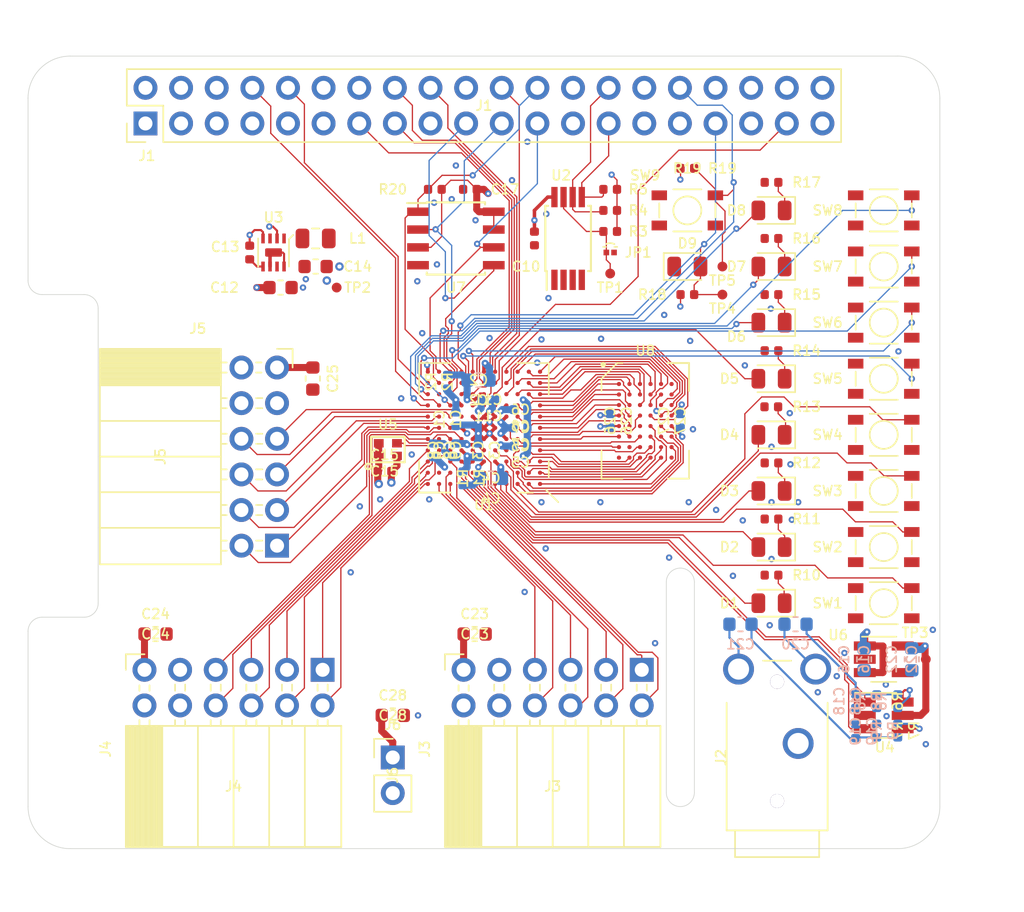
<source format=kicad_pcb>
(kicad_pcb (version 20171130) (host pcbnew 5.1.2+dfsg1-1)
  (layers (0 F.Cu signal) (1 In1.Cu power hide) (2 In2.Cu power hide) (31 B.Cu signal hide) (34 B.Paste user hide) (35 F.Paste user hide) (36 B.SilkS user hide) (37 F.SilkS user) (38 B.Mask user hide) (39 F.Mask user hide) (44 Edge.Cuts user))
  (net 0 "")
  (net 1 GND)
  (net 2 +1V2)
  (net 3 "Net-(C2-Pad2)")
  (net 4 "Net-(C2-Pad1)")
  (net 5 "Net-(C4-Pad2)")
  (net 6 "Net-(C4-Pad1)")
  (net 7 +3V3)
  (net 8 +5V)
  (net 9 "Net-(C13-Pad2)")
  (net 10 "Net-(C18-Pad1)")
  (net 11 "Net-(C19-Pad1)")
  (net 12 "Net-(C20-Pad1)")
  (net 13 "Net-(C21-Pad1)")
  (net 14 +3.3VDAC)
  (net 15 "Net-(D1-Pad1)")
  (net 16 /LED0)
  (net 17 /LED1)
  (net 18 "Net-(D2-Pad1)")
  (net 19 "Net-(D3-Pad1)")
  (net 20 /LED2)
  (net 21 /LED3)
  (net 22 "Net-(D4-Pad1)")
  (net 23 /LED4)
  (net 24 "Net-(D5-Pad1)")
  (net 25 "Net-(D6-Pad1)")
  (net 26 /LED5)
  (net 27 /LED6)
  (net 28 "Net-(D7-Pad1)")
  (net 29 "Net-(D8-Pad1)")
  (net 30 /LED7)
  (net 31 /GP13_FPGA_CDONE)
  (net 32 "Net-(J1-Pad3)")
  (net 33 "Net-(J1-Pad5)")
  (net 34 "Net-(J1-Pad7)")
  (net 35 /GP14_UART_TXD)
  (net 36 /GP15_UART_RXD)
  (net 37 "Net-(J1-Pad11)")
  (net 38 "Net-(J1-Pad12)")
  (net 39 /GP27_SDIO_DAT3)
  (net 40 /GP22_SDIO_CLK)
  (net 41 /GP23_SDIO_CMD)
  (net 42 /GP24_SDIO_DAT0)
  (net 43 /GP10_SPI_MOSI)
  (net 44 /GP9_SPI_MISO)
  (net 45 /GP25_SDIO_DAT1)
  (net 46 /GP11_SPI_SCK)
  (net 47 /GP8_SPI_~CS)
  (net 48 "Net-(J1-Pad26)")
  (net 49 /ID_SD)
  (net 50 /ID_SC)
  (net 51 "Net-(J1-Pad29)")
  (net 52 "Net-(J1-Pad31)")
  (net 53 /GP12_FPGA_~RST)
  (net 54 "Net-(J1-Pad35)")
  (net 55 "Net-(J1-Pad36)")
  (net 56 /GP26_SDIO_DAT2)
  (net 57 "Net-(J1-Pad38)")
  (net 58 "Net-(J1-Pad40)")
  (net 59 /IO0_0)
  (net 60 /IO0_1)
  (net 61 /IO0_2)
  (net 62 /IO0_3)
  (net 63 /IO0_4)
  (net 64 /IO0_5)
  (net 65 /IO0_6)
  (net 66 /IO0_7)
  (net 67 /IO1_7)
  (net 68 /IO1_6)
  (net 69 /IO1_5)
  (net 70 /IO1_4)
  (net 71 /IO1_3)
  (net 72 /IO1_2)
  (net 73 /IO1_1)
  (net 74 /IO1_0)
  (net 75 /IO2_0)
  (net 76 /IO2_1)
  (net 77 /IO2_2)
  (net 78 /IO2_3)
  (net 79 /IO2_4)
  (net 80 /IO2_5)
  (net 81 /IO2_6)
  (net 82 /IO2_7)
  (net 83 "Net-(JP1-Pad1)")
  (net 84 "Net-(L1-Pad1)")
  (net 85 "Net-(R6-Pad2)")
  (net 86 "Net-(R7-Pad2)")
  (net 87 /SW0)
  (net 88 /SW1)
  (net 89 /SW2)
  (net 90 /SW3)
  (net 91 /SW4)
  (net 92 /SW5)
  (net 93 /SW6)
  (net 94 /SW7)
  (net 95 /SRAM_DQ0)
  (net 96 /SRAM_DQ5)
  (net 97 /SRAM_DQ7)
  (net 98 /SRAM_DQ6)
  (net 99 /SRAM_DQ12)
  (net 100 /SRAM_A9)
  (net 101 /SRAM_A2)
  (net 102 /SRAM_A4)
  (net 103 /SRAM_A5)
  (net 104 /SRAM_A10)
  (net 105 /SRAM_DQ1)
  (net 106 /SRAM_DQ4)
  (net 107 /SRAM_DQ8)
  (net 108 /SRAM_DQ10)
  (net 109 /SRAM_DQ13)
  (net 110 /SRAM_DQ15)
  (net 111 /SRAM_A3)
  (net 112 /SRAM_A7)
  (net 113 /SRAM_A6)
  (net 114 /SRAM_A12)
  (net 115 /SRAM_DQ3)
  (net 116 /SRAM_DQ9)
  (net 117 /SRAM_DQ11)
  (net 118 /SRAM_A8)
  (net 119 /SRAM_A0)
  (net 120 /SRAM_A1)
  (net 121 /SRAM_A11)
  (net 122 /SRAM_A13)
  (net 123 /SRAM_A15)
  (net 124 /SRAM_DQ2)
  (net 125 /SRAM_DQ14)
  (net 126 /SRAM_A14)
  (net 127 /SRAM_A17)
  (net 128 /SRAM_A16)
  (net 129 /SRAM_~WE)
  (net 130 /SRAM_~OE)
  (net 131 /SRAM_~LB)
  (net 132 /SRAM_~UB)
  (net 133 /AUDIO_R_PWM)
  (net 134 "Net-(U1-PadB10)")
  (net 135 /CLK_OSC)
  (net 136 /AUDIO_L_PWM)
  (module Capacitor_SMD:C_0603_1608Metric (layer F.Cu) (at 109.0875 121.2)
    (fp_text reference C24 (at 0 -1.43) (layer F.SilkS) (effects (font (size 0.7 0.7) (thickness 0.12))))
    (fp_text value 1u)
    (fp_text user %R (at 0 0) (layer F.SilkS) (effects (font (size 0.7 0.7) (thickness 0.12))))
    (pad 1 smd roundrect (at -0.7875 0) (size 0.875 0.95) (layers F.Cu F.Paste F.Mask) (net 7 +3V3))
    (pad 2 smd roundrect (at 0.7875 0) (size 0.875 0.95) (layers F.Cu F.Paste F.Mask) (net 1 GND))
  )
  (module Connector_PinHeader_2.54mm:PinHeader_2x20_P2.54mm_Vertical (layer F.Cu) (at 108.37 84.8 90)
    (fp_text reference J1 (at -2.31 0.1 180) (layer F.SilkS) (effects (font (size 0.7 0.7) (thickness 0.12))))
    (fp_text value 2x20)
    (fp_text user %R (at 1.27 24.13) (layer F.SilkS) (effects (font (size 0.7 0.7) (thickness 0.12))))
    (pad 1 thru_hole rect (at 0 0 90) (size 1.7 1.7) (drill 1) (layers *.Cu *.Mask) (net 7 +3V3))
    (pad 2 thru_hole oval (at 2.54 0 90) (size 1.7 1.7) (drill 1) (layers *.Cu *.Mask) (net 8 +5V))
    (pad 3 thru_hole oval (at 0 2.54 90) (size 1.7 1.7) (drill 1) (layers *.Cu *.Mask) (net 32 "Net-(J1-Pad3)"))
    (pad 4 thru_hole oval (at 2.54 2.54 90) (size 1.7 1.7) (drill 1) (layers *.Cu *.Mask) (net 8 +5V))
    (pad 5 thru_hole oval (at 0 5.08 90) (size 1.7 1.7) (drill 1) (layers *.Cu *.Mask) (net 33 "Net-(J1-Pad5)"))
    (pad 6 thru_hole oval (at 2.54 5.08 90) (size 1.7 1.7) (drill 1) (layers *.Cu *.Mask) (net 1 GND))
    (pad 7 thru_hole oval (at 0 7.62 90) (size 1.7 1.7) (drill 1) (layers *.Cu *.Mask) (net 34 "Net-(J1-Pad7)"))
    (pad 8 thru_hole oval (at 2.54 7.62 90) (size 1.7 1.7) (drill 1) (layers *.Cu *.Mask) (net 35 /GP14_UART_TXD))
    (pad 9 thru_hole oval (at 0 10.16 90) (size 1.7 1.7) (drill 1) (layers *.Cu *.Mask) (net 1 GND))
    (pad 10 thru_hole oval (at 2.54 10.16 90) (size 1.7 1.7) (drill 1) (layers *.Cu *.Mask) (net 36 /GP15_UART_RXD))
    (pad 11 thru_hole oval (at 0 12.7 90) (size 1.7 1.7) (drill 1) (layers *.Cu *.Mask) (net 37 "Net-(J1-Pad11)"))
    (pad 12 thru_hole oval (at 2.54 12.7 90) (size 1.7 1.7) (drill 1) (layers *.Cu *.Mask) (net 38 "Net-(J1-Pad12)"))
    (pad 13 thru_hole oval (at 0 15.24 90) (size 1.7 1.7) (drill 1) (layers *.Cu *.Mask) (net 39 /GP27_SDIO_DAT3))
    (pad 14 thru_hole oval (at 2.54 15.24 90) (size 1.7 1.7) (drill 1) (layers *.Cu *.Mask) (net 1 GND))
    (pad 15 thru_hole oval (at 0 17.78 90) (size 1.7 1.7) (drill 1) (layers *.Cu *.Mask) (net 40 /GP22_SDIO_CLK))
    (pad 16 thru_hole oval (at 2.54 17.78 90) (size 1.7 1.7) (drill 1) (layers *.Cu *.Mask) (net 41 /GP23_SDIO_CMD))
    (pad 17 thru_hole oval (at 0 20.32 90) (size 1.7 1.7) (drill 1) (layers *.Cu *.Mask) (net 7 +3V3))
    (pad 18 thru_hole oval (at 2.54 20.32 90) (size 1.7 1.7) (drill 1) (layers *.Cu *.Mask) (net 42 /GP24_SDIO_DAT0))
    (pad 19 thru_hole oval (at 0 22.86 90) (size 1.7 1.7) (drill 1) (layers *.Cu *.Mask) (net 43 /GP10_SPI_MOSI))
    (pad 20 thru_hole oval (at 2.54 22.86 90) (size 1.7 1.7) (drill 1) (layers *.Cu *.Mask) (net 1 GND))
    (pad 21 thru_hole oval (at 0 25.4 90) (size 1.7 1.7) (drill 1) (layers *.Cu *.Mask) (net 44 /GP9_SPI_MISO))
    (pad 22 thru_hole oval (at 2.54 25.4 90) (size 1.7 1.7) (drill 1) (layers *.Cu *.Mask) (net 45 /GP25_SDIO_DAT1))
    (pad 23 thru_hole oval (at 0 27.94 90) (size 1.7 1.7) (drill 1) (layers *.Cu *.Mask) (net 46 /GP11_SPI_SCK))
    (pad 24 thru_hole oval (at 2.54 27.94 90) (size 1.7 1.7) (drill 1) (layers *.Cu *.Mask) (net 47 /GP8_SPI_~CS))
    (pad 25 thru_hole oval (at 0 30.48 90) (size 1.7 1.7) (drill 1) (layers *.Cu *.Mask) (net 1 GND))
    (pad 26 thru_hole oval (at 2.54 30.48 90) (size 1.7 1.7) (drill 1) (layers *.Cu *.Mask) (net 48 "Net-(J1-Pad26)"))
    (pad 27 thru_hole oval (at 0 33.02 90) (size 1.7 1.7) (drill 1) (layers *.Cu *.Mask) (net 49 /ID_SD))
    (pad 28 thru_hole oval (at 2.54 33.02 90) (size 1.7 1.7) (drill 1) (layers *.Cu *.Mask) (net 50 /ID_SC))
    (pad 29 thru_hole oval (at 0 35.56 90) (size 1.7 1.7) (drill 1) (layers *.Cu *.Mask) (net 51 "Net-(J1-Pad29)"))
    (pad 30 thru_hole oval (at 2.54 35.56 90) (size 1.7 1.7) (drill 1) (layers *.Cu *.Mask) (net 1 GND))
    (pad 31 thru_hole oval (at 0 38.1 90) (size 1.7 1.7) (drill 1) (layers *.Cu *.Mask) (net 52 "Net-(J1-Pad31)"))
    (pad 32 thru_hole oval (at 2.54 38.1 90) (size 1.7 1.7) (drill 1) (layers *.Cu *.Mask) (net 53 /GP12_FPGA_~RST))
    (pad 33 thru_hole oval (at 0 40.64 90) (size 1.7 1.7) (drill 1) (layers *.Cu *.Mask) (net 31 /GP13_FPGA_CDONE))
    (pad 34 thru_hole oval (at 2.54 40.64 90) (size 1.7 1.7) (drill 1) (layers *.Cu *.Mask) (net 1 GND))
    (pad 35 thru_hole oval (at 0 43.18 90) (size 1.7 1.7) (drill 1) (layers *.Cu *.Mask) (net 54 "Net-(J1-Pad35)"))
    (pad 36 thru_hole oval (at 2.54 43.18 90) (size 1.7 1.7) (drill 1) (layers *.Cu *.Mask) (net 55 "Net-(J1-Pad36)"))
    (pad 37 thru_hole oval (at 0 45.72 90) (size 1.7 1.7) (drill 1) (layers *.Cu *.Mask) (net 56 /GP26_SDIO_DAT2))
    (pad 38 thru_hole oval (at 2.54 45.72 90) (size 1.7 1.7) (drill 1) (layers *.Cu *.Mask) (net 57 "Net-(J1-Pad38)"))
    (pad 39 thru_hole oval (at 0 48.26 90) (size 1.7 1.7) (drill 1) (layers *.Cu *.Mask) (net 1 GND))
    (pad 40 thru_hole oval (at 2.54 48.26 90) (size 1.7 1.7) (drill 1) (layers *.Cu *.Mask) (net 58 "Net-(J1-Pad40)"))
  )
  (module fpga_hat:PTS815 (layer F.Cu) (at 161 103 270)
    (fp_text reference SW5 (at 0 4) (layer F.SilkS) (effects (font (size 0.7 0.7) (thickness 0.12))))
    (fp_text value PTS815)
    (pad 1 smd rect (at -1.075 -2) (size 1.1 0.7) (layers F.Cu F.Paste F.Mask) (net 91 /SW4))
    (pad 2 smd rect (at 1.075 -2) (size 1.1 0.7) (layers F.Cu F.Paste F.Mask) (net 1 GND))
    (pad ~ smd rect (at 1.075 2) (size 1.1 0.7) (layers F.Cu F.Paste F.Mask))
    (pad ~ smd rect (at -1.075 2) (size 1.1 0.7) (layers F.Cu F.Paste F.Mask))
  )
  (module fpga_hat:BGA-121_11x11_9.0x9.0mm (layer F.Cu) (at 132.5 106.5 180)
    (fp_text reference U1 (at 0 -5.5) (layer F.SilkS) (effects (font (size 0.7 0.7) (thickness 0.12))))
    (fp_text value iCE40-HX8k-BG121)
    (pad A1 smd circle (at -4 -4 180) (size 0.3 0.3) (layers F.Cu F.Paste F.Mask) (net 97 /SRAM_DQ7))
    (pad B1 smd circle (at -4 -3.2 180) (size 0.3 0.3) (layers F.Cu F.Paste F.Mask) (net 129 /SRAM_~WE))
    (pad C1 smd circle (at -4 -2.4 180) (size 0.3 0.3) (layers F.Cu F.Paste F.Mask) (net 100 /SRAM_A9))
    (pad D1 smd circle (at -4 -1.6 180) (size 0.3 0.3) (layers F.Cu F.Paste F.Mask) (net 114 /SRAM_A12))
    (pad E1 smd circle (at -4 -0.8 180) (size 0.3 0.3) (layers F.Cu F.Paste F.Mask) (net 125 /SRAM_DQ14))
    (pad F1 smd circle (at -4 0 180) (size 0.3 0.3) (layers F.Cu F.Paste F.Mask) (net 99 /SRAM_DQ12))
    (pad G1 smd circle (at -4 0.8 180) (size 0.3 0.3) (layers F.Cu F.Paste F.Mask) (net 107 /SRAM_DQ8))
    (pad H1 smd circle (at -4 1.6 180) (size 0.3 0.3) (layers F.Cu F.Paste F.Mask) (net 132 /SRAM_~UB))
    (pad J1 smd circle (at -4 2.4 180) (size 0.3 0.3) (layers F.Cu F.Paste F.Mask) (net 119 /SRAM_A0))
    (pad K1 smd circle (at -4 3.2 180) (size 0.3 0.3) (layers F.Cu F.Paste F.Mask) (net 102 /SRAM_A4))
    (pad L1 smd circle (at -4 4 180) (size 0.3 0.3) (layers F.Cu F.Paste F.Mask) (net 95 /SRAM_DQ0))
    (pad A2 smd circle (at -3.2 -4 180) (size 0.3 0.3) (layers F.Cu F.Paste F.Mask) (net 96 /SRAM_DQ5))
    (pad B2 smd circle (at -3.2 -3.2 180) (size 0.3 0.3) (layers F.Cu F.Paste F.Mask) (net 104 /SRAM_A10))
    (pad C2 smd circle (at -3.2 -2.4 180) (size 0.3 0.3) (layers F.Cu F.Paste F.Mask) (net 122 /SRAM_A13))
    (pad D2 smd circle (at -3.2 -1.6 180) (size 0.3 0.3) (layers F.Cu F.Paste F.Mask) (net 118 /SRAM_A8))
    (pad E2 smd circle (at -3.2 -0.8 180) (size 0.3 0.3) (layers F.Cu F.Paste F.Mask) (net 109 /SRAM_DQ13))
    (pad F2 smd circle (at -3.2 0 180) (size 0.3 0.3) (layers F.Cu F.Paste F.Mask) (net 116 /SRAM_DQ9))
    (pad G2 smd circle (at -3.2 0.8 180) (size 0.3 0.3) (layers F.Cu F.Paste F.Mask) (net 108 /SRAM_DQ10))
    (pad H2 smd circle (at -3.2 1.6 180) (size 0.3 0.3) (layers F.Cu F.Paste F.Mask) (net 130 /SRAM_~OE))
    (pad J2 smd circle (at -3.2 2.4 180) (size 0.3 0.3) (layers F.Cu F.Paste F.Mask) (net 111 /SRAM_A3))
    (pad K2 smd circle (at -3.2 3.2 180) (size 0.3 0.3) (layers F.Cu F.Paste F.Mask) (net 120 /SRAM_A1))
    (pad L2 smd circle (at -3.2 4 180) (size 0.3 0.3) (layers F.Cu F.Paste F.Mask) (net 113 /SRAM_A6))
    (pad A3 smd circle (at -2.4 -4 180) (size 0.3 0.3) (layers F.Cu F.Paste F.Mask) (net 106 /SRAM_DQ4))
    (pad B3 smd circle (at -2.4 -3.2 180) (size 0.3 0.3) (layers F.Cu F.Paste F.Mask) (net 98 /SRAM_DQ6))
    (pad C3 smd circle (at -2.4 -2.4 180) (size 0.3 0.3) (layers F.Cu F.Paste F.Mask) (net 123 /SRAM_A15))
    (pad D3 smd circle (at -2.4 -1.6 180) (size 0.3 0.3) (layers F.Cu F.Paste F.Mask) (net 121 /SRAM_A11))
    (pad E3 smd circle (at -2.4 -0.8 180) (size 0.3 0.3) (layers F.Cu F.Paste F.Mask) (net 126 /SRAM_A14))
    (pad F3 smd circle (at -2.4 0 180) (size 0.3 0.3) (layers F.Cu F.Paste F.Mask) (net 127 /SRAM_A17))
    (pad G3 smd circle (at -2.4 0.8 180) (size 0.3 0.3) (layers F.Cu F.Paste F.Mask) (net 117 /SRAM_DQ11))
    (pad H3 smd circle (at -2.4 1.6 180) (size 0.3 0.3) (layers F.Cu F.Paste F.Mask) (net 131 /SRAM_~LB))
    (pad J3 smd circle (at -2.4 2.4 180) (size 0.3 0.3) (layers F.Cu F.Paste F.Mask) (net 103 /SRAM_A5))
    (pad K3 smd circle (at -2.4 3.2 180) (size 0.3 0.3) (layers F.Cu F.Paste F.Mask) (net 101 /SRAM_A2))
    (pad L3 smd circle (at -2.4 4 180) (size 0.3 0.3) (layers F.Cu F.Paste F.Mask) (net 105 /SRAM_DQ1))
    (pad A4 smd circle (at -1.6 -4 180) (size 0.3 0.3) (layers F.Cu F.Paste F.Mask) (net 89 /SW2))
    (pad B4 smd circle (at -1.6 -3.2 180) (size 0.3 0.3) (layers F.Cu F.Paste F.Mask) (net 21 /LED3))
    (pad C4 smd circle (at -1.6 -2.4 180) (size 0.3 0.3) (layers F.Cu F.Paste F.Mask) (net 90 /SW3))
    (pad D4 smd circle (at -1.6 -1.6 180) (size 0.3 0.3) (layers F.Cu F.Paste F.Mask) (net 2 +1V2))
    (pad E4 smd circle (at -1.6 -0.8 180) (size 0.3 0.3) (layers F.Cu F.Paste F.Mask) (net 7 +3V3))
    (pad F4 smd circle (at -1.6 0 180) (size 0.3 0.3) (layers F.Cu F.Paste F.Mask) (net 110 /SRAM_DQ15))
    (pad G4 smd circle (at -1.6 0.8 180) (size 0.3 0.3) (layers F.Cu F.Paste F.Mask) (net 7 +3V3))
    (pad H4 smd circle (at -1.6 1.6 180) (size 0.3 0.3) (layers F.Cu F.Paste F.Mask) (net 2 +1V2))
    (pad J4 smd circle (at -1.6 2.4 180) (size 0.3 0.3) (layers F.Cu F.Paste F.Mask) (net 124 /SRAM_DQ2))
    (pad K4 smd circle (at -1.6 3.2 180) (size 0.3 0.3) (layers F.Cu F.Paste F.Mask) (net 115 /SRAM_DQ3))
    (pad L4 smd circle (at -1.6 4 180) (size 0.3 0.3) (layers F.Cu F.Paste F.Mask) (net 112 /SRAM_A7))
    (pad A5 smd circle (at -0.8 -4 180) (size 0.3 0.3) (layers F.Cu F.Paste F.Mask) (net 88 /SW1))
    (pad B5 smd circle (at -0.8 -3.2 180) (size 0.3 0.3) (layers F.Cu F.Paste F.Mask) (net 20 /LED2))
    (pad C5 smd circle (at -0.8 -2.4 180) (size 0.3 0.3) (layers F.Cu F.Paste F.Mask) (net 5 "Net-(C4-Pad2)"))
    (pad D5 smd circle (at -0.8 -1.6 180) (size 0.3 0.3) (layers F.Cu F.Paste F.Mask) (net 128 /SRAM_A16))
    (pad E5 smd circle (at -0.8 -0.8 180) (size 0.3 0.3) (layers F.Cu F.Paste F.Mask) (net 1 GND))
    (pad F5 smd circle (at -0.8 0 180) (size 0.3 0.3) (layers F.Cu F.Paste F.Mask) (net 1 GND))
    (pad G5 smd circle (at -0.8 0.8 180) (size 0.3 0.3) (layers F.Cu F.Paste F.Mask) (net 1 GND))
    (pad H5 smd circle (at -0.8 1.6 180) (size 0.3 0.3) (layers F.Cu F.Paste F.Mask) (net 1 GND))
    (pad J5 smd circle (at -0.8 2.4 180) (size 0.3 0.3) (layers F.Cu F.Paste F.Mask) (net 23 /LED4))
    (pad K5 smd circle (at -0.8 3.2 180) (size 0.3 0.3) (layers F.Cu F.Paste F.Mask) (net 56 /GP26_SDIO_DAT2))
    (pad L5 smd circle (at -0.8 4 180) (size 0.3 0.3) (layers F.Cu F.Paste F.Mask) (net 45 /GP25_SDIO_DAT1))
    (pad A6 smd circle (at 0 -4 180) (size 0.3 0.3) (layers F.Cu F.Paste F.Mask) (net 16 /LED0))
    (pad B6 smd circle (at 0 -3.2 180) (size 0.3 0.3) (layers F.Cu F.Paste F.Mask) (net 87 /SW0))
    (pad C6 smd circle (at 0 -2.4 180) (size 0.3 0.3) (layers F.Cu F.Paste F.Mask) (net 6 "Net-(C4-Pad1)"))
    (pad D6 smd circle (at 0 -1.6 180) (size 0.3 0.3) (layers F.Cu F.Paste F.Mask) (net 7 +3V3))
    (pad E6 smd circle (at 0 -0.8 180) (size 0.3 0.3) (layers F.Cu F.Paste F.Mask) (net 1 GND))
    (pad F6 smd circle (at 0 0 180) (size 0.3 0.3) (layers F.Cu F.Paste F.Mask) (net 1 GND))
    (pad G6 smd circle (at 0 0.8 180) (size 0.3 0.3) (layers F.Cu F.Paste F.Mask) (net 1 GND))
    (pad H6 smd circle (at 0 1.6 180) (size 0.3 0.3) (layers F.Cu F.Paste F.Mask) (net 7 +3V3))
    (pad J6 smd circle (at 0 2.4 180) (size 0.3 0.3) (layers F.Cu F.Paste F.Mask) (net 4 "Net-(C2-Pad1)"))
    (pad K6 smd circle (at 0 3.2 180) (size 0.3 0.3) (layers F.Cu F.Paste F.Mask) (net 40 /GP22_SDIO_CLK))
    (pad L6 smd circle (at 0 4 180) (size 0.3 0.3) (layers F.Cu F.Paste F.Mask) (net 3 "Net-(C2-Pad2)"))
    (pad A7 smd circle (at 0.8 -4 180) (size 0.3 0.3) (layers F.Cu F.Paste F.Mask) (net 63 /IO0_4))
    (pad B7 smd circle (at 0.8 -3.2 180) (size 0.3 0.3) (layers F.Cu F.Paste F.Mask) (net 136 /AUDIO_L_PWM))
    (pad C7 smd circle (at 0.8 -2.4 180) (size 0.3 0.3) (layers F.Cu F.Paste F.Mask) (net 133 /AUDIO_R_PWM))
    (pad D7 smd circle (at 0.8 -1.6 180) (size 0.3 0.3) (layers F.Cu F.Paste F.Mask) (net 17 /LED1))
    (pad E7 smd circle (at 0.8 -0.8 180) (size 0.3 0.3) (layers F.Cu F.Paste F.Mask) (net 1 GND))
    (pad F7 smd circle (at 0.8 0 180) (size 0.3 0.3) (layers F.Cu F.Paste F.Mask) (net 1 GND))
    (pad G7 smd circle (at 0.8 0.8 180) (size 0.3 0.3) (layers F.Cu F.Paste F.Mask) (net 1 GND))
    (pad H7 smd circle (at 0.8 1.6 180) (size 0.3 0.3) (layers F.Cu F.Paste F.Mask) (net 42 /GP24_SDIO_DAT0))
    (pad J7 smd circle (at 0.8 2.4 180) (size 0.3 0.3) (layers F.Cu F.Paste F.Mask) (net 41 /GP23_SDIO_CMD))
    (pad K7 smd circle (at 0.8 3.2 180) (size 0.3 0.3) (layers F.Cu F.Paste F.Mask) (net 39 /GP27_SDIO_DAT3))
    (pad L7 smd circle (at 0.8 4 180) (size 0.3 0.3) (layers F.Cu F.Paste F.Mask) (net 92 /SW5))
    (pad A8 smd circle (at 1.6 -4 180) (size 0.3 0.3) (layers F.Cu F.Paste F.Mask) (net 60 /IO0_1))
    (pad B8 smd circle (at 1.6 -3.2 180) (size 0.3 0.3) (layers F.Cu F.Paste F.Mask) (net 64 /IO0_5))
    (pad C8 smd circle (at 1.6 -2.4 180) (size 0.3 0.3) (layers F.Cu F.Paste F.Mask) (net 59 /IO0_0))
    (pad D8 smd circle (at 1.6 -1.6 180) (size 0.3 0.3) (layers F.Cu F.Paste F.Mask) (net 2 +1V2))
    (pad E8 smd circle (at 1.6 -0.8 180) (size 0.3 0.3) (layers F.Cu F.Paste F.Mask) (net 79 /IO2_4))
    (pad F8 smd circle (at 1.6 0 180) (size 0.3 0.3) (layers F.Cu F.Paste F.Mask) (net 7 +3V3))
    (pad G8 smd circle (at 1.6 0.8 180) (size 0.3 0.3) (layers F.Cu F.Paste F.Mask) (net 78 /IO2_3))
    (pad H8 smd circle (at 1.6 1.6 180) (size 0.3 0.3) (layers F.Cu F.Paste F.Mask) (net 2 +1V2))
    (pad J8 smd circle (at 1.6 2.4 180) (size 0.3 0.3) (layers F.Cu F.Paste F.Mask) (net 91 /SW4))
    (pad K8 smd circle (at 1.6 3.2 180) (size 0.3 0.3) (layers F.Cu F.Paste F.Mask) (net 31 /GP13_FPGA_CDONE))
    (pad L8 smd circle (at 1.6 4 180) (size 0.3 0.3) (layers F.Cu F.Paste F.Mask) (net 26 /LED5))
    (pad A9 smd circle (at 2.4 -4 180) (size 0.3 0.3) (layers F.Cu F.Paste F.Mask) (net 61 /IO0_2))
    (pad B9 smd circle (at 2.4 -3.2 180) (size 0.3 0.3) (layers F.Cu F.Paste F.Mask) (net 66 /IO0_7))
    (pad C9 smd circle (at 2.4 -2.4 180) (size 0.3 0.3) (layers F.Cu F.Paste F.Mask) (net 65 /IO0_6))
    (pad D9 smd circle (at 2.4 -1.6 180) (size 0.3 0.3) (layers F.Cu F.Paste F.Mask) (net 74 /IO1_0))
    (pad E9 smd circle (at 2.4 -0.8 180) (size 0.3 0.3) (layers F.Cu F.Paste F.Mask) (net 67 /IO1_7))
    (pad F9 smd circle (at 2.4 0 180) (size 0.3 0.3) (layers F.Cu F.Paste F.Mask) (net 76 /IO2_1))
    (pad G9 smd circle (at 2.4 0.8 180) (size 0.3 0.3) (layers F.Cu F.Paste F.Mask) (net 82 /IO2_7))
    (pad H9 smd circle (at 2.4 1.6 180) (size 0.3 0.3) (layers F.Cu F.Paste F.Mask) (net 94 /SW7))
    (pad J9 smd circle (at 2.4 2.4 180) (size 0.3 0.3) (layers F.Cu F.Paste F.Mask) (net 44 /GP9_SPI_MISO))
    (pad K9 smd circle (at 2.4 3.2 180) (size 0.3 0.3) (layers F.Cu F.Paste F.Mask) (net 43 /GP10_SPI_MOSI))
    (pad L9 smd circle (at 2.4 4 180) (size 0.3 0.3) (layers F.Cu F.Paste F.Mask) (net 53 /GP12_FPGA_~RST))
    (pad A10 smd circle (at 3.2 -4 180) (size 0.3 0.3) (layers F.Cu F.Paste F.Mask) (net 62 /IO0_3))
    (pad B10 smd circle (at 3.2 -3.2 180) (size 0.3 0.3) (layers F.Cu F.Paste F.Mask) (net 134 "Net-(U1-PadB10)"))
    (pad C10 smd circle (at 3.2 -2.4 180) (size 0.3 0.3) (layers F.Cu F.Paste F.Mask) (net 7 +3V3))
    (pad D10 smd circle (at 3.2 -1.6 180) (size 0.3 0.3) (layers F.Cu F.Paste F.Mask) (net 73 /IO1_1))
    (pad E10 smd circle (at 3.2 -0.8 180) (size 0.3 0.3) (layers F.Cu F.Paste F.Mask) (net 135 /CLK_OSC))
    (pad F10 smd circle (at 3.2 0 180) (size 0.3 0.3) (layers F.Cu F.Paste F.Mask) (net 75 /IO2_0))
    (pad G10 smd circle (at 3.2 0.8 180) (size 0.3 0.3) (layers F.Cu F.Paste F.Mask) (net 81 /IO2_6))
    (pad H10 smd circle (at 3.2 1.6 180) (size 0.3 0.3) (layers F.Cu F.Paste F.Mask) (net 35 /GP14_UART_TXD))
    (pad J10 smd circle (at 3.2 2.4 180) (size 0.3 0.3) (layers F.Cu F.Paste F.Mask) (net 36 /GP15_UART_RXD))
    (pad K10 smd circle (at 3.2 3.2 180) (size 0.3 0.3) (layers F.Cu F.Paste F.Mask) (net 47 /GP8_SPI_~CS))
    (pad L10 smd circle (at 3.2 4 180) (size 0.3 0.3) (layers F.Cu F.Paste F.Mask) (net 46 /GP11_SPI_SCK))
    (pad A11 smd circle (at 4 -4 180) (size 0.3 0.3) (layers F.Cu F.Paste F.Mask) (net 70 /IO1_4))
    (pad B11 smd circle (at 4 -3.2 180) (size 0.3 0.3) (layers F.Cu F.Paste F.Mask) (net 69 /IO1_5))
    (pad C11 smd circle (at 4 -2.4 180) (size 0.3 0.3) (layers F.Cu F.Paste F.Mask) (net 68 /IO1_6))
    (pad D11 smd circle (at 4 -1.6 180) (size 0.3 0.3) (layers F.Cu F.Paste F.Mask) (net 72 /IO1_2))
    (pad E11 smd circle (at 4 -0.8 180) (size 0.3 0.3) (layers F.Cu F.Paste F.Mask) (net 71 /IO1_3))
    (pad F11 smd circle (at 4 0 180) (size 0.3 0.3) (layers F.Cu F.Paste F.Mask) (net 80 /IO2_5))
    (pad G11 smd circle (at 4 0.8 180) (size 0.3 0.3) (layers F.Cu F.Paste F.Mask) (net 77 /IO2_2))
    (pad H11 smd circle (at 4 1.6 180) (size 0.3 0.3) (layers F.Cu F.Paste F.Mask) (net 30 /LED7))
    (pad J11 smd circle (at 4 2.4 180) (size 0.3 0.3) (layers F.Cu F.Paste F.Mask) (net 27 /LED6))
    (pad K11 smd circle (at 4 3.2 180) (size 0.3 0.3) (layers F.Cu F.Paste F.Mask) (net 93 /SW6))
    (pad L11 smd circle (at 4 4 180) (size 0.3 0.3) (layers F.Cu F.Paste F.Mask) (net 7 +3V3))
  )
  (module Capacitor_SMD:C_0402_1005Metric (layer B.Cu) (at 128.9 108.1 90)
    (fp_text reference C8 (at 0 1.17 90) (layer F.SilkS) (effects (font (size 0.7 0.7) (thickness 0.12)) (justify mirror)))
    (fp_text value 100n)
    (fp_text user %R (at 0 0 90) (layer F.SilkS) (effects (font (size 0.7 0.7) (thickness 0.12)) (justify mirror)))
    (pad 2 smd roundrect (at 0.485 0 90) (size 0.59 0.64) (layers B.Cu B.Paste B.Mask) (net 1 GND))
    (pad 1 smd roundrect (at -0.485 0 90) (size 0.59 0.64) (layers B.Cu B.Paste B.Mask) (net 7 +3V3))
  )
  (module fpga_hat:MOUNTHOLE_M2.5 (layer F.Cu) (at 161.5 83.5)
    (fp_text reference REF** hide)
    (fp_text value MOUNTHOLE_M2.5 hide)
    (pad "" np_thru_hole circle (at 0 0) (size 2.75 2.75) (drill 2.75) (layers *.Cu *.Mask) (thermal_gap 1.9))
  )
  (module fpga_hat:MOUNTHOLE_M2.5 (layer F.Cu) (at 161.5 133)
    (fp_text reference REF** hide)
    (fp_text value MOUNTHOLE_M2.5 hide)
    (pad "" np_thru_hole circle (at 0 0) (size 2.75 2.75) (drill 2.75) (layers *.Cu *.Mask) (thermal_gap 1.9))
  )
  (module fpga_hat:MOUNTHOLE_M2.5 (layer F.Cu) (at 103.5 133)
    (fp_text reference REF** hide)
    (fp_text value MOUNTHOLE_M2.5 hide)
    (pad "" np_thru_hole circle (at 0 0) (size 2.75 2.75) (drill 2.75) (layers *.Cu *.Mask) (thermal_gap 1.9))
  )
  (module fpga_hat:MOUNTHOLE_M2.5 (layer F.Cu) (at 103.5 83.5)
    (fp_text reference REF** hide)
    (fp_text value MOUNTHOLE_M2.5 hide)
    (pad "" np_thru_hole circle (at 0 0) (size 2.75 2.75) (drill 2.75) (layers *.Cu *.Mask) (thermal_gap 1.9))
  )
  (module Capacitor_SMD:C_0402_1005Metric (layer B.Cu) (at 130.5 105.885 270)
    (fp_text reference C1 (at 0 1.17 90) (layer F.SilkS) (effects (font (size 0.7 0.7) (thickness 0.12)) (justify mirror)))
    (fp_text value 100n)
    (fp_text user %R (at 0 0 90) (layer F.SilkS) (effects (font (size 0.7 0.7) (thickness 0.12)) (justify mirror)))
    (pad 2 smd roundrect (at 0.485 0 270) (size 0.59 0.64) (layers B.Cu B.Paste B.Mask) (net 1 GND))
    (pad 1 smd roundrect (at -0.485 0 270) (size 0.59 0.64) (layers B.Cu B.Paste B.Mask) (net 2 +1V2))
  )
  (module Capacitor_SMD:C_0603_1608Metric (layer B.Cu) (at 132.1125 103.1)
    (fp_text reference C2 (at 0 1.43) (layer F.SilkS) (effects (font (size 0.7 0.7) (thickness 0.12)) (justify mirror)))
    (fp_text value 4u7)
    (fp_text user %R (at 0 0) (layer F.SilkS) (effects (font (size 0.7 0.7) (thickness 0.12)) (justify mirror)))
    (pad 2 smd roundrect (at 0.7875 0) (size 0.875 0.95) (layers B.Cu B.Paste B.Mask) (net 3 "Net-(C2-Pad2)"))
    (pad 1 smd roundrect (at -0.7875 0) (size 0.875 0.95) (layers B.Cu B.Paste B.Mask) (net 4 "Net-(C2-Pad1)"))
  )
  (module Capacitor_SMD:C_0402_1005Metric (layer B.Cu) (at 132.1 108.1 90)
    (fp_text reference C3 (at 0 1.17 90) (layer F.SilkS) (effects (font (size 0.7 0.7) (thickness 0.12)) (justify mirror)))
    (fp_text value 100n)
    (fp_text user %R (at 0 0 90) (layer F.SilkS) (effects (font (size 0.7 0.7) (thickness 0.12)) (justify mirror)))
    (pad 1 smd roundrect (at -0.485 0 90) (size 0.59 0.64) (layers B.Cu B.Paste B.Mask) (net 2 +1V2))
    (pad 2 smd roundrect (at 0.485 0 90) (size 0.59 0.64) (layers B.Cu B.Paste B.Mask) (net 1 GND))
  )
  (module Capacitor_SMD:C_0603_1608Metric (layer B.Cu) (at 133 110.1)
    (fp_text reference C4 (at 0 1.43) (layer F.SilkS) (effects (font (size 0.7 0.7) (thickness 0.12)) (justify mirror)))
    (fp_text value 4u7)
    (fp_text user %R (at 0 0) (layer F.SilkS) (effects (font (size 0.7 0.7) (thickness 0.12)) (justify mirror)))
    (pad 1 smd roundrect (at -0.7875 0) (size 0.875 0.95) (layers B.Cu B.Paste B.Mask) (net 6 "Net-(C4-Pad1)"))
    (pad 2 smd roundrect (at 0.7875 0) (size 0.875 0.95) (layers B.Cu B.Paste B.Mask) (net 5 "Net-(C4-Pad2)"))
  )
  (module Capacitor_SMD:C_0402_1005Metric (layer B.Cu) (at 135.1 107.8)
    (fp_text reference C5 (at 0 1.17 180) (layer F.SilkS) (effects (font (size 0.7 0.7) (thickness 0.12)) (justify mirror)))
    (fp_text value 100n)
    (fp_text user %R (at 0 0 180) (layer F.SilkS) (effects (font (size 0.7 0.7) (thickness 0.12)) (justify mirror)))
    (pad 1 smd roundrect (at -0.485 0) (size 0.59 0.64) (layers B.Cu B.Paste B.Mask) (net 2 +1V2))
    (pad 2 smd roundrect (at 0.485 0) (size 0.59 0.64) (layers B.Cu B.Paste B.Mask) (net 1 GND))
  )
  (module Capacitor_SMD:C_0402_1005Metric (layer B.Cu) (at 135.1 105.2)
    (fp_text reference C6 (at 0 1.17) (layer F.SilkS) (effects (font (size 0.7 0.7) (thickness 0.12)) (justify mirror)))
    (fp_text value 100n)
    (fp_text user %R (at 0 0) (layer F.SilkS) (effects (font (size 0.7 0.7) (thickness 0.12)) (justify mirror)))
    (pad 2 smd roundrect (at 0.485 0) (size 0.59 0.64) (layers B.Cu B.Paste B.Mask) (net 1 GND))
    (pad 1 smd roundrect (at -0.485 0) (size 0.59 0.64) (layers B.Cu B.Paste B.Mask) (net 2 +1V2))
  )
  (module Capacitor_SMD:C_0402_1005Metric (layer B.Cu) (at 135.115 106.5)
    (fp_text reference C7 (at 0 1.17 180) (layer F.SilkS) (effects (font (size 0.7 0.7) (thickness 0.12)) (justify mirror)))
    (fp_text value 100n)
    (fp_text user %R (at 0 0 180) (layer F.SilkS) (effects (font (size 0.7 0.7) (thickness 0.12)) (justify mirror)))
    (pad 2 smd roundrect (at 0.485 0) (size 0.59 0.64) (layers B.Cu B.Paste B.Mask) (net 1 GND))
    (pad 1 smd roundrect (at -0.485 0) (size 0.59 0.64) (layers B.Cu B.Paste B.Mask) (net 7 +3V3))
  )
  (module Capacitor_SMD:C_0402_1005Metric (layer B.Cu) (at 130.5 108.1 270)
    (fp_text reference C9 (at 0 1.17 90) (layer F.SilkS) (effects (font (size 0.7 0.7) (thickness 0.12)) (justify mirror)))
    (fp_text value 100n)
    (fp_text user %R (at 0 0 90) (layer F.SilkS) (effects (font (size 0.7 0.7) (thickness 0.12)) (justify mirror)))
    (pad 2 smd roundrect (at 0.485 0 270) (size 0.59 0.64) (layers B.Cu B.Paste B.Mask) (net 1 GND))
    (pad 1 smd roundrect (at -0.485 0 270) (size 0.59 0.64) (layers B.Cu B.Paste B.Mask) (net 7 +3V3))
  )
  (module Capacitor_SMD:C_0402_1005Metric (layer F.Cu) (at 136.1 93 270)
    (fp_text reference C10 (at 2 0.6 180) (layer F.SilkS) (effects (font (size 0.7 0.7) (thickness 0.12))))
    (fp_text value 100n)
    (pad 1 smd roundrect (at -0.485 0 270) (size 0.59 0.64) (layers F.Cu F.Paste F.Mask) (net 7 +3V3))
    (pad 2 smd roundrect (at 0.485 0 270) (size 0.59 0.64) (layers F.Cu F.Paste F.Mask) (net 1 GND))
  )
  (module Capacitor_SMD:C_0402_1005Metric (layer B.Cu) (at 132.8 104.5)
    (fp_text reference C11 (at 0 1.17) (layer F.SilkS) (effects (font (size 0.7 0.7) (thickness 0.12)) (justify mirror)))
    (fp_text value 100n)
    (fp_text user %R (at 0 0) (layer F.SilkS) (effects (font (size 0.7 0.7) (thickness 0.12)) (justify mirror)))
    (pad 1 smd roundrect (at -0.485 0) (size 0.59 0.64) (layers B.Cu B.Paste B.Mask) (net 7 +3V3))
    (pad 2 smd roundrect (at 0.485 0) (size 0.59 0.64) (layers B.Cu B.Paste B.Mask) (net 1 GND))
  )
  (module Capacitor_SMD:C_0603_1608Metric (layer F.Cu) (at 118 96.5)
    (fp_text reference C12 (at -4 0) (layer F.SilkS) (effects (font (size 0.7 0.7) (thickness 0.12))))
    (fp_text value 4u7)
    (pad 2 smd roundrect (at 0.7875 0) (size 0.875 0.95) (layers F.Cu F.Paste F.Mask) (net 1 GND))
    (pad 1 smd roundrect (at -0.7875 0) (size 0.875 0.95) (layers F.Cu F.Paste F.Mask) (net 8 +5V))
  )
  (module Capacitor_SMD:C_0402_1005Metric (layer F.Cu) (at 115.8 94 270)
    (fp_text reference C13 (at -0.4 1.75 180) (layer F.SilkS) (effects (font (size 0.7 0.7) (thickness 0.12))))
    (fp_text value 560p)
    (pad 1 smd roundrect (at -0.485 0 270) (size 0.59 0.64) (layers F.Cu F.Paste F.Mask) (net 2 +1V2))
    (pad 2 smd roundrect (at 0.485 0 270) (size 0.59 0.64) (layers F.Cu F.Paste F.Mask) (net 9 "Net-(C13-Pad2)"))
  )
  (module Capacitor_SMD:C_0603_1608Metric (layer F.Cu) (at 120.5 95 180)
    (fp_text reference C14 (at -3 0) (layer F.SilkS) (effects (font (size 0.7 0.7) (thickness 0.12))))
    (fp_text value 4u7)
    (pad 2 smd roundrect (at 0.7875 0 180) (size 0.875 0.95) (layers F.Cu F.Paste F.Mask) (net 1 GND))
    (pad 1 smd roundrect (at -0.7875 0 180) (size 0.875 0.95) (layers F.Cu F.Paste F.Mask) (net 2 +1V2))
  )
  (module Capacitor_SMD:C_0402_1005Metric (layer F.Cu) (at 125.415 109.6)
    (fp_text reference C15 (at 0 -1.17) (layer F.SilkS) (effects (font (size 0.7 0.7) (thickness 0.12))))
    (fp_text value 100n)
    (fp_text user %R (at 0 0) (layer F.SilkS) (effects (font (size 0.7 0.7) (thickness 0.12))))
    (pad 2 smd roundrect (at 0.485 0) (size 0.59 0.64) (layers F.Cu F.Paste F.Mask) (net 1 GND))
    (pad 1 smd roundrect (at -0.485 0) (size 0.59 0.64) (layers F.Cu F.Paste F.Mask) (net 7 +3V3))
  )
  (module Capacitor_SMD:C_0603_1608Metric (layer B.Cu) (at 159.6 123 270)
    (fp_text reference C16 (at 0 1.43 90) (layer B.SilkS) (effects (font (size 0.7 0.7) (thickness 0.12)) (justify mirror)))
    (fp_text value 1u)
    (fp_text user %R (at 0 0 90) (layer B.SilkS) (effects (font (size 0.7 0.7) (thickness 0.12)) (justify mirror)))
    (pad 1 smd roundrect (at -0.7875 0 270) (size 0.875 0.95) (layers B.Cu B.Paste B.Mask) (net 8 +5V))
    (pad 2 smd roundrect (at 0.7875 0 270) (size 0.875 0.95) (layers B.Cu B.Paste B.Mask) (net 1 GND))
  )
  (module Capacitor_SMD:C_0402_1005Metric (layer F.Cu) (at 131.5 89.5 180)
    (fp_text reference C17 (at -2.5 0) (layer F.SilkS) (effects (font (size 0.7 0.7) (thickness 0.12))))
    (fp_text value 100n)
    (pad 1 smd roundrect (at -0.485 0 180) (size 0.59 0.64) (layers F.Cu F.Paste F.Mask) (net 7 +3V3))
    (pad 2 smd roundrect (at 0.485 0 180) (size 0.59 0.64) (layers F.Cu F.Paste F.Mask) (net 1 GND))
  )
  (module Capacitor_SMD:C_0402_1005Metric (layer B.Cu) (at 159 125.985 270)
    (fp_text reference C18 (at 0 1.17 90) (layer B.SilkS) (effects (font (size 0.7 0.7) (thickness 0.12)) (justify mirror)))
    (fp_text value 100n)
    (fp_text user %R (at 0 0 90) (layer B.SilkS) (effects (font (size 0.7 0.7) (thickness 0.12)) (justify mirror)))
    (pad 1 smd roundrect (at -0.485 0 270) (size 0.59 0.64) (layers B.Cu B.Paste B.Mask) (net 10 "Net-(C18-Pad1)"))
    (pad 2 smd roundrect (at 0.485 0 270) (size 0.59 0.64) (layers B.Cu B.Paste B.Mask) (net 1 GND))
  )
  (module Capacitor_SMD:C_0402_1005Metric (layer B.Cu) (at 159 128.135 90)
    (fp_text reference C19 (at 0 1.17 90) (layer B.SilkS) (effects (font (size 0.7 0.7) (thickness 0.12)) (justify mirror)))
    (fp_text value 100n)
    (fp_text user %R (at 0 0 90) (layer B.SilkS) (effects (font (size 0.7 0.7) (thickness 0.12)) (justify mirror)))
    (pad 1 smd roundrect (at -0.485 0 90) (size 0.59 0.64) (layers B.Cu B.Paste B.Mask) (net 11 "Net-(C19-Pad1)"))
    (pad 2 smd roundrect (at 0.485 0 90) (size 0.59 0.64) (layers B.Cu B.Paste B.Mask) (net 1 GND))
  )
  (module Capacitor_SMD:C_0603_1608Metric (layer B.Cu) (at 154.7125 120.5)
    (fp_text reference C20 (at 0 1.43) (layer B.SilkS) (effects (font (size 0.7 0.7) (thickness 0.12)) (justify mirror)))
    (fp_text value 4u7)
    (pad 1 smd roundrect (at -0.7875 0) (size 0.875 0.95) (layers B.Cu B.Paste B.Mask) (net 12 "Net-(C20-Pad1)"))
    (pad 2 smd roundrect (at 0.7875 0) (size 0.875 0.95) (layers B.Cu B.Paste B.Mask) (net 10 "Net-(C18-Pad1)"))
  )
  (module Capacitor_SMD:C_0603_1608Metric (layer B.Cu) (at 150.7875 120.5)
    (fp_text reference C21 (at 0 1.43) (layer B.SilkS) (effects (font (size 0.7 0.7) (thickness 0.12)) (justify mirror)))
    (fp_text value 4u7)
    (pad 1 smd roundrect (at -0.7875 0) (size 0.875 0.95) (layers B.Cu B.Paste B.Mask) (net 13 "Net-(C21-Pad1)"))
    (pad 2 smd roundrect (at 0.7875 0) (size 0.875 0.95) (layers B.Cu B.Paste B.Mask) (net 11 "Net-(C19-Pad1)"))
  )
  (module Capacitor_SMD:C_0603_1608Metric (layer B.Cu) (at 163 123 270)
    (fp_text reference C22 (at 0 1.43 90) (layer B.SilkS) (effects (font (size 0.7 0.7) (thickness 0.12)) (justify mirror)))
    (fp_text value 1u)
    (fp_text user %R (at 0 0 90) (layer B.SilkS) (effects (font (size 0.7 0.7) (thickness 0.12)) (justify mirror)))
    (pad 2 smd roundrect (at 0.7875 0 270) (size 0.875 0.95) (layers B.Cu B.Paste B.Mask) (net 1 GND))
    (pad 1 smd roundrect (at -0.7875 0 270) (size 0.875 0.95) (layers B.Cu B.Paste B.Mask) (net 14 +3.3VDAC))
  )
  (module Capacitor_SMD:C_0603_1608Metric (layer F.Cu) (at 131.8375 121.2)
    (fp_text reference C23 (at 0 -1.43) (layer F.SilkS) (effects (font (size 0.7 0.7) (thickness 0.12))))
    (fp_text value 1u)
    (fp_text user %R (at 0 0) (layer F.SilkS) (effects (font (size 0.7 0.7) (thickness 0.12))))
    (pad 2 smd roundrect (at 0.7875 0) (size 0.875 0.95) (layers F.Cu F.Paste F.Mask) (net 1 GND))
    (pad 1 smd roundrect (at -0.7875 0) (size 0.875 0.95) (layers F.Cu F.Paste F.Mask) (net 7 +3V3))
  )
  (module Capacitor_SMD:C_0603_1608Metric (layer F.Cu) (at 120.3 102.9875 270)
    (fp_text reference C25 (at 0 -1.43 90) (layer F.SilkS) (effects (font (size 0.7 0.7) (thickness 0.12))))
    (fp_text value 1u)
    (pad 1 smd roundrect (at -0.7875 0 270) (size 0.875 0.95) (layers F.Cu F.Paste F.Mask) (net 7 +3V3))
    (pad 2 smd roundrect (at 0.7875 0 270) (size 0.875 0.95) (layers F.Cu F.Paste F.Mask) (net 1 GND))
  )
  (module Capacitor_SMD:C_0402_1005Metric (layer B.Cu) (at 141.5 106 90)
    (fp_text reference C26 (at 0 1.17 270) (layer F.SilkS) (effects (font (size 0.7 0.7) (thickness 0.12)) (justify mirror)))
    (fp_text value 100n)
    (fp_text user %R (at 0 0 270) (layer F.SilkS) (effects (font (size 0.7 0.7) (thickness 0.12)) (justify mirror)))
    (pad 1 smd roundrect (at -0.485 0 90) (size 0.59 0.64) (layers B.Cu B.Paste B.Mask) (net 7 +3V3))
    (pad 2 smd roundrect (at 0.485 0 90) (size 0.59 0.64) (layers B.Cu B.Paste B.Mask) (net 1 GND))
  )
  (module Capacitor_SMD:C_0402_1005Metric (layer B.Cu) (at 146.5 106 270)
    (fp_text reference C27 (at 0 1.17 270) (layer F.SilkS) (effects (font (size 0.7 0.7) (thickness 0.12)) (justify mirror)))
    (fp_text value 100n)
    (fp_text user %R (at 0 0 270) (layer F.SilkS) (effects (font (size 0.7 0.7) (thickness 0.12)) (justify mirror)))
    (pad 2 smd roundrect (at 0.485 0 270) (size 0.59 0.64) (layers B.Cu B.Paste B.Mask) (net 1 GND))
    (pad 1 smd roundrect (at -0.485 0 270) (size 0.59 0.64) (layers B.Cu B.Paste B.Mask) (net 7 +3V3))
  )
  (module Capacitor_SMD:C_0603_1608Metric (layer F.Cu) (at 126 127)
    (fp_text reference C28 (at 0 -1.43) (layer F.SilkS) (effects (font (size 0.7 0.7) (thickness 0.12))))
    (fp_text value 1u)
    (fp_text user %R (at 0 0) (layer F.SilkS) (effects (font (size 0.7 0.7) (thickness 0.12))))
    (pad 1 smd roundrect (at -0.7875 0) (size 0.875 0.95) (layers F.Cu F.Paste F.Mask) (net 8 +5V))
    (pad 2 smd roundrect (at 0.7875 0) (size 0.875 0.95) (layers F.Cu F.Paste F.Mask) (net 1 GND))
  )
  (module LED_SMD:LED_0805_2012Metric (layer F.Cu) (at 153 119 180)
    (fp_text reference D1 (at 3 0) (layer F.SilkS) (effects (font (size 0.7 0.7) (thickness 0.12))))
    (fp_text value LED)
    (pad 1 smd roundrect (at -0.9375 0 180) (size 0.975 1.4) (layers F.Cu F.Paste F.Mask) (net 15 "Net-(D1-Pad1)"))
    (pad 2 smd roundrect (at 0.9375 0 180) (size 0.975 1.4) (layers F.Cu F.Paste F.Mask) (net 16 /LED0))
  )
  (module LED_SMD:LED_0805_2012Metric (layer F.Cu) (at 153 115 180)
    (fp_text reference D2 (at 3 0) (layer F.SilkS) (effects (font (size 0.7 0.7) (thickness 0.12))))
    (fp_text value LED)
    (pad 1 smd roundrect (at -0.9375 0 180) (size 0.975 1.4) (layers F.Cu F.Paste F.Mask) (net 18 "Net-(D2-Pad1)"))
    (pad 2 smd roundrect (at 0.9375 0 180) (size 0.975 1.4) (layers F.Cu F.Paste F.Mask) (net 17 /LED1))
  )
  (module LED_SMD:LED_0805_2012Metric (layer F.Cu) (at 153 111 180)
    (fp_text reference D3 (at 3 0) (layer F.SilkS) (effects (font (size 0.7 0.7) (thickness 0.12))))
    (fp_text value LED)
    (pad 2 smd roundrect (at 0.9375 0 180) (size 0.975 1.4) (layers F.Cu F.Paste F.Mask) (net 20 /LED2))
    (pad 1 smd roundrect (at -0.9375 0 180) (size 0.975 1.4) (layers F.Cu F.Paste F.Mask) (net 19 "Net-(D3-Pad1)"))
  )
  (module LED_SMD:LED_0805_2012Metric (layer F.Cu) (at 153 107 180)
    (fp_text reference D4 (at 3 0) (layer F.SilkS) (effects (font (size 0.7 0.7) (thickness 0.12))))
    (fp_text value LED)
    (pad 1 smd roundrect (at -0.9375 0 180) (size 0.975 1.4) (layers F.Cu F.Paste F.Mask) (net 22 "Net-(D4-Pad1)"))
    (pad 2 smd roundrect (at 0.9375 0 180) (size 0.975 1.4) (layers F.Cu F.Paste F.Mask) (net 21 /LED3))
  )
  (module LED_SMD:LED_0805_2012Metric (layer F.Cu) (at 153 103 180)
    (fp_text reference D5 (at 3 0) (layer F.SilkS) (effects (font (size 0.7 0.7) (thickness 0.12))))
    (fp_text value LED)
    (pad 2 smd roundrect (at 0.9375 0 180) (size 0.975 1.4) (layers F.Cu F.Paste F.Mask) (net 23 /LED4))
    (pad 1 smd roundrect (at -0.9375 0 180) (size 0.975 1.4) (layers F.Cu F.Paste F.Mask) (net 24 "Net-(D5-Pad1)"))
  )
  (module LED_SMD:LED_0805_2012Metric (layer F.Cu) (at 153 99 180)
    (fp_text reference D6 (at 2.5 -1) (layer F.SilkS) (effects (font (size 0.7 0.7) (thickness 0.12))))
    (fp_text value LED)
    (pad 1 smd roundrect (at -0.9375 0 180) (size 0.975 1.4) (layers F.Cu F.Paste F.Mask) (net 25 "Net-(D6-Pad1)"))
    (pad 2 smd roundrect (at 0.9375 0 180) (size 0.975 1.4) (layers F.Cu F.Paste F.Mask) (net 26 /LED5))
  )
  (module LED_SMD:LED_0805_2012Metric (layer F.Cu) (at 153 95 180)
    (fp_text reference D7 (at 2.5 0) (layer F.SilkS) (effects (font (size 0.7 0.7) (thickness 0.12))))
    (fp_text value LED)
    (pad 2 smd roundrect (at 0.9375 0 180) (size 0.975 1.4) (layers F.Cu F.Paste F.Mask) (net 27 /LED6))
    (pad 1 smd roundrect (at -0.9375 0 180) (size 0.975 1.4) (layers F.Cu F.Paste F.Mask) (net 28 "Net-(D7-Pad1)"))
  )
  (module LED_SMD:LED_0805_2012Metric (layer F.Cu) (at 153 91 180)
    (fp_text reference D8 (at 2.5 0) (layer F.SilkS) (effects (font (size 0.7 0.7) (thickness 0.12))))
    (fp_text value LED)
    (pad 1 smd roundrect (at -0.9375 0 180) (size 0.975 1.4) (layers F.Cu F.Paste F.Mask) (net 29 "Net-(D8-Pad1)"))
    (pad 2 smd roundrect (at 0.9375 0 180) (size 0.975 1.4) (layers F.Cu F.Paste F.Mask) (net 30 /LED7))
  )
  (module LED_SMD:LED_0805_2012Metric (layer F.Cu) (at 147 95)
    (fp_text reference D9 (at 0 -1.65) (layer F.SilkS) (effects (font (size 0.7 0.7) (thickness 0.12))))
    (fp_text value LED)
    (pad 2 smd roundrect (at 0.9375 0) (size 0.975 1.4) (layers F.Cu F.Paste F.Mask) (net 31 /GP13_FPGA_CDONE))
    (pad 1 smd roundrect (at -0.9375 0) (size 0.975 1.4) (layers F.Cu F.Paste F.Mask) (net 1 GND))
  )
  (module fpga_hat:STX-3000_TRS_3.5mm (layer F.Cu) (at 153.4 129 90)
    (fp_text reference J2 (at -1 -4 90) (layer F.SilkS) (effects (font (size 0.7 0.7) (thickness 0.12))))
    (fp_text value AudioJack3)
    (pad ~ thru_hole circle (at -4.1 0 90) (size 1 1) (drill 1) (layers *.Cu *.Mask))
    (pad ~ thru_hole circle (at 4.4 0 90) (size 1 1) (drill 1) (layers *.Cu *.Mask))
    (pad S thru_hole circle (at 0 1.5 90) (size 2.2 2.2) (drill 1.5) (layers *.Cu *.Mask) (net 1 GND))
    (pad R thru_hole circle (at 5.3 -2.75 90) (size 2.2 2.2) (drill 1.5) (layers *.Cu *.Mask) (net 13 "Net-(C21-Pad1)"))
    (pad T thru_hole circle (at 5.3 2.75 90) (size 2.2 2.2) (drill 1.5) (layers *.Cu *.Mask) (net 12 "Net-(C20-Pad1)"))
  )
  (module fpga_hat:PinSocket_2x06_P2.54mm_Horizontal (layer F.Cu) (at 143.75 123.75 90)
    (fp_text reference J3 (at -5.65 -15.47 90) (layer F.SilkS) (effects (font (size 0.7 0.7) (thickness 0.12))))
    (fp_text value Conn_02x06_Top_Bottom)
    (fp_text user %R (at -8.315 -6.35) (layer F.SilkS) (effects (font (size 0.7 0.7) (thickness 0.12))))
    (pad 6 thru_hole circle (at 0 -12.7 90) (size 1.7 1.7) (drill 1) (layers *.Cu *.Mask) (net 7 +3V3))
    (pad 12 thru_hole oval (at -2.54 -12.7 90) (size 1.7 1.7) (drill 1) (layers *.Cu *.Mask) (net 7 +3V3))
    (pad 5 thru_hole oval (at 0 -10.16 90) (size 1.7 1.7) (drill 1) (layers *.Cu *.Mask) (net 1 GND))
    (pad 11 thru_hole oval (at -2.54 -10.16 90) (size 1.7 1.7) (drill 1) (layers *.Cu *.Mask) (net 1 GND))
    (pad 4 thru_hole oval (at 0 -7.62 90) (size 1.7 1.7) (drill 1) (layers *.Cu *.Mask) (net 62 /IO0_3))
    (pad 10 thru_hole oval (at -2.54 -7.62 90) (size 1.7 1.7) (drill 1) (layers *.Cu *.Mask) (net 66 /IO0_7))
    (pad 3 thru_hole oval (at 0 -5.08 90) (size 1.7 1.7) (drill 1) (layers *.Cu *.Mask) (net 61 /IO0_2))
    (pad 9 thru_hole oval (at -2.54 -5.08 90) (size 1.7 1.7) (drill 1) (layers *.Cu *.Mask) (net 65 /IO0_6))
    (pad 2 thru_hole oval (at 0 -2.54 90) (size 1.7 1.7) (drill 1) (layers *.Cu *.Mask) (net 60 /IO0_1))
    (pad 8 thru_hole oval (at -2.54 -2.54 90) (size 1.7 1.7) (drill 1) (layers *.Cu *.Mask) (net 64 /IO0_5))
    (pad 1 thru_hole rect (at 0 0 90) (size 1.7 1.7) (drill 1) (layers *.Cu *.Mask) (net 59 /IO0_0))
    (pad 7 thru_hole oval (at -2.54 0 90) (size 1.7 1.7) (drill 1) (layers *.Cu *.Mask) (net 63 /IO0_4))
  )
  (module fpga_hat:PinSocket_2x06_P2.54mm_Horizontal (layer F.Cu) (at 121 123.75 90)
    (fp_text reference J4 (at -5.65 -15.47 90) (layer F.SilkS) (effects (font (size 0.7 0.7) (thickness 0.12))))
    (fp_text value Conn_02x06_Top_Bottom)
    (fp_text user %R (at -8.315 -6.35) (layer F.SilkS) (effects (font (size 0.7 0.7) (thickness 0.12))))
    (pad 7 thru_hole oval (at -2.54 0 90) (size 1.7 1.7) (drill 1) (layers *.Cu *.Mask) (net 70 /IO1_4))
    (pad 1 thru_hole rect (at 0 0 90) (size 1.7 1.7) (drill 1) (layers *.Cu *.Mask) (net 74 /IO1_0))
    (pad 8 thru_hole oval (at -2.54 -2.54 90) (size 1.7 1.7) (drill 1) (layers *.Cu *.Mask) (net 69 /IO1_5))
    (pad 2 thru_hole oval (at 0 -2.54 90) (size 1.7 1.7) (drill 1) (layers *.Cu *.Mask) (net 73 /IO1_1))
    (pad 9 thru_hole oval (at -2.54 -5.08 90) (size 1.7 1.7) (drill 1) (layers *.Cu *.Mask) (net 68 /IO1_6))
    (pad 3 thru_hole oval (at 0 -5.08 90) (size 1.7 1.7) (drill 1) (layers *.Cu *.Mask) (net 72 /IO1_2))
    (pad 10 thru_hole oval (at -2.54 -7.62 90) (size 1.7 1.7) (drill 1) (layers *.Cu *.Mask) (net 67 /IO1_7))
    (pad 4 thru_hole oval (at 0 -7.62 90) (size 1.7 1.7) (drill 1) (layers *.Cu *.Mask) (net 71 /IO1_3))
    (pad 11 thru_hole oval (at -2.54 -10.16 90) (size 1.7 1.7) (drill 1) (layers *.Cu *.Mask) (net 1 GND))
    (pad 5 thru_hole oval (at 0 -10.16 90) (size 1.7 1.7) (drill 1) (layers *.Cu *.Mask) (net 1 GND))
    (pad 12 thru_hole oval (at -2.54 -12.7 90) (size 1.7 1.7) (drill 1) (layers *.Cu *.Mask) (net 7 +3V3))
    (pad 6 thru_hole circle (at 0 -12.7 90) (size 1.7 1.7) (drill 1) (layers *.Cu *.Mask) (net 7 +3V3))
  )
  (module fpga_hat:PinSocket_2x06_P2.54mm_Horizontal (layer F.Cu) (at 117.75 114.9)
    (fp_text reference J5 (at -5.65 -15.47) (layer F.SilkS) (effects (font (size 0.7 0.7) (thickness 0.12))))
    (fp_text value Conn_02x06_Top_Bottom)
    (fp_text user %R (at -8.315 -6.35 90) (layer F.SilkS) (effects (font (size 0.7 0.7) (thickness 0.12))))
    (pad 6 thru_hole circle (at 0 -12.7) (size 1.7 1.7) (drill 1) (layers *.Cu *.Mask) (net 7 +3V3))
    (pad 12 thru_hole oval (at -2.54 -12.7) (size 1.7 1.7) (drill 1) (layers *.Cu *.Mask) (net 7 +3V3))
    (pad 5 thru_hole oval (at 0 -10.16) (size 1.7 1.7) (drill 1) (layers *.Cu *.Mask) (net 1 GND))
    (pad 11 thru_hole oval (at -2.54 -10.16) (size 1.7 1.7) (drill 1) (layers *.Cu *.Mask) (net 1 GND))
    (pad 4 thru_hole oval (at 0 -7.62) (size 1.7 1.7) (drill 1) (layers *.Cu *.Mask) (net 78 /IO2_3))
    (pad 10 thru_hole oval (at -2.54 -7.62) (size 1.7 1.7) (drill 1) (layers *.Cu *.Mask) (net 82 /IO2_7))
    (pad 3 thru_hole oval (at 0 -5.08) (size 1.7 1.7) (drill 1) (layers *.Cu *.Mask) (net 77 /IO2_2))
    (pad 9 thru_hole oval (at -2.54 -5.08) (size 1.7 1.7) (drill 1) (layers *.Cu *.Mask) (net 81 /IO2_6))
    (pad 2 thru_hole oval (at 0 -2.54) (size 1.7 1.7) (drill 1) (layers *.Cu *.Mask) (net 76 /IO2_1))
    (pad 8 thru_hole oval (at -2.54 -2.54) (size 1.7 1.7) (drill 1) (layers *.Cu *.Mask) (net 80 /IO2_5))
    (pad 1 thru_hole rect (at 0 0) (size 1.7 1.7) (drill 1) (layers *.Cu *.Mask) (net 75 /IO2_0))
    (pad 7 thru_hole oval (at -2.54 0) (size 1.7 1.7) (drill 1) (layers *.Cu *.Mask) (net 79 /IO2_4))
  )
  (module Connector_PinHeader_2.54mm:PinHeader_1x02_P2.54mm_Vertical (layer F.Cu) (at 126 130)
    (fp_text reference J6 (at 0 -2.33) (layer F.SilkS) (effects (font (size 0.7 0.7) (thickness 0.12))))
    (fp_text value Conn_01x02)
    (fp_text user %R (at 0 1.27 90) (layer F.SilkS) (effects (font (size 0.7 0.7) (thickness 0.12))))
    (pad 1 thru_hole rect (at 0 0) (size 1.7 1.7) (drill 1) (layers *.Cu *.Mask) (net 8 +5V))
    (pad 2 thru_hole oval (at 0 2.54) (size 1.7 1.7) (drill 1) (layers *.Cu *.Mask) (net 1 GND))
  )
  (module fpga_hat:SOLDER_JUMP (layer F.Cu) (at 141.5 94 90)
    (fp_text reference JP1 (at 0 2 180) (layer F.SilkS) (effects (font (size 0.7 0.7) (thickness 0.12))))
    (fp_text value "Solder jumper")
    (pad 1 smd rect (at 0 -0.275 90) (size 0.4 0.4) (layers F.Cu F.Paste F.Mask) (net 83 "Net-(JP1-Pad1)"))
    (pad 2 smd rect (at 0 0.275 90) (size 0.4 0.4) (layers F.Cu F.Paste F.Mask) (net 1 GND))
  )
  (module Inductor_SMD:L_0805_2012Metric (layer F.Cu) (at 120.5 93)
    (fp_text reference L1 (at 3 0) (layer F.SilkS) (effects (font (size 0.7 0.7) (thickness 0.12))))
    (fp_text value 1u)
    (pad 1 smd roundrect (at -0.9375 0) (size 0.975 1.4) (layers F.Cu F.Paste F.Mask) (net 84 "Net-(L1-Pad1)"))
    (pad 2 smd roundrect (at 0.9375 0) (size 0.975 1.4) (layers F.Cu F.Paste F.Mask) (net 2 +1V2))
  )
  (module Resistor_SMD:R_0402_1005Metric (layer B.Cu) (at 131 110.1 90)
    (fp_text reference R1 (at 0 1.17 90) (layer F.SilkS) (effects (font (size 0.7 0.7) (thickness 0.12)) (justify mirror)))
    (fp_text value 100)
    (fp_text user %R (at 0 0 90) (layer F.SilkS) (effects (font (size 0.7 0.7) (thickness 0.12)) (justify mirror)))
    (pad 1 smd roundrect (at -0.485 0 90) (size 0.59 0.64) (layers B.Cu B.Paste B.Mask) (net 6 "Net-(C4-Pad1)"))
    (pad 2 smd roundrect (at 0.485 0 90) (size 0.59 0.64) (layers B.Cu B.Paste B.Mask) (net 2 +1V2))
  )
  (module Resistor_SMD:R_0402_1005Metric (layer B.Cu) (at 129.9 103.215 270)
    (fp_text reference R2 (at 0 1.17 90) (layer F.SilkS) (effects (font (size 0.7 0.7) (thickness 0.12)) (justify mirror)))
    (fp_text value 100)
    (fp_text user %R (at 0 0 90) (layer F.SilkS) (effects (font (size 0.7 0.7) (thickness 0.12)) (justify mirror)))
    (pad 2 smd roundrect (at 0.485 0 270) (size 0.59 0.64) (layers B.Cu B.Paste B.Mask) (net 2 +1V2))
    (pad 1 smd roundrect (at -0.485 0 270) (size 0.59 0.64) (layers B.Cu B.Paste B.Mask) (net 4 "Net-(C2-Pad1)"))
  )
  (module Resistor_SMD:R_0402_1005Metric (layer F.Cu) (at 141.5 92.5 180)
    (fp_text reference R3 (at -2 0) (layer F.SilkS) (effects (font (size 0.7 0.7) (thickness 0.12))))
    (fp_text value 470)
    (pad 1 smd roundrect (at -0.485 0 180) (size 0.59 0.64) (layers F.Cu F.Paste F.Mask) (net 7 +3V3))
    (pad 2 smd roundrect (at 0.485 0 180) (size 0.59 0.64) (layers F.Cu F.Paste F.Mask) (net 83 "Net-(JP1-Pad1)"))
  )
  (module Resistor_SMD:R_0402_1005Metric (layer F.Cu) (at 141.5 91 180)
    (fp_text reference R4 (at -2 0) (layer F.SilkS) (effects (font (size 0.7 0.7) (thickness 0.12))))
    (fp_text value 4k7)
    (pad 1 smd roundrect (at -0.485 0 180) (size 0.59 0.64) (layers F.Cu F.Paste F.Mask) (net 7 +3V3))
    (pad 2 smd roundrect (at 0.485 0 180) (size 0.59 0.64) (layers F.Cu F.Paste F.Mask) (net 50 /ID_SC))
  )
  (module Resistor_SMD:R_0402_1005Metric (layer F.Cu) (at 141.5 89.5 180)
    (fp_text reference R5 (at -2 0) (layer F.SilkS) (effects (font (size 0.7 0.7) (thickness 0.12))))
    (fp_text value 4k7)
    (pad 2 smd roundrect (at 0.485 0 180) (size 0.59 0.64) (layers F.Cu F.Paste F.Mask) (net 49 /ID_SD))
    (pad 1 smd roundrect (at -0.485 0 180) (size 0.59 0.64) (layers F.Cu F.Paste F.Mask) (net 7 +3V3))
  )
  (module Resistor_SMD:R_0402_1005Metric (layer B.Cu) (at 162 125.985 270)
    (fp_text reference R6 (at 0 1.17 90) (layer B.SilkS) (effects (font (size 0.7 0.7) (thickness 0.12)) (justify mirror)))
    (fp_text value 220)
    (fp_text user %R (at 0 0 90) (layer F.SilkS) (effects (font (size 0.7 0.7) (thickness 0.12)) (justify mirror)))
    (pad 2 smd roundrect (at 0.485 0 270) (size 0.59 0.64) (layers B.Cu B.Paste B.Mask) (net 85 "Net-(R6-Pad2)"))
    (pad 1 smd roundrect (at -0.485 0 270) (size 0.59 0.64) (layers B.Cu B.Paste B.Mask) (net 10 "Net-(C18-Pad1)"))
  )
  (module Resistor_SMD:R_0402_1005Metric (layer B.Cu) (at 162 128.085 90)
    (fp_text reference R7 (at 0 1.17 90) (layer F.SilkS) (effects (font (size 0.7 0.7) (thickness 0.12)) (justify mirror)))
    (fp_text value 220)
    (fp_text user %R (at 0 0 90) (layer F.SilkS) (effects (font (size 0.7 0.7) (thickness 0.12)) (justify mirror)))
    (pad 2 smd roundrect (at 0.485 0 90) (size 0.59 0.64) (layers B.Cu B.Paste B.Mask) (net 86 "Net-(R7-Pad2)"))
    (pad 1 smd roundrect (at -0.485 0 90) (size 0.59 0.64) (layers B.Cu B.Paste B.Mask) (net 11 "Net-(C19-Pad1)"))
  )
  (module Resistor_SMD:R_0402_1005Metric (layer B.Cu) (at 160.5 125.985 270)
    (fp_text reference R8 (at 0 1.17 90) (layer B.SilkS) (effects (font (size 0.7 0.7) (thickness 0.12)) (justify mirror)))
    (fp_text value 100)
    (fp_text user %R (at 0 0 90) (layer B.SilkS) (effects (font (size 0.7 0.7) (thickness 0.12)) (justify mirror)))
    (pad 1 smd roundrect (at -0.485 0 270) (size 0.59 0.64) (layers B.Cu B.Paste B.Mask) (net 10 "Net-(C18-Pad1)"))
    (pad 2 smd roundrect (at 0.485 0 270) (size 0.59 0.64) (layers B.Cu B.Paste B.Mask) (net 1 GND))
  )
  (module Resistor_SMD:R_0402_1005Metric (layer B.Cu) (at 160.5 128.085 90)
    (fp_text reference R9 (at 0 1.17 90) (layer B.SilkS) (effects (font (size 0.7 0.7) (thickness 0.12)) (justify mirror)))
    (fp_text value 100)
    (fp_text user %R (at 0 0 90) (layer B.SilkS) (effects (font (size 0.7 0.7) (thickness 0.12)) (justify mirror)))
    (pad 1 smd roundrect (at -0.485 0 90) (size 0.59 0.64) (layers B.Cu B.Paste B.Mask) (net 11 "Net-(C19-Pad1)"))
    (pad 2 smd roundrect (at 0.485 0 90) (size 0.59 0.64) (layers B.Cu B.Paste B.Mask) (net 1 GND))
  )
  (module Resistor_SMD:R_0402_1005Metric (layer F.Cu) (at 153 117)
    (fp_text reference R10 (at 2.5 0) (layer F.SilkS) (effects (font (size 0.7 0.7) (thickness 0.12))))
    (fp_text value 470)
    (pad 1 smd roundrect (at -0.485 0) (size 0.59 0.64) (layers F.Cu F.Paste F.Mask) (net 1 GND))
    (pad 2 smd roundrect (at 0.485 0) (size 0.59 0.64) (layers F.Cu F.Paste F.Mask) (net 15 "Net-(D1-Pad1)"))
  )
  (module Resistor_SMD:R_0402_1005Metric (layer F.Cu) (at 153 113)
    (fp_text reference R11 (at 2.5 0) (layer F.SilkS) (effects (font (size 0.7 0.7) (thickness 0.12))))
    (fp_text value 470)
    (pad 1 smd roundrect (at -0.485 0) (size 0.59 0.64) (layers F.Cu F.Paste F.Mask) (net 1 GND))
    (pad 2 smd roundrect (at 0.485 0) (size 0.59 0.64) (layers F.Cu F.Paste F.Mask) (net 18 "Net-(D2-Pad1)"))
  )
  (module Resistor_SMD:R_0402_1005Metric (layer F.Cu) (at 153 109)
    (fp_text reference R12 (at 2.5 0) (layer F.SilkS) (effects (font (size 0.7 0.7) (thickness 0.12))))
    (fp_text value 470)
    (pad 2 smd roundrect (at 0.485 0) (size 0.59 0.64) (layers F.Cu F.Paste F.Mask) (net 19 "Net-(D3-Pad1)"))
    (pad 1 smd roundrect (at -0.485 0) (size 0.59 0.64) (layers F.Cu F.Paste F.Mask) (net 1 GND))
  )
  (module Resistor_SMD:R_0402_1005Metric (layer F.Cu) (at 152.985 105)
    (fp_text reference R13 (at 2.515 0) (layer F.SilkS) (effects (font (size 0.7 0.7) (thickness 0.12))))
    (fp_text value 470)
    (pad 1 smd roundrect (at -0.485 0) (size 0.59 0.64) (layers F.Cu F.Paste F.Mask) (net 1 GND))
    (pad 2 smd roundrect (at 0.485 0) (size 0.59 0.64) (layers F.Cu F.Paste F.Mask) (net 22 "Net-(D4-Pad1)"))
  )
  (module Resistor_SMD:R_0402_1005Metric (layer F.Cu) (at 153 101)
    (fp_text reference R14 (at 2.5 0) (layer F.SilkS) (effects (font (size 0.7 0.7) (thickness 0.12))))
    (fp_text value 470)
    (pad 2 smd roundrect (at 0.485 0) (size 0.59 0.64) (layers F.Cu F.Paste F.Mask) (net 24 "Net-(D5-Pad1)"))
    (pad 1 smd roundrect (at -0.485 0) (size 0.59 0.64) (layers F.Cu F.Paste F.Mask) (net 1 GND))
  )
  (module Resistor_SMD:R_0402_1005Metric (layer F.Cu) (at 153 97)
    (fp_text reference R15 (at 2.5 0) (layer F.SilkS) (effects (font (size 0.7 0.7) (thickness 0.12))))
    (fp_text value 470)
    (pad 2 smd roundrect (at 0.485 0) (size 0.59 0.64) (layers F.Cu F.Paste F.Mask) (net 25 "Net-(D6-Pad1)"))
    (pad 1 smd roundrect (at -0.485 0) (size 0.59 0.64) (layers F.Cu F.Paste F.Mask) (net 1 GND))
  )
  (module Resistor_SMD:R_0402_1005Metric (layer F.Cu) (at 153 93)
    (fp_text reference R16 (at 2.5 0) (layer F.SilkS) (effects (font (size 0.7 0.7) (thickness 0.12))))
    (fp_text value 470)
    (pad 1 smd roundrect (at -0.485 0) (size 0.59 0.64) (layers F.Cu F.Paste F.Mask) (net 1 GND))
    (pad 2 smd roundrect (at 0.485 0) (size 0.59 0.64) (layers F.Cu F.Paste F.Mask) (net 28 "Net-(D7-Pad1)"))
  )
  (module Resistor_SMD:R_0402_1005Metric (layer F.Cu) (at 153 89)
    (fp_text reference R17 (at 2.5 0) (layer F.SilkS) (effects (font (size 0.7 0.7) (thickness 0.12))))
    (fp_text value 470)
    (pad 2 smd roundrect (at 0.485 0) (size 0.59 0.64) (layers F.Cu F.Paste F.Mask) (net 29 "Net-(D8-Pad1)"))
    (pad 1 smd roundrect (at -0.485 0) (size 0.59 0.64) (layers F.Cu F.Paste F.Mask) (net 1 GND))
  )
  (module Resistor_SMD:R_0402_1005Metric (layer F.Cu) (at 147 97 180)
    (fp_text reference R18 (at 2.5 0) (layer F.SilkS) (effects (font (size 0.7 0.7) (thickness 0.12))))
    (fp_text value 470)
    (pad 1 smd roundrect (at -0.485 0 180) (size 0.59 0.64) (layers F.Cu F.Paste F.Mask) (net 31 /GP13_FPGA_CDONE))
    (pad 2 smd roundrect (at 0.485 0 180) (size 0.59 0.64) (layers F.Cu F.Paste F.Mask) (net 7 +3V3))
  )
  (module Resistor_SMD:R_0402_1005Metric (layer F.Cu) (at 147 88)
    (fp_text reference R19 (at 2.5 0) (layer F.SilkS) (effects (font (size 0.7 0.7) (thickness 0.12))))
    (fp_text value 4k7)
    (fp_text user %R (at 0 0) (layer F.SilkS) (effects (font (size 0.7 0.7) (thickness 0.12))))
    (pad 2 smd roundrect (at 0.485 0) (size 0.59 0.64) (layers F.Cu F.Paste F.Mask) (net 53 /GP12_FPGA_~RST))
    (pad 1 smd roundrect (at -0.485 0) (size 0.59 0.64) (layers F.Cu F.Paste F.Mask) (net 7 +3V3))
  )
  (module fpga_hat:PTS815 (layer F.Cu) (at 161 119 270)
    (fp_text reference SW1 (at 0 4) (layer F.SilkS) (effects (font (size 0.7 0.7) (thickness 0.12))))
    (fp_text value PTS815)
    (pad ~ smd rect (at -1.075 2) (size 1.1 0.7) (layers F.Cu F.Paste F.Mask))
    (pad ~ smd rect (at 1.075 2) (size 1.1 0.7) (layers F.Cu F.Paste F.Mask))
    (pad 2 smd rect (at 1.075 -2) (size 1.1 0.7) (layers F.Cu F.Paste F.Mask) (net 1 GND))
    (pad 1 smd rect (at -1.075 -2) (size 1.1 0.7) (layers F.Cu F.Paste F.Mask) (net 87 /SW0))
  )
  (module fpga_hat:PTS815 (layer F.Cu) (at 161 115 270)
    (fp_text reference SW2 (at 0 4) (layer F.SilkS) (effects (font (size 0.7 0.7) (thickness 0.12))))
    (fp_text value PTS815)
    (pad 1 smd rect (at -1.075 -2) (size 1.1 0.7) (layers F.Cu F.Paste F.Mask) (net 88 /SW1))
    (pad 2 smd rect (at 1.075 -2) (size 1.1 0.7) (layers F.Cu F.Paste F.Mask) (net 1 GND))
    (pad ~ smd rect (at 1.075 2) (size 1.1 0.7) (layers F.Cu F.Paste F.Mask))
    (pad ~ smd rect (at -1.075 2) (size 1.1 0.7) (layers F.Cu F.Paste F.Mask))
  )
  (module fpga_hat:PTS815 (layer F.Cu) (at 161 111 270)
    (fp_text reference SW3 (at 0 4) (layer F.SilkS) (effects (font (size 0.7 0.7) (thickness 0.12))))
    (fp_text value PTS815)
    (pad ~ smd rect (at -1.075 2) (size 1.1 0.7) (layers F.Cu F.Paste F.Mask))
    (pad ~ smd rect (at 1.075 2) (size 1.1 0.7) (layers F.Cu F.Paste F.Mask))
    (pad 2 smd rect (at 1.075 -2) (size 1.1 0.7) (layers F.Cu F.Paste F.Mask) (net 1 GND))
    (pad 1 smd rect (at -1.075 -2) (size 1.1 0.7) (layers F.Cu F.Paste F.Mask) (net 89 /SW2))
  )
  (module fpga_hat:PTS815 (layer F.Cu) (at 161 107 270)
    (fp_text reference SW4 (at 0 4) (layer F.SilkS) (effects (font (size 0.7 0.7) (thickness 0.12))))
    (fp_text value PTS815)
    (pad ~ smd rect (at -1.075 2) (size 1.1 0.7) (layers F.Cu F.Paste F.Mask))
    (pad ~ smd rect (at 1.075 2) (size 1.1 0.7) (layers F.Cu F.Paste F.Mask))
    (pad 2 smd rect (at 1.075 -2) (size 1.1 0.7) (layers F.Cu F.Paste F.Mask) (net 1 GND))
    (pad 1 smd rect (at -1.075 -2) (size 1.1 0.7) (layers F.Cu F.Paste F.Mask) (net 90 /SW3))
  )
  (module fpga_hat:PTS815 (layer F.Cu) (at 161 99 270)
    (fp_text reference SW6 (at 0 4) (layer F.SilkS) (effects (font (size 0.7 0.7) (thickness 0.12))))
    (fp_text value PTS815)
    (pad 1 smd rect (at -1.075 -2) (size 1.1 0.7) (layers F.Cu F.Paste F.Mask) (net 92 /SW5))
    (pad 2 smd rect (at 1.075 -2) (size 1.1 0.7) (layers F.Cu F.Paste F.Mask) (net 1 GND))
    (pad ~ smd rect (at 1.075 2) (size 1.1 0.7) (layers F.Cu F.Paste F.Mask))
    (pad ~ smd rect (at -1.075 2) (size 1.1 0.7) (layers F.Cu F.Paste F.Mask))
  )
  (module fpga_hat:PTS815 (layer F.Cu) (at 161 95 270)
    (fp_text reference SW7 (at 0 4) (layer F.SilkS) (effects (font (size 0.7 0.7) (thickness 0.12))))
    (fp_text value PTS815)
    (pad ~ smd rect (at -1.075 2) (size 1.1 0.7) (layers F.Cu F.Paste F.Mask))
    (pad ~ smd rect (at 1.075 2) (size 1.1 0.7) (layers F.Cu F.Paste F.Mask))
    (pad 2 smd rect (at 1.075 -2) (size 1.1 0.7) (layers F.Cu F.Paste F.Mask) (net 1 GND))
    (pad 1 smd rect (at -1.075 -2) (size 1.1 0.7) (layers F.Cu F.Paste F.Mask) (net 93 /SW6))
  )
  (module fpga_hat:PTS815 (layer F.Cu) (at 161 91 270)
    (fp_text reference SW8 (at 0 4) (layer F.SilkS) (effects (font (size 0.7 0.7) (thickness 0.12))))
    (fp_text value PTS815)
    (pad 1 smd rect (at -1.075 -2) (size 1.1 0.7) (layers F.Cu F.Paste F.Mask) (net 94 /SW7))
    (pad 2 smd rect (at 1.075 -2) (size 1.1 0.7) (layers F.Cu F.Paste F.Mask) (net 1 GND))
    (pad ~ smd rect (at 1.075 2) (size 1.1 0.7) (layers F.Cu F.Paste F.Mask))
    (pad ~ smd rect (at -1.075 2) (size 1.1 0.7) (layers F.Cu F.Paste F.Mask))
  )
  (module fpga_hat:PTS815 (layer F.Cu) (at 147 91 270)
    (fp_text reference SW9 (at -2.5 3) (layer F.SilkS) (effects (font (size 0.7 0.7) (thickness 0.12))))
    (fp_text value PTS815)
    (pad ~ smd rect (at -1.075 2) (size 1.1 0.7) (layers F.Cu F.Paste F.Mask))
    (pad ~ smd rect (at 1.075 2) (size 1.1 0.7) (layers F.Cu F.Paste F.Mask))
    (pad 2 smd rect (at 1.075 -2) (size 1.1 0.7) (layers F.Cu F.Paste F.Mask) (net 1 GND))
    (pad 1 smd rect (at -1.075 -2) (size 1.1 0.7) (layers F.Cu F.Paste F.Mask) (net 53 /GP12_FPGA_~RST))
  )
  (module fpga_hat:Testpoint_d0.7mm (layer F.Cu) (at 141.5 95.5)
    (fp_text reference TP1 (at 0 1) (layer F.SilkS) (effects (font (size 0.7 0.7) (thickness 0.12))))
    (fp_text value TestPoint)
    (pad 1 smd circle (at 0 0) (size 0.7 0.7) (layers F.Cu F.Mask) (net 83 "Net-(JP1-Pad1)"))
  )
  (module fpga_hat:Testpoint_d0.7mm (layer F.Cu) (at 122 96.5)
    (fp_text reference TP2 (at 1.5 0) (layer F.SilkS) (effects (font (size 0.7 0.7) (thickness 0.12))))
    (fp_text value TestPoint)
    (pad 1 smd circle (at 0 0) (size 0.7 0.7) (layers F.Cu F.Mask) (net 2 +1V2))
  )
  (module fpga_hat:Testpoint_d0.7mm (layer F.Cu) (at 164 123 180)
    (fp_text reference TP3 (at 0.76 1.89 180) (layer F.SilkS) (effects (font (size 0.7 0.7) (thickness 0.12))))
    (fp_text value TestPoint)
    (pad 1 smd circle (at 0 0 180) (size 0.7 0.7) (layers F.Cu F.Mask) (net 14 +3.3VDAC))
  )
  (module fpga_hat:Testpoint_d0.7mm (layer F.Cu) (at 149.5 97)
    (fp_text reference TP4 (at 0 1) (layer F.SilkS) (effects (font (size 0.7 0.7) (thickness 0.12))))
    (fp_text value TestPoint)
    (pad 1 smd circle (at 0 0) (size 0.7 0.7) (layers F.Cu F.Mask) (net 31 /GP13_FPGA_CDONE))
  )
  (module fpga_hat:Testpoint_d0.7mm (layer F.Cu) (at 149.5 95)
    (fp_text reference TP5 (at 0 1) (layer F.SilkS) (effects (font (size 0.7 0.7) (thickness 0.12))))
    (fp_text value TestPoint)
    (pad 1 smd circle (at 0 0) (size 0.7 0.7) (layers F.Cu F.Mask) (net 53 /GP12_FPGA_~RST))
  )
  (module Package_SO:TSSOP-8_4.4x3mm_P0.65mm (layer F.Cu) (at 138.5 93 90)
    (fp_text reference U2 (at 4.5 -0.5 180) (layer F.SilkS) (effects (font (size 0.7 0.7) (thickness 0.12))))
    (fp_text value CAT24C32WI)
    (pad 1 smd rect (at -2.95 -0.975 90) (size 1.45 0.45) (layers F.Cu F.Paste F.Mask) (net 1 GND))
    (pad 2 smd rect (at -2.95 -0.325 90) (size 1.45 0.45) (layers F.Cu F.Paste F.Mask) (net 1 GND))
    (pad 3 smd rect (at -2.95 0.325 90) (size 1.45 0.45) (layers F.Cu F.Paste F.Mask) (net 1 GND))
    (pad 4 smd rect (at -2.95 0.975 90) (size 1.45 0.45) (layers F.Cu F.Paste F.Mask) (net 1 GND))
    (pad 5 smd rect (at 2.95 0.975 90) (size 1.45 0.45) (layers F.Cu F.Paste F.Mask) (net 49 /ID_SD))
    (pad 6 smd rect (at 2.95 0.325 90) (size 1.45 0.45) (layers F.Cu F.Paste F.Mask) (net 50 /ID_SC))
    (pad 7 smd rect (at 2.95 -0.325 90) (size 1.45 0.45) (layers F.Cu F.Paste F.Mask) (net 83 "Net-(JP1-Pad1)"))
    (pad 8 smd rect (at 2.95 -0.975 90) (size 1.45 0.45) (layers F.Cu F.Paste F.Mask) (net 7 +3V3))
  )
  (module fpga_hat:DFN8_2x2_0.5mm (layer F.Cu) (at 117.5 94 270)
    (fp_text reference U3 (at -2.5 0 180) (layer F.SilkS) (effects (font (size 0.7 0.7) (thickness 0.12))))
    (fp_text value MIC23050-4YML)
    (pad 1 smd rect (at -1 -0.75 270) (size 0.7 0.25) (layers F.Cu F.Paste F.Mask) (net 84 "Net-(L1-Pad1)"))
    (pad 2 smd rect (at -1 -0.25 270) (size 0.7 0.25) (layers F.Cu F.Paste F.Mask) (net 8 +5V))
    (pad 3 smd rect (at -1 0.25 270) (size 0.7 0.25) (layers F.Cu F.Paste F.Mask))
    (pad 4 smd rect (at -1 0.75 270) (size 0.7 0.25) (layers F.Cu F.Paste F.Mask) (net 2 +1V2))
    (pad 5 smd rect (at 1 0.75 270) (size 0.7 0.25) (layers F.Cu F.Paste F.Mask) (net 9 "Net-(C13-Pad2)"))
    (pad 8 smd rect (at 1 -0.75 270) (size 0.7 0.25) (layers F.Cu F.Paste F.Mask) (net 1 GND))
    (pad 7 smd rect (at 1 -0.25 270) (size 0.7 0.25) (layers F.Cu F.Paste F.Mask) (net 8 +5V))
    (pad 6 smd rect (at 1 0.25 270) (size 0.7 0.25) (layers F.Cu F.Paste F.Mask) (net 1 GND))
    (pad 8 smd roundrect (at 0 0 270) (size 0.6 1.2) (layers F.Cu F.Paste F.Mask) (roundrect_rratio 0.167) (net 1 GND))
  )
  (module Package_TO_SOT_SMD:SOT-23-6_Handsoldering (layer F.Cu) (at 161 127)
    (fp_text reference U4 (at 0.07 2.27) (layer F.SilkS) (effects (font (size 0.7 0.7) (thickness 0.12))))
    (fp_text value 74LVC2G07)
    (pad 1 smd rect (at -1.35 -0.95) (size 1.56 0.65) (layers F.Cu F.Paste F.Mask) (net 136 /AUDIO_L_PWM))
    (pad 2 smd rect (at -1.35 0) (size 1.56 0.65) (layers F.Cu F.Paste F.Mask) (net 1 GND))
    (pad 3 smd rect (at -1.35 0.95) (size 1.56 0.65) (layers F.Cu F.Paste F.Mask) (net 133 /AUDIO_R_PWM))
    (pad 4 smd rect (at 1.35 0.95) (size 1.56 0.65) (layers F.Cu F.Paste F.Mask) (net 86 "Net-(R7-Pad2)"))
    (pad 6 smd rect (at 1.35 -0.95) (size 1.56 0.65) (layers F.Cu F.Paste F.Mask) (net 85 "Net-(R6-Pad2)"))
    (pad 5 smd rect (at 1.35 0) (size 1.56 0.65) (layers F.Cu F.Paste F.Mask) (net 14 +3.3VDAC))
  )
  (module fpga_hat:LGA4_1.6x1.2mm (layer F.Cu) (at 125.65 108.05)
    (fp_text reference U5 (at 0 -1.8) (layer F.SilkS) (effects (font (size 0.7 0.7) (thickness 0.12))))
    (fp_text value DSC60XX)
    (pad 2 smd rect (at 0.65 0.45) (size 0.7 0.6) (layers F.Cu F.Paste F.Mask) (net 1 GND))
    (pad 1 smd rect (at -0.65 0.45) (size 0.7 0.6) (layers F.Cu F.Paste F.Mask) (net 7 +3V3))
    (pad 3 smd rect (at 0.65 -0.45) (size 0.7 0.6) (layers F.Cu F.Paste F.Mask) (net 135 /CLK_OSC))
    (pad 4 smd rect (at -0.65 -0.45) (size 0.7 0.6) (layers F.Cu F.Paste F.Mask) (net 7 +3V3))
  )
  (module Package_TO_SOT_SMD:SOT-23-5_HandSoldering (layer F.Cu) (at 161 123)
    (fp_text reference U6 (at -3.25 -1.73) (layer F.SilkS) (effects (font (size 0.7 0.7) (thickness 0.12))))
    (fp_text value NCP115ASN330T)
    (pad 1 smd rect (at -1.35 -0.95) (size 1.56 0.65) (layers F.Cu F.Paste F.Mask) (net 8 +5V))
    (pad 2 smd rect (at -1.35 0) (size 1.56 0.65) (layers F.Cu F.Paste F.Mask) (net 1 GND))
    (pad 3 smd rect (at -1.35 0.95) (size 1.56 0.65) (layers F.Cu F.Paste F.Mask) (net 8 +5V))
    (pad 4 smd rect (at 1.35 0.95) (size 1.56 0.65) (layers F.Cu F.Paste F.Mask))
    (pad 5 smd rect (at 1.35 -0.95) (size 1.56 0.65) (layers F.Cu F.Paste F.Mask) (net 14 +3.3VDAC))
  )
  (module Package_SO:SOIC-8_3.9x4.9mm_P1.27mm (layer F.Cu) (at 130.5 93)
    (fp_text reference U7 (at 0 3.5) (layer F.SilkS) (effects (font (size 0.7 0.7) (thickness 0.12))))
    (fp_text value W25X40CL)
    (pad 1 smd rect (at -2.7 -1.905) (size 1.55 0.6) (layers F.Cu F.Paste F.Mask) (net 47 /GP8_SPI_~CS))
    (pad 2 smd rect (at -2.7 -0.635) (size 1.55 0.6) (layers F.Cu F.Paste F.Mask) (net 44 /GP9_SPI_MISO))
    (pad 3 smd rect (at -2.7 0.635) (size 1.55 0.6) (layers F.Cu F.Paste F.Mask) (net 7 +3V3))
    (pad 4 smd rect (at -2.7 1.905) (size 1.55 0.6) (layers F.Cu F.Paste F.Mask) (net 1 GND))
    (pad 5 smd rect (at 2.7 1.905) (size 1.55 0.6) (layers F.Cu F.Paste F.Mask) (net 43 /GP10_SPI_MOSI))
    (pad 6 smd rect (at 2.7 0.635) (size 1.55 0.6) (layers F.Cu F.Paste F.Mask) (net 46 /GP11_SPI_SCK))
    (pad 7 smd rect (at 2.7 -0.635) (size 1.55 0.6) (layers F.Cu F.Paste F.Mask) (net 7 +3V3))
    (pad 8 smd rect (at 2.7 -1.905) (size 1.55 0.6) (layers F.Cu F.Paste F.Mask) (net 7 +3V3))
  )
  (module fpga_hat:BGA-48_6x8_6.0x8.0mm (layer F.Cu) (at 144 106)
    (fp_text reference U8 (at 0 -5) (layer F.SilkS) (effects (font (size 0.7 0.7) (thickness 0.12))))
    (fp_text value IS61WV25616)
    (pad A1 smd circle (at -1.875 -2.625) (size 0.3 0.3) (layers F.Cu F.Paste F.Mask) (net 131 /SRAM_~LB))
    (pad B1 smd circle (at -1.875 -1.875) (size 0.3 0.3) (layers F.Cu F.Paste F.Mask) (net 107 /SRAM_DQ8))
    (pad C1 smd circle (at -1.875 -1.125) (size 0.3 0.3) (layers F.Cu F.Paste F.Mask) (net 116 /SRAM_DQ9))
    (pad D1 smd circle (at -1.875 -0.375) (size 0.3 0.3) (layers F.Cu F.Paste F.Mask) (net 1 GND))
    (pad E1 smd circle (at -1.875 0.375) (size 0.3 0.3) (layers F.Cu F.Paste F.Mask) (net 7 +3V3))
    (pad F1 smd circle (at -1.875 1.125) (size 0.3 0.3) (layers F.Cu F.Paste F.Mask) (net 125 /SRAM_DQ14))
    (pad G1 smd circle (at -1.875 1.875) (size 0.3 0.3) (layers F.Cu F.Paste F.Mask) (net 110 /SRAM_DQ15))
    (pad H1 smd circle (at -1.875 2.625) (size 0.3 0.3) (layers F.Cu F.Paste F.Mask))
    (pad A2 smd circle (at -1.125 -2.625) (size 0.3 0.3) (layers F.Cu F.Paste F.Mask) (net 130 /SRAM_~OE))
    (pad B2 smd circle (at -1.125 -1.875) (size 0.3 0.3) (layers F.Cu F.Paste F.Mask) (net 132 /SRAM_~UB))
    (pad C2 smd circle (at -1.125 -1.125) (size 0.3 0.3) (layers F.Cu F.Paste F.Mask) (net 108 /SRAM_DQ10))
    (pad D2 smd circle (at -1.125 -0.375) (size 0.3 0.3) (layers F.Cu F.Paste F.Mask) (net 117 /SRAM_DQ11))
    (pad E2 smd circle (at -1.125 0.375) (size 0.3 0.3) (layers F.Cu F.Paste F.Mask) (net 99 /SRAM_DQ12))
    (pad F2 smd circle (at -1.125 1.125) (size 0.3 0.3) (layers F.Cu F.Paste F.Mask) (net 109 /SRAM_DQ13))
    (pad G2 smd circle (at -1.125 1.875) (size 0.3 0.3) (layers F.Cu F.Paste F.Mask))
    (pad H2 smd circle (at -1.125 2.625) (size 0.3 0.3) (layers F.Cu F.Paste F.Mask) (net 118 /SRAM_A8))
    (pad A3 smd circle (at -0.375 -2.625) (size 0.3 0.3) (layers F.Cu F.Paste F.Mask) (net 119 /SRAM_A0))
    (pad B3 smd circle (at -0.375 -1.875) (size 0.3 0.3) (layers F.Cu F.Paste F.Mask) (net 111 /SRAM_A3))
    (pad C3 smd circle (at -0.375 -1.125) (size 0.3 0.3) (layers F.Cu F.Paste F.Mask) (net 103 /SRAM_A5))
    (pad D3 smd circle (at -0.375 -0.375) (size 0.3 0.3) (layers F.Cu F.Paste F.Mask) (net 127 /SRAM_A17))
    (pad E3 smd circle (at -0.375 0.375) (size 0.3 0.3) (layers F.Cu F.Paste F.Mask))
    (pad F3 smd circle (at -0.375 1.125) (size 0.3 0.3) (layers F.Cu F.Paste F.Mask) (net 126 /SRAM_A14))
    (pad G3 smd circle (at -0.375 1.875) (size 0.3 0.3) (layers F.Cu F.Paste F.Mask) (net 114 /SRAM_A12))
    (pad H3 smd circle (at -0.375 2.625) (size 0.3 0.3) (layers F.Cu F.Paste F.Mask) (net 100 /SRAM_A9))
    (pad A4 smd circle (at 0.375 -2.625) (size 0.3 0.3) (layers F.Cu F.Paste F.Mask) (net 120 /SRAM_A1))
    (pad B4 smd circle (at 0.375 -1.875) (size 0.3 0.3) (layers F.Cu F.Paste F.Mask) (net 102 /SRAM_A4))
    (pad C4 smd circle (at 0.375 -1.125) (size 0.3 0.3) (layers F.Cu F.Paste F.Mask) (net 113 /SRAM_A6))
    (pad D4 smd circle (at 0.375 -0.375) (size 0.3 0.3) (layers F.Cu F.Paste F.Mask) (net 112 /SRAM_A7))
    (pad E4 smd circle (at 0.375 0.375) (size 0.3 0.3) (layers F.Cu F.Paste F.Mask) (net 128 /SRAM_A16))
    (pad F4 smd circle (at 0.375 1.125) (size 0.3 0.3) (layers F.Cu F.Paste F.Mask) (net 123 /SRAM_A15))
    (pad G4 smd circle (at 0.375 1.875) (size 0.3 0.3) (layers F.Cu F.Paste F.Mask) (net 122 /SRAM_A13))
    (pad H4 smd circle (at 0.375 2.625) (size 0.3 0.3) (layers F.Cu F.Paste F.Mask) (net 104 /SRAM_A10))
    (pad A5 smd circle (at 1.125 -2.625) (size 0.3 0.3) (layers F.Cu F.Paste F.Mask) (net 101 /SRAM_A2))
    (pad B5 smd circle (at 1.125 -1.875) (size 0.3 0.3) (layers F.Cu F.Paste F.Mask) (net 1 GND))
    (pad C5 smd circle (at 1.125 -1.125) (size 0.3 0.3) (layers F.Cu F.Paste F.Mask) (net 105 /SRAM_DQ1))
    (pad D5 smd circle (at 1.125 -0.375) (size 0.3 0.3) (layers F.Cu F.Paste F.Mask) (net 115 /SRAM_DQ3))
    (pad E5 smd circle (at 1.125 0.375) (size 0.3 0.3) (layers F.Cu F.Paste F.Mask) (net 106 /SRAM_DQ4))
    (pad F5 smd circle (at 1.125 1.125) (size 0.3 0.3) (layers F.Cu F.Paste F.Mask) (net 96 /SRAM_DQ5))
    (pad G5 smd circle (at 1.125 1.875) (size 0.3 0.3) (layers F.Cu F.Paste F.Mask) (net 129 /SRAM_~WE))
    (pad H5 smd circle (at 1.125 2.625) (size 0.3 0.3) (layers F.Cu F.Paste F.Mask) (net 121 /SRAM_A11))
    (pad A6 smd circle (at 1.875 -2.625) (size 0.3 0.3) (layers F.Cu F.Paste F.Mask))
    (pad B6 smd circle (at 1.875 -1.875) (size 0.3 0.3) (layers F.Cu F.Paste F.Mask) (net 95 /SRAM_DQ0))
    (pad C6 smd circle (at 1.875 -1.125) (size 0.3 0.3) (layers F.Cu F.Paste F.Mask) (net 124 /SRAM_DQ2))
    (pad D6 smd circle (at 1.875 -0.375) (size 0.3 0.3) (layers F.Cu F.Paste F.Mask) (net 7 +3V3))
    (pad E6 smd circle (at 1.875 0.375) (size 0.3 0.3) (layers F.Cu F.Paste F.Mask) (net 1 GND))
    (pad F6 smd circle (at 1.875 1.125) (size 0.3 0.3) (layers F.Cu F.Paste F.Mask) (net 98 /SRAM_DQ6))
    (pad G6 smd circle (at 1.875 1.875) (size 0.3 0.3) (layers F.Cu F.Paste F.Mask) (net 97 /SRAM_DQ7))
    (pad H6 smd circle (at 1.875 2.625) (size 0.3 0.3) (layers F.Cu F.Paste F.Mask))
  )
  (module Resistor_SMD:R_0402_1005Metric (layer F.Cu) (at 129 89.5 180)
    (fp_text reference R20 (at 3 0) (layer F.SilkS) (effects (font (size 0.7 0.7) (thickness 0.12))))
    (fp_text value 4k7)
    (pad 1 smd roundrect (at -0.485 0 180) (size 0.59 0.64) (layers F.Cu F.Paste F.Mask) (net 7 +3V3))
    (pad 2 smd roundrect (at 0.485 0 180) (size 0.59 0.64) (layers F.Cu F.Paste F.Mask) (net 47 /GP8_SPI_~CS))
  )
  (gr_line (start 100 121) (end 100 133.5) (layer Edge.Cuts) (width 0.05))
  (gr_line (start 105 98) (end 105 119) (layer Edge.Cuts) (width 0.05))
  (gr_line (start 100 83) (end 100 96) (layer Edge.Cuts) (width 0.05))
  (gr_arc (start 101 121) (end 101 120) (angle -90) (layer Edge.Cuts) (width 0.05))
  (gr_arc (start 104 98) (end 105 98) (angle -90) (layer Edge.Cuts) (width 0.05))
  (gr_arc (start 104 119) (end 104 120) (angle -90) (layer Edge.Cuts) (width 0.05))
  (gr_line (start 101 97) (end 104 97) (layer Edge.Cuts) (width 0.05))
  (gr_line (start 101 120) (end 104 120) (layer Edge.Cuts) (width 0.05))
  (gr_arc (start 101 96) (end 100 96) (angle -90) (layer Edge.Cuts) (width 0.05))
  (gr_line (start 165 83) (end 165 133.5) (layer Edge.Cuts) (width 0.05))
  (gr_line (start 145.5 117.5) (end 145.5 132.5) (layer Edge.Cuts) (width 0.05))
  (gr_line (start 147.5 132.5) (end 147.5 117.5) (layer Edge.Cuts) (width 0.05))
  (gr_arc (start 146.5 117.5) (end 147.5 117.5) (angle -180) (layer Edge.Cuts) (width 0.05))
  (gr_arc (start 146.5 132.5) (end 145.5 132.5) (angle -180) (layer Edge.Cuts) (width 0.05))
  (gr_arc (start 162 83) (end 165 83) (angle -90) (layer Edge.Cuts) (width 0.05))
  (gr_arc (start 162 133.5) (end 162 136.5) (angle -90) (layer Edge.Cuts) (width 0.05))
  (gr_arc (start 103 133.5) (end 100 133.5) (angle -90) (layer Edge.Cuts) (width 0.05))
  (gr_arc (start 103 83) (end 103 80) (angle -90) (layer Edge.Cuts) (width 0.05))
  (gr_line (start 162 136.5) (end 103 136.5) (layer Edge.Cuts) (width 0.05))
  (gr_line (start 103 80) (end 162 80) (layer Edge.Cuts) (width 0.05))
  (via (at 132.1 106.1) (size 0.45) (drill 0.2) (layers F.Cu B.Cu) (net 1))
  (segment (start 131.7 105.7) (end 132.1 106.1) (width 0.25) (layer F.Cu) (net 1))
  (segment (start 132.5 105.7) (end 132.1 106.1) (width 0.25) (layer F.Cu) (net 1))
  (segment (start 131.7 106.5) (end 132.1 106.1) (width 0.25) (layer F.Cu) (net 1))
  (via (at 132.1 106.9) (size 0.45) (drill 0.2) (layers F.Cu B.Cu) (net 1))
  (segment (start 131.7 106.5) (end 132.1 106.9) (width 0.25) (layer F.Cu) (net 1))
  (segment (start 131.7 107.3) (end 132.1 106.9) (width 0.25) (layer F.Cu) (net 1))
  (segment (start 132.5 107.3) (end 132.1 106.9) (width 0.25) (layer F.Cu) (net 1))
  (segment (start 132.5 106.5) (end 132.1 106.9) (width 0.25) (layer F.Cu) (net 1))
  (via (at 132.9 106.9) (size 0.45) (drill 0.2) (layers F.Cu B.Cu) (net 1))
  (segment (start 132.5 106.5) (end 132.9 106.9) (width 0.25) (layer F.Cu) (net 1))
  (segment (start 132.5 107.3) (end 132.9 106.9) (width 0.25) (layer F.Cu) (net 1))
  (segment (start 132.9 106.9) (end 133.3 107.3) (width 0.25) (layer F.Cu) (net 1))
  (segment (start 133.3 106.5) (end 132.9 106.9) (width 0.25) (layer F.Cu) (net 1))
  (via (at 132.9 106.1) (size 0.45) (drill 0.2) (layers F.Cu B.Cu) (net 1))
  (segment (start 132.5 106.5) (end 132.9 106.1) (width 0.25) (layer F.Cu) (net 1))
  (segment (start 133.3 105.7) (end 132.9 106.1) (width 0.25) (layer F.Cu) (net 1))
  (segment (start 132.5 105.7) (end 132.9 106.1) (width 0.25) (layer F.Cu) (net 1))
  (segment (start 132.9 106.1) (end 133.3 106.5) (width 0.25) (layer F.Cu) (net 1))
  (segment (start 132.1 106.1) (end 132.5 106.5) (width 0.25) (layer F.Cu) (net 1))
  (segment (start 145.125 104.125) (end 144.796178 104.453822) (width 0.09) (layer F.Cu) (net 1))
  (segment (start 144.796178 104.453822) (end 144.796178 104.97798) (width 0.09) (layer F.Cu) (net 1))
  (segment (start 144.796178 104.97798) (end 144.796178 105.296178) (width 0.09) (layer F.Cu) (net 1))
  (via (at 144.796178 105.296178) (size 0.45) (drill 0.2) (layers F.Cu B.Cu) (net 1))
  (via (at 140.8 105.6) (size 0.45) (drill 0.2) (layers F.Cu B.Cu) (net 1))
  (segment (start 142.125 105.625) (end 140.825 105.625) (width 0.15) (layer F.Cu) (net 1))
  (segment (start 140.825 105.625) (end 140.8 105.6) (width 0.15) (layer F.Cu) (net 1))
  (segment (start 141.415 105.6) (end 141.5 105.515) (width 0.15) (layer B.Cu) (net 1))
  (segment (start 140.8 105.6) (end 141.415 105.6) (width 0.15) (layer B.Cu) (net 1))
  (via (at 132.9 105.3) (size 0.45) (drill 0.2) (layers F.Cu B.Cu) (net 1))
  (segment (start 132.5 105.7) (end 132.9 105.3) (width 0.25) (layer F.Cu) (net 1))
  (segment (start 133.3 105.7) (end 132.9 105.3) (width 0.25) (layer F.Cu) (net 1))
  (segment (start 133.3 104.9) (end 132.9 105.3) (width 0.25) (layer F.Cu) (net 1))
  (via (at 135.3 104.5) (size 0.45) (drill 0.2) (layers F.Cu B.Cu) (net 1))
  (segment (start 135.585 106.485) (end 135.6 106.5) (width 0.25) (layer B.Cu) (net 1))
  (segment (start 135.6 107.785) (end 135.585 107.8) (width 0.25) (layer B.Cu) (net 1))
  (via (at 135.3 108.5) (size 0.45) (drill 0.2) (layers F.Cu B.Cu) (net 1))
  (via (at 129.7 107.7) (size 0.45) (drill 0.2) (layers F.Cu B.Cu) (net 1))
  (segment (start 130.5 108.585) (end 130.5 108.5) (width 0.25) (layer B.Cu) (net 1))
  (segment (start 126.3 109.2) (end 125.9 109.6) (width 0.5) (layer F.Cu) (net 1))
  (segment (start 126.3 108.5) (end 126.3 109.2) (width 0.5) (layer F.Cu) (net 1))
  (via (at 125.9 110.4) (size 0.6) (drill 0.3) (layers F.Cu B.Cu) (net 1))
  (segment (start 125.9 109.6) (end 125.9 110.4) (width 0.5) (layer F.Cu) (net 1))
  (segment (start 146.5 106.485) (end 146.5 106.998109) (width 0.15) (layer B.Cu) (net 1))
  (segment (start 146.632816 107.132816) (end 146.634707 107.132816) (width 0.15) (layer F.Cu) (net 1))
  (segment (start 146.5 106.998109) (end 146.634707 107.132816) (width 0.15) (layer B.Cu) (net 1))
  (segment (start 145.875 106.375) (end 146.632816 107.132816) (width 0.15) (layer F.Cu) (net 1))
  (via (at 146.634707 107.132816) (size 0.45) (drill 0.2) (layers F.Cu B.Cu) (net 1))
  (segment (start 133.1 105.1) (end 132.9 105.3) (width 0.5) (layer B.Cu) (net 1))
  (segment (start 133.285 104.5) (end 133.1 104.685) (width 0.5) (layer B.Cu) (net 1))
  (segment (start 133.1 104.685) (end 133.1 105.1) (width 0.5) (layer B.Cu) (net 1))
  (segment (start 135.6 108.3) (end 135.6 107.815) (width 0.5) (layer B.Cu) (net 1))
  (segment (start 135.3 108.5) (end 135.4 108.5) (width 0.5) (layer B.Cu) (net 1))
  (segment (start 135.6 107.815) (end 135.585 107.8) (width 0.5) (layer B.Cu) (net 1))
  (segment (start 135.4 108.5) (end 135.6 108.3) (width 0.5) (layer B.Cu) (net 1))
  (segment (start 135.6 105.2) (end 135.6 106.5) (width 0.5) (layer B.Cu) (net 1))
  (segment (start 135.585 107.8) (end 135.585 105.215) (width 0.5) (layer B.Cu) (net 1))
  (segment (start 135.585 105.215) (end 135.6 105.2) (width 0.5) (layer B.Cu) (net 1))
  (segment (start 135.585 104.785) (end 135.3 104.5) (width 0.5) (layer B.Cu) (net 1))
  (segment (start 135.585 105.2) (end 135.585 104.785) (width 0.5) (layer B.Cu) (net 1))
  (segment (start 131.9 106.3) (end 132.1 106.1) (width 0.5) (layer B.Cu) (net 1))
  (segment (start 130.5 106.37) (end 130.57 106.3) (width 0.5) (layer B.Cu) (net 1))
  (segment (start 130.57 106.3) (end 131.9 106.3) (width 0.5) (layer B.Cu) (net 1))
  (segment (start 132.1 107.615) (end 132.1 106.9) (width 0.5) (layer B.Cu) (net 1))
  (segment (start 132.1 106.9) (end 132.1 106.1) (width 0.5) (layer B.Cu) (net 1))
  (segment (start 130.5 108.6) (end 130.5 108.585) (width 0.5) (layer B.Cu) (net 1))
  (segment (start 130.149168 108.6) (end 130.5 108.6) (width 0.5) (layer B.Cu) (net 1))
  (segment (start 129.7 107.7) (end 129.7 108.150832) (width 0.5) (layer B.Cu) (net 1))
  (segment (start 129.7 108.150832) (end 130.149168 108.6) (width 0.5) (layer B.Cu) (net 1))
  (segment (start 129.615 107.615) (end 129.7 107.7) (width 0.5) (layer B.Cu) (net 1))
  (segment (start 128.9 107.615) (end 129.615 107.615) (width 0.5) (layer B.Cu) (net 1))
  (via (at 119.6 96.5) (size 0.45) (drill 0.2) (layers F.Cu B.Cu) (net 1))
  (via (at 119.8 95.9) (size 0.45) (drill 0.2) (layers F.Cu B.Cu) (net 1))
  (segment (start 117.25 94.25) (end 117.5 94) (width 0.25) (layer F.Cu) (net 1))
  (segment (start 117.25 95) (end 117.25 94.25) (width 0.25) (layer F.Cu) (net 1))
  (via (at 126.6 104.4) (size 0.45) (drill 0.2) (layers F.Cu B.Cu) (net 1))
  (via (at 128.6 111.6) (size 0.45) (drill 0.2) (layers F.Cu B.Cu) (net 1))
  (via (at 135.4 118.2) (size 0.45) (drill 0.2) (layers F.Cu B.Cu) (net 1))
  (via (at 123 116.8) (size 0.45) (drill 0.2) (layers F.Cu B.Cu) (net 1))
  (via (at 127.8 127) (size 0.45) (drill 0.2) (layers F.Cu B.Cu) (net 1))
  (via (at 136.6 111.8) (size 0.45) (drill 0.2) (layers F.Cu B.Cu) (net 1))
  (via (at 140.8 111.8) (size 0.45) (drill 0.2) (layers F.Cu B.Cu) (net 1))
  (via (at 147.1 111.8) (size 0.45) (drill 0.2) (layers F.Cu B.Cu) (net 1))
  (via (at 147.4 106.6) (size 0.45) (drill 0.2) (layers F.Cu B.Cu) (net 1))
  (via (at 136.6 100.2) (size 0.45) (drill 0.2) (layers F.Cu B.Cu) (net 1))
  (via (at 140.85 100.15) (size 0.45) (drill 0.2) (layers F.Cu B.Cu) (net 1))
  (via (at 147.2 100.3) (size 0.45) (drill 0.2) (layers F.Cu B.Cu) (net 1))
  (via (at 123.65 112.1) (size 0.45) (drill 0.2) (layers F.Cu B.Cu) (net 1))
  (via (at 125.1 111.6) (size 0.45) (drill 0.2) (layers F.Cu B.Cu) (net 1))
  (via (at 127.35 108.4) (size 0.45) (drill 0.2) (layers F.Cu B.Cu) (net 1))
  (via (at 128.1 99.75) (size 0.45) (drill 0.2) (layers F.Cu B.Cu) (net 1))
  (via (at 131.9 91.7) (size 0.45) (drill 0.2) (layers F.Cu B.Cu) (net 1))
  (via (at 128.95 90.45) (size 0.45) (drill 0.2) (layers F.Cu B.Cu) (net 1))
  (via (at 133.7 105.3) (size 0.45) (drill 0.2) (layers F.Cu B.Cu) (net 2))
  (segment (start 134.1 104.9) (end 133.7 105.3) (width 0.25) (layer F.Cu) (net 2))
  (segment (start 130.9 108.1) (end 131.3 108.5) (width 0.25) (layer F.Cu) (net 2))
  (via (at 131.3 108.5) (size 0.45) (drill 0.2) (layers F.Cu B.Cu) (net 2))
  (via (at 130.5 104.5) (size 0.45) (drill 0.2) (layers F.Cu B.Cu) (net 2))
  (segment (start 130.9 104.9) (end 130.5 104.5) (width 0.25) (layer F.Cu) (net 2))
  (via (at 121.3 96) (size 0.6) (drill 0.3) (layers F.Cu B.Cu) (net 2))
  (segment (start 121.2875 95.9875) (end 121.3 96) (width 0.5) (layer F.Cu) (net 2))
  (segment (start 134.1 108.1) (end 133.7 107.7) (width 0.25) (layer F.Cu) (net 2))
  (via (at 133.7 107.7) (size 0.45) (drill 0.2) (layers F.Cu B.Cu) (net 2))
  (segment (start 132.015 108.5) (end 132.1 108.585) (width 0.25) (layer B.Cu) (net 2))
  (segment (start 134.515 105.3) (end 134.615 105.2) (width 0.25) (layer B.Cu) (net 2))
  (segment (start 130.5 105.4) (end 130.5 104.5) (width 0.5) (layer B.Cu) (net 2))
  (segment (start 129.9 103.9) (end 130.5 104.5) (width 0.5) (layer B.Cu) (net 2))
  (segment (start 129.9 103.7) (end 129.9 103.9) (width 0.5) (layer B.Cu) (net 2))
  (segment (start 133.8 105.2) (end 133.7 105.3) (width 0.5) (layer B.Cu) (net 2))
  (segment (start 134.615 105.2) (end 133.8 105.2) (width 0.5) (layer B.Cu) (net 2))
  (segment (start 133.8 107.8) (end 133.7 107.7) (width 0.5) (layer B.Cu) (net 2))
  (segment (start 134.615 107.8) (end 133.8 107.8) (width 0.5) (layer B.Cu) (net 2))
  (segment (start 131.385 108.585) (end 131.3 108.5) (width 0.5) (layer B.Cu) (net 2))
  (segment (start 132.1 108.585) (end 131.385 108.585) (width 0.5) (layer B.Cu) (net 2))
  (segment (start 131.3 109.315) (end 131.3 108.5) (width 0.5) (layer B.Cu) (net 2))
  (segment (start 131 109.615) (end 131.3 109.315) (width 0.5) (layer B.Cu) (net 2))
  (via (at 132.579968 101.895952) (size 0.45) (drill 0.2) (layers F.Cu B.Cu) (net 3))
  (segment (start 132.5 102.5) (end 132.5 101.97592) (width 0.25) (layer F.Cu) (net 3))
  (segment (start 132.9 102.215984) (end 132.804967 102.120951) (width 0.5) (layer B.Cu) (net 3))
  (segment (start 132.5 101.97592) (end 132.579968 101.895952) (width 0.25) (layer F.Cu) (net 3))
  (segment (start 132.9 103.1) (end 132.9 102.215984) (width 0.5) (layer B.Cu) (net 3))
  (segment (start 132.804967 102.120951) (end 132.579968 101.895952) (width 0.5) (layer B.Cu) (net 3))
  (segment (start 131.840202 104.5) (end 131.3 104.5) (width 0.25) (layer F.Cu) (net 4))
  (segment (start 132.240202 104.1) (end 131.840202 104.5) (width 0.25) (layer F.Cu) (net 4))
  (segment (start 132.5 104.1) (end 132.240202 104.1) (width 0.25) (layer F.Cu) (net 4))
  (via (at 131.3 104.5) (size 0.45) (drill 0.2) (layers F.Cu B.Cu) (net 4))
  (segment (start 130.955 102.73) (end 131.325 103.1) (width 0.5) (layer B.Cu) (net 4))
  (segment (start 129.9 102.73) (end 130.955 102.73) (width 0.5) (layer B.Cu) (net 4))
  (via (at 133.7 109.3) (size 0.45) (drill 0.2) (layers F.Cu B.Cu) (net 5))
  (segment (start 133.3 108.9) (end 133.7 109.3) (width 0.25) (layer F.Cu) (net 5))
  (segment (start 133.7 110.0125) (end 133.7875 110.1) (width 0.5) (layer B.Cu) (net 5))
  (segment (start 133.7 109.3) (end 133.7 110.0125) (width 0.5) (layer B.Cu) (net 5))
  (via (at 132.1 109.3) (size 0.45) (drill 0.2) (layers F.Cu B.Cu) (net 6))
  (segment (start 132.5 108.9) (end 132.1 109.3) (width 0.25) (layer F.Cu) (net 6))
  (segment (start 132.1 109.9875) (end 132.2125 110.1) (width 0.25) (layer B.Cu) (net 6))
  (segment (start 132.1 109.3) (end 132.1 109.9875) (width 0.25) (layer B.Cu) (net 6))
  (segment (start 131.7275 110.585) (end 132.2125 110.1) (width 0.5) (layer B.Cu) (net 6))
  (segment (start 131 110.585) (end 131.7275 110.585) (width 0.5) (layer B.Cu) (net 6))
  (via (at 131.3 106.9) (size 0.45) (drill 0.2) (layers F.Cu B.Cu) (net 7))
  (segment (start 130.9 106.5) (end 131.3 106.9) (width 0.25) (layer F.Cu) (net 7))
  (via (at 132.1 105.29999) (size 0.45) (drill 0.2) (layers F.Cu B.Cu) (net 7))
  (segment (start 132.10001 105.29999) (end 132.1 105.29999) (width 0.25) (layer F.Cu) (net 7))
  (segment (start 132.5 104.9) (end 132.10001 105.29999) (width 0.25) (layer F.Cu) (net 7))
  (via (at 133.7 106.100006) (size 0.45) (drill 0.2) (layers F.Cu B.Cu) (net 7))
  (segment (start 133.7 106.1) (end 133.7 106.100006) (width 0.25) (layer F.Cu) (net 7))
  (segment (start 134.1 105.7) (end 133.7 106.1) (width 0.25) (layer F.Cu) (net 7))
  (via (at 133.7 106.900004) (size 0.45) (drill 0.2) (layers F.Cu B.Cu) (net 7))
  (segment (start 133.700004 106.900004) (end 133.7 106.900004) (width 0.25) (layer F.Cu) (net 7))
  (segment (start 134.1 107.3) (end 133.700004 106.900004) (width 0.25) (layer F.Cu) (net 7))
  (via (at 129.7 109.299994) (size 0.45) (drill 0.2) (layers F.Cu B.Cu) (net 7))
  (segment (start 129.699994 109.299994) (end 129.7 109.299994) (width 0.25) (layer F.Cu) (net 7))
  (segment (start 129.3 108.9) (end 129.699994 109.299994) (width 0.25) (layer F.Cu) (net 7))
  (via (at 140.8 106.4) (size 0.45) (drill 0.2) (layers F.Cu B.Cu) (net 7))
  (segment (start 140.825 106.375) (end 140.8 106.4) (width 0.15) (layer F.Cu) (net 7))
  (segment (start 142.125 106.375) (end 140.825 106.375) (width 0.15) (layer F.Cu) (net 7))
  (segment (start 141.415 106.4) (end 141.5 106.485) (width 0.15) (layer B.Cu) (net 7))
  (segment (start 140.8 106.4) (end 141.415 106.4) (width 0.15) (layer B.Cu) (net 7))
  (segment (start 146.5 104.940081) (end 146.598971 104.84111) (width 0.15) (layer B.Cu) (net 7))
  (via (at 146.598971 104.84111) (size 0.45) (drill 0.2) (layers F.Cu B.Cu) (net 7))
  (segment (start 146.598971 104.901029) (end 146.598971 104.84111) (width 0.15) (layer F.Cu) (net 7))
  (segment (start 146.5 105.515) (end 146.5 104.940081) (width 0.15) (layer B.Cu) (net 7))
  (segment (start 145.875 105.625) (end 146.598971 104.901029) (width 0.15) (layer F.Cu) (net 7))
  (segment (start 132.5 108.1) (end 132.1 107.7) (width 0.25) (layer F.Cu) (net 7))
  (via (at 131.3 107.7) (size 0.45) (drill 0.2) (layers F.Cu B.Cu) (net 7))
  (segment (start 132.1 107.7) (end 131.3 107.7) (width 0.25) (layer F.Cu) (net 7))
  (segment (start 130.585 107.7) (end 130.5 107.615) (width 0.25) (layer B.Cu) (net 7))
  (segment (start 125 107.6) (end 125 108.5) (width 0.5) (layer F.Cu) (net 7))
  (segment (start 125 109.53) (end 124.93 109.6) (width 0.5) (layer F.Cu) (net 7))
  (segment (start 125 108.5) (end 125 109.53) (width 0.5) (layer F.Cu) (net 7))
  (via (at 125 110.5) (size 0.6) (drill 0.3) (layers F.Cu B.Cu) (net 7))
  (segment (start 124.93 109.6) (end 124.93 110.43) (width 0.5) (layer F.Cu) (net 7))
  (segment (start 124.93 110.43) (end 125 110.5) (width 0.5) (layer F.Cu) (net 7))
  (segment (start 132.10001 105.29999) (end 132.3 105.1) (width 0.5) (layer B.Cu) (net 7))
  (segment (start 132.1 105.29999) (end 132.10001 105.29999) (width 0.5) (layer B.Cu) (net 7))
  (segment (start 132.3 105.1) (end 132.3 104.515) (width 0.5) (layer B.Cu) (net 7))
  (segment (start 132.3 104.515) (end 132.315 104.5) (width 0.5) (layer B.Cu) (net 7))
  (segment (start 134.099994 106.5) (end 133.7 106.100006) (width 0.5) (layer B.Cu) (net 7))
  (segment (start 134.63 106.5) (end 134.099994 106.5) (width 0.5) (layer B.Cu) (net 7))
  (segment (start 134.100004 106.5) (end 133.7 106.900004) (width 0.5) (layer B.Cu) (net 7))
  (segment (start 134.63 106.5) (end 134.100004 106.5) (width 0.5) (layer B.Cu) (net 7))
  (segment (start 128.985006 108.585) (end 129.7 109.299994) (width 0.5) (layer B.Cu) (net 7))
  (segment (start 128.9 108.585) (end 128.985006 108.585) (width 0.5) (layer B.Cu) (net 7))
  (segment (start 131.215 107.615) (end 131.3 107.7) (width 0.5) (layer B.Cu) (net 7))
  (segment (start 130.5 107.615) (end 131.215 107.615) (width 0.5) (layer B.Cu) (net 7))
  (segment (start 128.5 102.5) (end 128.5 102.070686) (width 0.25) (layer F.Cu) (net 7))
  (segment (start 128.5 102.070686) (end 128.447658 102.018344) (width 0.25) (layer F.Cu) (net 7))
  (via (at 128.447658 102.018344) (size 0.45) (drill 0.2) (layers F.Cu B.Cu) (net 7))
  (segment (start 137.05 90.05) (end 136.1 91) (width 0.25) (layer F.Cu) (net 7))
  (segment (start 137.525 90.05) (end 137.05 90.05) (width 0.25) (layer F.Cu) (net 7))
  (via (at 136.1 91.7) (size 0.45) (drill 0.2) (layers F.Cu B.Cu) (net 7))
  (segment (start 136.1 91) (end 136.1 91.7) (width 0.25) (layer F.Cu) (net 7))
  (segment (start 136.1 92.515) (end 136.1 91.7) (width 0.25) (layer F.Cu) (net 7))
  (via (at 116.3 96.5) (size 0.45) (drill 0.2) (layers F.Cu B.Cu) (net 8))
  (segment (start 117.2125 96.5) (end 116.3 96.5) (width 0.5) (layer F.Cu) (net 8))
  (segment (start 126 128.89375) (end 126 130) (width 0.5) (layer F.Cu) (net 8))
  (segment (start 125.2125 127) (end 125.2125 128.10625) (width 0.5) (layer F.Cu) (net 8))
  (segment (start 125.2125 128.10625) (end 126 128.89375) (width 0.5) (layer F.Cu) (net 8))
  (segment (start 153.9 118.9625) (end 153.9375 119) (width 0.09) (layer F.Cu) (net 15))
  (segment (start 153.9 118) (end 153.9 118.9625) (width 0.09) (layer F.Cu) (net 15))
  (segment (start 153.485 117) (end 153.485 117.585) (width 0.09) (layer F.Cu) (net 15))
  (segment (start 153.485 117.585) (end 153.9 118) (width 0.09) (layer F.Cu) (net 15))
  (segment (start 132.5 110.5) (end 132.5 110.733205) (width 0.09) (layer F.Cu) (net 16))
  (segment (start 136.086784 114.319989) (end 146.419989 114.319989) (width 0.09) (layer F.Cu) (net 16))
  (segment (start 151.475 119) (end 152.0625 119) (width 0.09) (layer F.Cu) (net 16))
  (segment (start 151.1 119) (end 151.475 119) (width 0.09) (layer F.Cu) (net 16))
  (segment (start 146.419989 114.319989) (end 151.1 119) (width 0.09) (layer F.Cu) (net 16))
  (segment (start 132.5 110.733205) (end 136.086784 114.319989) (width 0.09) (layer F.Cu) (net 16))
  (segment (start 136.175939 113.9) (end 150.9625 113.9) (width 0.09) (layer F.Cu) (net 17))
  (segment (start 132.406803 108.385001) (end 133 108.978198) (width 0.09) (layer F.Cu) (net 17))
  (segment (start 131.985001 108.385001) (end 132.406803 108.385001) (width 0.09) (layer F.Cu) (net 17))
  (segment (start 151.506263 114.443763) (end 152.0625 115) (width 0.09) (layer F.Cu) (net 17))
  (segment (start 133 108.978198) (end 133 110.724061) (width 0.09) (layer F.Cu) (net 17))
  (segment (start 131.7 108.1) (end 131.985001 108.385001) (width 0.09) (layer F.Cu) (net 17))
  (segment (start 150.9625 113.9) (end 151.506263 114.443763) (width 0.09) (layer F.Cu) (net 17))
  (segment (start 133 110.724061) (end 136.175939 113.9) (width 0.09) (layer F.Cu) (net 17))
  (segment (start 153.485 113.7475) (end 153.485 113) (width 0.09) (layer F.Cu) (net 18))
  (segment (start 153.9375 115) (end 153.9375 114.2) (width 0.09) (layer F.Cu) (net 18))
  (segment (start 153.9375 114.2) (end 153.485 113.7475) (width 0.09) (layer F.Cu) (net 18))
  (segment (start 153.485 109.6925) (end 153.485 109) (width 0.09) (layer F.Cu) (net 19))
  (segment (start 153.9375 111) (end 153.9375 110.145) (width 0.09) (layer F.Cu) (net 19))
  (segment (start 153.9375 110.145) (end 153.485 109.6925) (width 0.09) (layer F.Cu) (net 19))
  (segment (start 149.36002 113.03998) (end 151.4 111) (width 0.09) (layer F.Cu) (net 20))
  (segment (start 133.7 110.1) (end 133.7 110.914917) (width 0.09) (layer F.Cu) (net 20))
  (segment (start 151.475 111) (end 152.0625 111) (width 0.09) (layer F.Cu) (net 20))
  (segment (start 133.3 109.7) (end 133.7 110.1) (width 0.09) (layer F.Cu) (net 20))
  (segment (start 151.4 111) (end 151.475 111) (width 0.09) (layer F.Cu) (net 20))
  (segment (start 135.825063 113.03998) (end 149.36002 113.03998) (width 0.09) (layer F.Cu) (net 20))
  (segment (start 133.7 110.914917) (end 135.825063 113.03998) (width 0.09) (layer F.Cu) (net 20))
  (segment (start 152.0625 107.8) (end 152.0625 107) (width 0.09) (layer F.Cu) (net 21))
  (segment (start 152.0625 108.1375) (end 152.0625 107.8) (width 0.09) (layer F.Cu) (net 21))
  (segment (start 134.419989 110.019989) (end 134.419989 110.919989) (width 0.09) (layer F.Cu) (net 21))
  (segment (start 134.419989 110.919989) (end 136.179958 112.679958) (width 0.09) (layer F.Cu) (net 21))
  (segment (start 134.1 109.7) (end 134.419989 110.019989) (width 0.09) (layer F.Cu) (net 21))
  (segment (start 136.179958 112.679958) (end 147.520042 112.679958) (width 0.09) (layer F.Cu) (net 21))
  (segment (start 147.520042 112.679958) (end 152.0625 108.1375) (width 0.09) (layer F.Cu) (net 21))
  (segment (start 154 106.9375) (end 153.9375 107) (width 0.09) (layer F.Cu) (net 22))
  (segment (start 153.47 105) (end 153.47 105.485) (width 0.09) (layer F.Cu) (net 22))
  (segment (start 154 106.015) (end 154 106.9375) (width 0.09) (layer F.Cu) (net 22))
  (segment (start 153.47 105.485) (end 154 106.015) (width 0.09) (layer F.Cu) (net 22))
  (segment (start 151.1 103) (end 152.0625 103) (width 0.09) (layer F.Cu) (net 23))
  (segment (start 147.6 99.5) (end 151.1 103) (width 0.09) (layer F.Cu) (net 23))
  (segment (start 136.5 99.5) (end 147.6 99.5) (width 0.09) (layer F.Cu) (net 23))
  (segment (start 133.8 102.2) (end 136.5 99.5) (width 0.09) (layer F.Cu) (net 23))
  (segment (start 133.3 104.1) (end 133.8 103.6) (width 0.09) (layer F.Cu) (net 23))
  (segment (start 133.8 103.6) (end 133.8 102.2) (width 0.09) (layer F.Cu) (net 23))
  (segment (start 153.9375 102.0375) (end 153.9375 103) (width 0.09) (layer F.Cu) (net 24))
  (segment (start 153.485 101) (end 153.485 101.585) (width 0.09) (layer F.Cu) (net 24))
  (segment (start 153.485 101.585) (end 153.9375 102.0375) (width 0.09) (layer F.Cu) (net 24))
  (segment (start 153.485 97.5475) (end 153.9375 98) (width 0.09) (layer F.Cu) (net 25))
  (segment (start 153.485 97) (end 153.485 97.5475) (width 0.09) (layer F.Cu) (net 25))
  (segment (start 153.9375 98) (end 153.9375 99) (width 0.09) (layer F.Cu) (net 25))
  (via (at 130.23937 100.968904) (size 0.45) (drill 0.2) (layers F.Cu B.Cu) (net 26))
  (segment (start 130.9 102.5) (end 130.9 102.369052) (width 0.09) (layer F.Cu) (net 26))
  (segment (start 130.23937 101.287102) (end 130.23937 100.968904) (width 0.09) (layer F.Cu) (net 26))
  (segment (start 130.9 102.369052) (end 130.23937 101.708422) (width 0.09) (layer F.Cu) (net 26))
  (segment (start 130.23937 101.708422) (end 130.23937 101.287102) (width 0.09) (layer F.Cu) (net 26))
  (segment (start 152.0625 99) (end 150.6 99) (width 0.09) (layer F.Cu) (net 26))
  (segment (start 150.6 99) (end 150.5 99.1) (width 0.09) (layer F.Cu) (net 26))
  (via (at 150.5 99.1) (size 0.45) (drill 0.2) (layers F.Cu B.Cu) (net 26))
  (segment (start 128.5 104.1) (end 128.369066 104.1) (width 0.09) (layer F.Cu) (net 27))
  (segment (start 128.369066 104.1) (end 128.015755 103.746689) (width 0.09) (layer F.Cu) (net 27))
  (via (at 128.015755 103.746689) (size 0.45) (drill 0.2) (layers F.Cu B.Cu) (net 27))
  (via (at 151.7 96.299998) (size 0.45) (drill 0.2) (layers F.Cu B.Cu) (net 27))
  (segment (start 152.0625 95) (end 152.0625 95.937498) (width 0.09) (layer F.Cu) (net 27))
  (segment (start 152.0625 95.937498) (end 151.924999 96.074999) (width 0.09) (layer F.Cu) (net 27))
  (segment (start 151.924999 96.074999) (end 151.7 96.299998) (width 0.09) (layer F.Cu) (net 27))
  (segment (start 153.9375 94.0375) (end 153.9375 95) (width 0.09) (layer F.Cu) (net 28))
  (segment (start 153.485 93) (end 153.485 93.585) (width 0.09) (layer F.Cu) (net 28))
  (segment (start 153.485 93.585) (end 153.9375 94.0375) (width 0.09) (layer F.Cu) (net 28))
  (segment (start 153.485 89.6475) (end 153.9375 90.1) (width 0.09) (layer F.Cu) (net 29))
  (segment (start 153.485 89) (end 153.485 89.6475) (width 0.09) (layer F.Cu) (net 29))
  (segment (start 153.9375 90.1) (end 153.9375 91) (width 0.09) (layer F.Cu) (net 29))
  (via (at 127.5 104.4) (size 0.45) (drill 0.2) (layers F.Cu B.Cu) (net 30))
  (segment (start 128.5 104.9) (end 128 104.9) (width 0.09) (layer F.Cu) (net 30))
  (segment (start 128 104.9) (end 127.5 104.4) (width 0.09) (layer F.Cu) (net 30))
  (via (at 150.5 92.299998) (size 0.45) (drill 0.2) (layers F.Cu B.Cu) (net 30))
  (segment (start 152.0625 91) (end 150.762502 92.299998) (width 0.09) (layer F.Cu) (net 30))
  (segment (start 150.762502 92.299998) (end 150.5 92.299998) (width 0.09) (layer F.Cu) (net 30))
  (segment (start 123.9 85.09) (end 123.61 84.8) (width 0.09) (layer F.Cu) (net 39))
  (via (at 148.2 93.4) (size 0.45) (drill 0.2) (layers F.Cu B.Cu) (net 31))
  (segment (start 147.9375 93.6625) (end 147.9375 95) (width 0.09) (layer F.Cu) (net 31))
  (segment (start 148.2 93.4) (end 147.9375 93.6625) (width 0.09) (layer F.Cu) (net 31))
  (segment (start 147.485 96.315) (end 147.485 97) (width 0.09) (layer F.Cu) (net 31))
  (segment (start 147.9375 95) (end 147.9375 95.8625) (width 0.09) (layer F.Cu) (net 31))
  (segment (start 147.9375 95.8625) (end 147.485 96.315) (width 0.09) (layer F.Cu) (net 31))
  (segment (start 147.485 97) (end 149.5 97) (width 0.09) (layer F.Cu) (net 31))
  (segment (start 149.01 92.59) (end 149.01 84.8) (width 0.09) (layer B.Cu) (net 31))
  (segment (start 148.2 93.4) (end 149.01 92.59) (width 0.09) (layer B.Cu) (net 31))
  (segment (start 131.2 102.087586) (end 130.665646 101.553232) (width 0.09) (layer F.Cu) (net 31))
  (via (at 130.818249 99.208899) (size 0.45) (drill 0.2) (layers F.Cu B.Cu) (net 31))
  (segment (start 130.818249 99.527097) (end 130.818249 99.208899) (width 0.09) (layer F.Cu) (net 31))
  (segment (start 131.2 103) (end 131.2 102.087586) (width 0.09) (layer F.Cu) (net 31))
  (segment (start 130.9 103.3) (end 131.2 103) (width 0.09) (layer F.Cu) (net 31))
  (segment (start 130.665646 101.553232) (end 130.665646 99.6797) (width 0.09) (layer F.Cu) (net 31))
  (segment (start 130.665646 99.6797) (end 130.818249 99.527097) (width 0.09) (layer F.Cu) (net 31))
  (via (at 137.1 97.25) (size 0.45) (drill 0.2) (layers F.Cu B.Cu) (net 1))
  (via (at 136.95 91.25) (size 0.45) (drill 0.2) (layers F.Cu B.Cu) (net 1))
  (via (at 135.6 86.1) (size 0.45) (drill 0.2) (layers F.Cu B.Cu) (net 1))
  (via (at 132.9 100.1) (size 0.45) (drill 0.2) (layers F.Cu B.Cu) (net 1))
  (via (at 136.9 115.1) (size 0.45) (drill 0.2) (layers F.Cu B.Cu) (net 1))
  (via (at 145.7 115.75) (size 0.45) (drill 0.2) (layers F.Cu B.Cu) (net 1))
  (via (at 144.7 121.85) (size 0.45) (drill 0.2) (layers F.Cu B.Cu) (net 1))
  (via (at 150.25 117.05) (size 0.45) (drill 0.2) (layers F.Cu B.Cu) (net 1))
  (via (at 164 129.05) (size 0.45) (drill 0.2) (layers F.Cu B.Cu) (net 1))
  (via (at 164.5 120.9) (size 0.45) (drill 0.2) (layers F.Cu B.Cu) (net 1))
  (via (at 158.2 122.55) (size 0.45) (drill 0.2) (layers F.Cu B.Cu) (net 1))
  (via (at 150.95 113.1) (size 0.45) (drill 0.2) (layers F.Cu B.Cu) (net 1))
  (via (at 153 115.85) (size 0.45) (drill 0.2) (layers F.Cu B.Cu) (net 1))
  (via (at 149.05 112.35) (size 0.45) (drill 0.2) (layers F.Cu B.Cu) (net 1))
  (via (at 153 111.8) (size 0.45) (drill 0.2) (layers F.Cu B.Cu) (net 1))
  (via (at 153 107.85) (size 0.45) (drill 0.2) (layers F.Cu B.Cu) (net 1))
  (via (at 154.3 105.45) (size 0.45) (drill 0.2) (layers F.Cu B.Cu) (net 1))
  (via (at 154.35 109.1) (size 0.45) (drill 0.2) (layers F.Cu B.Cu) (net 1))
  (via (at 154.9 111.8) (size 0.45) (drill 0.2) (layers F.Cu B.Cu) (net 1))
  (via (at 154.45 113.05) (size 0.45) (drill 0.2) (layers F.Cu B.Cu) (net 1))
  (via (at 151.1 102.05) (size 0.45) (drill 0.2) (layers F.Cu B.Cu) (net 1))
  (via (at 162.05 101.05) (size 0.45) (drill 0.2) (layers F.Cu B.Cu) (net 1))
  (via (at 152.95 98) (size 0.45) (drill 0.2) (layers F.Cu B.Cu) (net 1))
  (via (at 145.35 98.45) (size 0.45) (drill 0.2) (layers F.Cu B.Cu) (net 1))
  (via (at 136.3 101.85) (size 0.45) (drill 0.2) (layers F.Cu B.Cu) (net 1))
  (via (at 134.5 88.85) (size 0.45) (drill 0.2) (layers F.Cu B.Cu) (net 1))
  (via (at 129.15 94.85) (size 0.45) (drill 0.2) (layers F.Cu B.Cu) (net 1))
  (via (at 127.75 96.05) (size 0.45) (drill 0.2) (layers F.Cu B.Cu) (net 1))
  (via (at 130.2 90.2) (size 0.45) (drill 0.2) (layers F.Cu B.Cu) (net 1))
  (via (at 130.5 87.8) (size 0.45) (drill 0.2) (layers F.Cu B.Cu) (net 1))
  (segment (start 118.25 94.1) (end 118.25 95) (width 0.15) (layer F.Cu) (net 1))
  (segment (start 117.5 94) (end 118.15 94) (width 0.15) (layer F.Cu) (net 1))
  (segment (start 118.15 94) (end 118.25 94.1) (width 0.15) (layer F.Cu) (net 1))
  (via (at 161.2 127.05) (size 0.45) (drill 0.2) (layers F.Cu B.Cu) (net 1))
  (via (at 156.3 125.35) (size 0.45) (drill 0.2) (layers F.Cu B.Cu) (net 1))
  (via (at 157.65 124.2) (size 0.45) (drill 0.2) (layers F.Cu B.Cu) (net 1))
  (via (at 161.15 124.8) (size 0.45) (drill 0.2) (layers F.Cu B.Cu) (net 1))
  (via (at 152.87 120.57) (size 0.45) (drill 0.2) (layers F.Cu B.Cu) (net 1))
  (via (at 122.2 95) (size 0.6) (drill 0.3) (layers F.Cu B.Cu) (net 2))
  (via (at 115.8 92.75) (size 0.45) (drill 0.2) (layers F.Cu B.Cu) (net 2))
  (segment (start 116.75 92.55) (end 116.75 93) (width 0.15) (layer F.Cu) (net 2))
  (segment (start 116.6 92.4) (end 116.75 92.55) (width 0.15) (layer F.Cu) (net 2))
  (segment (start 115.8 92.75) (end 116.15 92.4) (width 0.15) (layer F.Cu) (net 2))
  (segment (start 116.15 92.4) (end 116.6 92.4) (width 0.15) (layer F.Cu) (net 2))
  (segment (start 115.8 92.75) (end 115.8 93.515) (width 0.15) (layer F.Cu) (net 2))
  (segment (start 131.3 103.125) (end 131.325 103.1) (width 0.5) (layer B.Cu) (net 4))
  (segment (start 131.3 104.5) (end 131.3 103.125) (width 0.5) (layer B.Cu) (net 4))
  (segment (start 132.145 91.095) (end 133.2 91.095) (width 0.5) (layer F.Cu) (net 7))
  (segment (start 131.985 89.5) (end 131.985 90.935) (width 0.5) (layer F.Cu) (net 7))
  (segment (start 131.985 90.935) (end 132.145 91.095) (width 0.5) (layer F.Cu) (net 7))
  (segment (start 129.485 89.5) (end 130.135 88.85) (width 0.09) (layer F.Cu) (net 7))
  (segment (start 131.335 88.85) (end 131.985 89.5) (width 0.09) (layer F.Cu) (net 7))
  (segment (start 130.135 88.85) (end 131.335 88.85) (width 0.09) (layer F.Cu) (net 7))
  (segment (start 133.2 91.095) (end 133.2 92.365) (width 0.09) (layer F.Cu) (net 7))
  (segment (start 128.715 93.635) (end 127.8 93.635) (width 0.09) (layer F.Cu) (net 7))
  (segment (start 129.485 89.5) (end 129.485 92.865) (width 0.09) (layer F.Cu) (net 7))
  (segment (start 129.485 92.865) (end 128.715 93.635) (width 0.09) (layer F.Cu) (net 7))
  (segment (start 132.5 89.5) (end 132.8 89.8) (width 0.5) (layer F.Cu) (net 7))
  (segment (start 131.985 89.5) (end 132.5 89.5) (width 0.5) (layer F.Cu) (net 7))
  (via (at 132.8 89.8) (size 0.45) (drill 0.2) (layers F.Cu B.Cu) (net 7))
  (segment (start 141.985 92.5) (end 141.985 91) (width 0.09) (layer F.Cu) (net 7))
  (segment (start 141.985 90.58) (end 141.985 89.5) (width 0.09) (layer F.Cu) (net 7))
  (segment (start 141.985 91) (end 141.985 90.58) (width 0.09) (layer F.Cu) (net 7))
  (via (at 141.6 88.45) (size 0.45) (drill 0.2) (layers F.Cu B.Cu) (net 7))
  (segment (start 141.985 89.5) (end 141.985 88.835) (width 0.09) (layer F.Cu) (net 7))
  (segment (start 141.985 88.835) (end 141.6 88.45) (width 0.09) (layer F.Cu) (net 7))
  (via (at 146.5 97.85) (size 0.45) (drill 0.2) (layers F.Cu B.Cu) (net 7))
  (segment (start 146.515 97) (end 146.515 97.835) (width 0.09) (layer F.Cu) (net 7))
  (segment (start 146.515 97.835) (end 146.5 97.85) (width 0.09) (layer F.Cu) (net 7))
  (via (at 146.5 88.8) (size 0.45) (drill 0.2) (layers F.Cu B.Cu) (net 7))
  (segment (start 146.515 88) (end 146.515 88.785) (width 0.09) (layer F.Cu) (net 7))
  (segment (start 146.515 88.785) (end 146.5 88.8) (width 0.09) (layer F.Cu) (net 7))
  (segment (start 131.05 121.2) (end 131.05 123.75) (width 0.5) (layer F.Cu) (net 7))
  (segment (start 108.3 123.75) (end 108.3 121.2) (width 0.5) (layer F.Cu) (net 7))
  (segment (start 120.3 102.2) (end 117.75 102.2) (width 0.5) (layer F.Cu) (net 7))
  (via (at 159.8 121.05) (size 0.45) (drill 0.2) (layers F.Cu B.Cu) (net 8))
  (segment (start 159.65 122.05) (end 159.65 121.2) (width 0.5) (layer F.Cu) (net 8))
  (segment (start 159.65 121.2) (end 159.8 121.05) (width 0.5) (layer F.Cu) (net 8))
  (segment (start 159.55 122.1625) (end 159.6 122.2125) (width 0.5) (layer B.Cu) (net 8))
  (segment (start 159.8 121.05) (end 159.55 121.3) (width 0.5) (layer B.Cu) (net 8))
  (segment (start 159.55 121.3) (end 159.55 122.1625) (width 0.5) (layer B.Cu) (net 8))
  (segment (start 160.93 122.05) (end 160.95 122.07) (width 0.5) (layer F.Cu) (net 8))
  (segment (start 159.65 122.05) (end 160.93 122.05) (width 0.5) (layer F.Cu) (net 8))
  (segment (start 160.93 123.95) (end 159.65 123.95) (width 0.5) (layer F.Cu) (net 8))
  (segment (start 160.95 123.93) (end 160.93 123.95) (width 0.5) (layer F.Cu) (net 8))
  (segment (start 160.95 122.07) (end 160.95 123.93) (width 0.5) (layer F.Cu) (net 8))
  (via (at 117.2 92.15) (size 0.45) (drill 0.2) (layers F.Cu B.Cu) (net 8))
  (segment (start 117.45 92.15) (end 117.2 92.15) (width 0.15) (layer F.Cu) (net 8))
  (segment (start 117.75 93) (end 117.75 92.45) (width 0.15) (layer F.Cu) (net 8))
  (segment (start 117.75 92.45) (end 117.45 92.15) (width 0.15) (layer F.Cu) (net 8))
  (segment (start 115.8 94.485) (end 116.315 95) (width 0.15) (layer F.Cu) (net 9))
  (segment (start 116.315 95) (end 116.75 95) (width 0.15) (layer F.Cu) (net 9))
  (segment (start 162 125.5) (end 160.5 125.5) (width 0.15) (layer B.Cu) (net 10))
  (segment (start 160.08 125.5) (end 159 125.5) (width 0.15) (layer B.Cu) (net 10))
  (segment (start 160.5 125.5) (end 160.08 125.5) (width 0.15) (layer B.Cu) (net 10))
  (segment (start 155.5 121.075) (end 155.5 120.5) (width 0.15) (layer B.Cu) (net 10))
  (segment (start 155.5 121.177798) (end 155.5 121.075) (width 0.15) (layer B.Cu) (net 10))
  (segment (start 159 124.677798) (end 155.5 121.177798) (width 0.15) (layer B.Cu) (net 10))
  (segment (start 159 125.5) (end 159 124.677798) (width 0.15) (layer B.Cu) (net 10))
  (segment (start 162 128.57) (end 160.5 128.57) (width 0.15) (layer B.Cu) (net 11))
  (segment (start 159.05 128.57) (end 159 128.62) (width 0.15) (layer B.Cu) (net 11))
  (segment (start 160.5 128.57) (end 159.05 128.57) (width 0.15) (layer B.Cu) (net 11))
  (segment (start 151.575 121.075) (end 151.575 120.5) (width 0.15) (layer B.Cu) (net 11))
  (segment (start 151.575 121.615) (end 151.575 121.075) (width 0.15) (layer B.Cu) (net 11))
  (segment (start 158.58 128.62) (end 151.575 121.615) (width 0.15) (layer B.Cu) (net 11))
  (segment (start 159 128.62) (end 158.58 128.62) (width 0.15) (layer B.Cu) (net 11))
  (segment (start 153.925 121.475) (end 153.925 120.5) (width 0.15) (layer B.Cu) (net 12))
  (segment (start 156.15 123.7) (end 153.925 121.475) (width 0.15) (layer B.Cu) (net 12))
  (segment (start 150.65 122.1) (end 150.65 123.7) (width 0.15) (layer B.Cu) (net 13))
  (segment (start 150 120.5) (end 150 121.45) (width 0.15) (layer B.Cu) (net 13))
  (segment (start 150 121.45) (end 150.65 122.1) (width 0.15) (layer B.Cu) (net 13))
  (via (at 163.95 122.05) (size 0.45) (drill 0.2) (layers F.Cu B.Cu) (net 14))
  (segment (start 162.35 122.05) (end 163.95 122.05) (width 0.5) (layer F.Cu) (net 14))
  (segment (start 163.0875 122.3) (end 163 122.2125) (width 0.5) (layer B.Cu) (net 14))
  (segment (start 163.95 122.05) (end 163.7 122.3) (width 0.5) (layer B.Cu) (net 14))
  (segment (start 163.7 122.3) (end 163.0875 122.3) (width 0.5) (layer B.Cu) (net 14))
  (segment (start 163.95 122.95) (end 164 123) (width 0.5) (layer F.Cu) (net 14))
  (segment (start 163.95 122.05) (end 163.95 122.95) (width 0.5) (layer F.Cu) (net 14))
  (segment (start 163.63 127) (end 162.35 127) (width 0.5) (layer F.Cu) (net 14))
  (segment (start 164 126.63) (end 163.63 127) (width 0.5) (layer F.Cu) (net 14))
  (segment (start 164 123) (end 164 126.63) (width 0.5) (layer F.Cu) (net 14))
  (segment (start 150.180011 99.419989) (end 150.275001 99.324999) (width 0.09) (layer B.Cu) (net 26))
  (segment (start 130.585669 100.968904) (end 132.134584 99.419989) (width 0.09) (layer B.Cu) (net 26))
  (segment (start 150.275001 99.324999) (end 150.5 99.1) (width 0.09) (layer B.Cu) (net 26))
  (segment (start 130.23937 100.968904) (end 130.585669 100.968904) (width 0.09) (layer B.Cu) (net 26))
  (segment (start 132.134584 99.419989) (end 150.180011 99.419989) (width 0.09) (layer B.Cu) (net 26))
  (segment (start 128.015755 103.746689) (end 127.619989 103.350923) (width 0.09) (layer B.Cu) (net 27))
  (segment (start 130.925438 100.119989) (end 131.98546 99.059967) (width 0.09) (layer B.Cu) (net 27))
  (segment (start 128.825438 100.119989) (end 130.925438 100.119989) (width 0.09) (layer B.Cu) (net 27))
  (segment (start 127.619989 101.325438) (end 128.825438 100.119989) (width 0.09) (layer B.Cu) (net 27))
  (segment (start 151.475001 96.524997) (end 151.7 96.299998) (width 0.09) (layer B.Cu) (net 27))
  (segment (start 148.940031 99.059967) (end 151.475001 96.524997) (width 0.09) (layer B.Cu) (net 27))
  (segment (start 131.98546 99.059967) (end 148.940031 99.059967) (width 0.09) (layer B.Cu) (net 27))
  (segment (start 127.619989 103.350923) (end 127.619989 101.325438) (width 0.09) (layer B.Cu) (net 27))
  (segment (start 128.750876 99.939978) (end 130.850876 99.939978) (width 0.09) (layer B.Cu) (net 30))
  (segment (start 127.275001 101.415853) (end 128.750876 99.939978) (width 0.09) (layer B.Cu) (net 30))
  (segment (start 130.850876 99.939978) (end 131.910898 98.879956) (width 0.09) (layer B.Cu) (net 30))
  (segment (start 127.5 104.4) (end 127.275001 104.175001) (width 0.09) (layer B.Cu) (net 30))
  (segment (start 127.275001 104.175001) (end 127.275001 101.415853) (width 0.09) (layer B.Cu) (net 30))
  (segment (start 150.275001 92.524997) (end 150.5 92.299998) (width 0.09) (layer B.Cu) (net 30))
  (segment (start 131.910898 98.879956) (end 143.920042 98.879956) (width 0.09) (layer B.Cu) (net 30))
  (segment (start 143.920042 98.879956) (end 150.275001 92.524997) (width 0.09) (layer B.Cu) (net 30))
  (segment (start 143.161426 98.438574) (end 148.2 93.4) (width 0.09) (layer B.Cu) (net 31))
  (segment (start 131.588574 98.438574) (end 143.161426 98.438574) (width 0.09) (layer B.Cu) (net 31))
  (segment (start 130.818249 99.208899) (end 131.588574 98.438574) (width 0.09) (layer B.Cu) (net 31))
  (segment (start 128.236262 104.5) (end 126.2 102.463738) (width 0.09) (layer F.Cu) (net 35))
  (segment (start 129.3 104.9) (end 128.9 104.5) (width 0.09) (layer F.Cu) (net 35))
  (segment (start 128.9 104.5) (end 128.236262 104.5) (width 0.09) (layer F.Cu) (net 35))
  (segment (start 116.839999 83.109999) (end 115.99 82.26) (width 0.09) (layer F.Cu) (net 35))
  (segment (start 126.2 94.4) (end 117.3 85.5) (width 0.09) (layer F.Cu) (net 35))
  (segment (start 117.3 85.5) (end 117.3 83.57) (width 0.09) (layer F.Cu) (net 35))
  (segment (start 126.2 102.463738) (end 126.2 94.4) (width 0.09) (layer F.Cu) (net 35))
  (segment (start 117.3 83.57) (end 116.839999 83.109999) (width 0.09) (layer F.Cu) (net 35))
  (segment (start 128.413186 103.634988) (end 126.380011 101.601813) (width 0.09) (layer F.Cu) (net 36))
  (segment (start 119.7 87.6) (end 119.7 83.43) (width 0.09) (layer F.Cu) (net 36))
  (segment (start 119.7 83.43) (end 119.379999 83.109999) (width 0.09) (layer F.Cu) (net 36))
  (segment (start 129.3 104.1) (end 128.834988 103.634988) (width 0.09) (layer F.Cu) (net 36))
  (segment (start 126.380011 94.280011) (end 119.7 87.6) (width 0.09) (layer F.Cu) (net 36))
  (segment (start 128.834988 103.634988) (end 128.413186 103.634988) (width 0.09) (layer F.Cu) (net 36))
  (segment (start 119.379999 83.109999) (end 118.53 82.26) (width 0.09) (layer F.Cu) (net 36))
  (segment (start 126.380011 101.601813) (end 126.380011 94.280011) (width 0.09) (layer F.Cu) (net 36))
  (segment (start 131.849999 103.150001) (end 131.7 103.3) (width 0.09) (layer F.Cu) (net 39))
  (segment (start 132 101.6) (end 132 103) (width 0.09) (layer F.Cu) (net 39))
  (segment (start 125.71 86.9) (end 130.9 86.9) (width 0.09) (layer F.Cu) (net 39))
  (segment (start 134.3 99.3) (end 132 101.6) (width 0.09) (layer F.Cu) (net 39))
  (segment (start 132 103) (end 131.849999 103.150001) (width 0.09) (layer F.Cu) (net 39))
  (segment (start 123.61 84.8) (end 125.71 86.9) (width 0.09) (layer F.Cu) (net 39))
  (segment (start 134.3 90.3) (end 134.3 99.3) (width 0.09) (layer F.Cu) (net 39))
  (segment (start 130.9 86.9) (end 134.3 90.3) (width 0.09) (layer F.Cu) (net 39))
  (segment (start 127.530011 86.180011) (end 126.999999 85.649999) (width 0.09) (layer F.Cu) (net 40))
  (segment (start 130.434584 86.180011) (end 127.530011 86.180011) (width 0.09) (layer F.Cu) (net 40))
  (segment (start 134.480011 90.225438) (end 130.434584 86.180011) (width 0.09) (layer F.Cu) (net 40))
  (segment (start 126.999999 85.649999) (end 126.15 84.8) (width 0.09) (layer F.Cu) (net 40))
  (segment (start 134.480011 99.374562) (end 134.480011 90.225438) (width 0.09) (layer F.Cu) (net 40))
  (segment (start 132.180011 102.980011) (end 132.180011 101.674562) (width 0.09) (layer F.Cu) (net 40))
  (segment (start 132.5 103.3) (end 132.180011 102.980011) (width 0.09) (layer F.Cu) (net 40))
  (segment (start 132.180011 101.674562) (end 134.480011 99.374562) (width 0.09) (layer F.Cu) (net 40))
  (segment (start 127.4 83.51) (end 127.4 85.3) (width 0.09) (layer F.Cu) (net 41))
  (segment (start 127.4 85.3) (end 128.1 86) (width 0.09) (layer F.Cu) (net 41))
  (segment (start 128.1 86) (end 130.509146 86) (width 0.09) (layer F.Cu) (net 41))
  (segment (start 132.939978 101.169168) (end 132.939978 102.124731) (width 0.09) (layer F.Cu) (net 41))
  (segment (start 126.15 82.26) (end 127.4 83.51) (width 0.09) (layer F.Cu) (net 41))
  (segment (start 132.939978 102.124731) (end 132.81999 102.244718) (width 0.09) (layer F.Cu) (net 41))
  (segment (start 130.509146 86) (end 134.660022 90.150876) (width 0.09) (layer F.Cu) (net 41))
  (segment (start 132.636801 103.585001) (end 132.214999 103.585001) (width 0.09) (layer F.Cu) (net 41))
  (segment (start 132.214999 103.585001) (end 131.849999 103.950001) (width 0.09) (layer F.Cu) (net 41))
  (segment (start 131.849999 103.950001) (end 131.7 104.1) (width 0.09) (layer F.Cu) (net 41))
  (segment (start 132.819989 103.401813) (end 132.636801 103.585001) (width 0.09) (layer F.Cu) (net 41))
  (segment (start 134.660022 99.449124) (end 132.939978 101.169168) (width 0.09) (layer F.Cu) (net 41))
  (segment (start 132.81999 102.244718) (end 132.819989 103.401813) (width 0.09) (layer F.Cu) (net 41))
  (segment (start 134.660022 90.150876) (end 134.660022 99.449124) (width 0.09) (layer F.Cu) (net 41))
  (segment (start 129.93 85.13) (end 129.93 83.5) (width 0.09) (layer F.Cu) (net 42))
  (segment (start 134.840033 90.040033) (end 129.93 85.13) (width 0.09) (layer F.Cu) (net 42))
  (segment (start 129.93 83.5) (end 129.539999 83.109999) (width 0.09) (layer F.Cu) (net 42))
  (segment (start 131.7 104.9) (end 131.912132 104.9) (width 0.09) (layer F.Cu) (net 42))
  (segment (start 134.840033 99.759967) (end 134.840033 90.040033) (width 0.09) (layer F.Cu) (net 42))
  (segment (start 133.119989 102.199293) (end 133.119989 101.480011) (width 0.09) (layer F.Cu) (net 42))
  (segment (start 133.000001 102.31928) (end 133.119989 102.199293) (width 0.09) (layer F.Cu) (net 42))
  (segment (start 133 104.021802) (end 133.000001 102.31928) (width 0.09) (layer F.Cu) (net 42))
  (segment (start 133.119989 101.480011) (end 134.840033 99.759967) (width 0.09) (layer F.Cu) (net 42))
  (segment (start 132.406803 104.614999) (end 133 104.021802) (width 0.09) (layer F.Cu) (net 42))
  (segment (start 132.197133 104.614999) (end 132.406803 104.614999) (width 0.09) (layer F.Cu) (net 42))
  (segment (start 131.912132 104.9) (end 132.197133 104.614999) (width 0.09) (layer F.Cu) (net 42))
  (segment (start 129.539999 83.109999) (end 128.69 82.26) (width 0.09) (layer F.Cu) (net 42))
  (segment (start 130.4 103) (end 130.4 102.378198) (width 0.09) (layer F.Cu) (net 43))
  (segment (start 129.772802 98.722198) (end 133.2 95.295) (width 0.09) (layer F.Cu) (net 43))
  (segment (start 129.960002 99.427198) (end 129.772802 99.239998) (width 0.09) (layer F.Cu) (net 43))
  (segment (start 133.2 95.295) (end 133.2 94.905) (width 0.09) (layer F.Cu) (net 43))
  (segment (start 129.660002 100.072802) (end 129.960002 99.772802) (width 0.09) (layer F.Cu) (net 43))
  (segment (start 130.4 102.378198) (end 129.660002 101.6382) (width 0.09) (layer F.Cu) (net 43))
  (segment (start 129.772802 99.239998) (end 129.772802 98.722198) (width 0.09) (layer F.Cu) (net 43))
  (segment (start 130.1 103.3) (end 130.4 103) (width 0.09) (layer F.Cu) (net 43))
  (segment (start 129.960002 99.772802) (end 129.960002 99.427198) (width 0.09) (layer F.Cu) (net 43))
  (segment (start 129.660002 101.6382) (end 129.660002 100.072802) (width 0.09) (layer F.Cu) (net 43))
  (via (at 129.75 97.25) (size 0.45) (drill 0.2) (layers F.Cu B.Cu) (net 43))
  (segment (start 130.38 97.25) (end 129.75 97.25) (width 0.09) (layer F.Cu) (net 43))
  (segment (start 133.2 94.905) (end 132.725 94.905) (width 0.09) (layer F.Cu) (net 43))
  (segment (start 132.725 94.905) (end 130.38 97.25) (width 0.09) (layer F.Cu) (net 43))
  (segment (start 128.589999 87.440001) (end 131.23 84.8) (width 0.09) (layer B.Cu) (net 43))
  (segment (start 128.589999 92.789999) (end 128.589999 87.440001) (width 0.09) (layer B.Cu) (net 43))
  (segment (start 129.75 97.25) (end 129.75 93.95) (width 0.09) (layer B.Cu) (net 43))
  (segment (start 129.75 93.95) (end 128.589999 92.789999) (width 0.09) (layer B.Cu) (net 43))
  (via (at 130.2 98.9) (size 0.45) (drill 0.2) (layers F.Cu B.Cu) (net 44))
  (segment (start 130.2 99.787377) (end 130.2 99.218198) (width 0.09) (layer F.Cu) (net 44))
  (segment (start 129.847364 100.140013) (end 130.2 99.787377) (width 0.09) (layer F.Cu) (net 44))
  (segment (start 130.580011 102.303636) (end 129.847364 101.570989) (width 0.09) (layer F.Cu) (net 44))
  (segment (start 130.2 99.218198) (end 130.2 98.9) (width 0.09) (layer F.Cu) (net 44))
  (segment (start 130.1 104.1) (end 130.580011 103.619989) (width 0.09) (layer F.Cu) (net 44))
  (segment (start 129.847364 101.570989) (end 129.847364 100.140013) (width 0.09) (layer F.Cu) (net 44))
  (segment (start 130.580011 103.619989) (end 130.580011 102.303636) (width 0.09) (layer F.Cu) (net 44))
  (via (at 129.050434 92.350434) (size 0.45) (drill 0.2) (layers F.Cu B.Cu) (net 44))
  (segment (start 129.275433 92.575433) (end 129.050434 92.350434) (width 0.09) (layer B.Cu) (net 44))
  (segment (start 130.2 93.5) (end 129.275433 92.575433) (width 0.09) (layer B.Cu) (net 44))
  (segment (start 129.035868 92.365) (end 129.050434 92.350434) (width 0.09) (layer F.Cu) (net 44))
  (segment (start 127.8 92.365) (end 129.035868 92.365) (width 0.09) (layer F.Cu) (net 44))
  (segment (start 130.2 98.9) (end 130.2 93.5) (width 0.09) (layer B.Cu) (net 44))
  (segment (start 131.1 90.300868) (end 129.275433 92.125435) (width 0.09) (layer B.Cu) (net 44))
  (segment (start 133.77 84.8) (end 131.1 87.47) (width 0.09) (layer B.Cu) (net 44))
  (segment (start 129.275433 92.125435) (end 129.050434 92.350434) (width 0.09) (layer B.Cu) (net 44))
  (segment (start 131.1 87.47) (end 131.1 90.300868) (width 0.09) (layer B.Cu) (net 44))
  (segment (start 133.3 101.630004) (end 133.3 102.5) (width 0.09) (layer F.Cu) (net 45))
  (segment (start 135.020044 83.510044) (end 135.020044 99.909959) (width 0.09) (layer F.Cu) (net 45))
  (segment (start 133.77 82.26) (end 135.020044 83.510044) (width 0.09) (layer F.Cu) (net 45))
  (segment (start 135.020044 99.909959) (end 133.3 101.630004) (width 0.09) (layer F.Cu) (net 45))
  (segment (start 132.265 93.635) (end 133.2 93.635) (width 0.09) (layer F.Cu) (net 46))
  (via (at 132.015 93.385) (size 0.45) (drill 0.2) (layers F.Cu B.Cu) (net 46))
  (segment (start 132.265 93.635) (end 132.015 93.385) (width 0.09) (layer F.Cu) (net 46))
  (segment (start 128.66031 101.005737) (end 128.66031 97.23969) (width 0.09) (layer F.Cu) (net 46))
  (segment (start 128.66031 97.23969) (end 132.265 93.635) (width 0.09) (layer F.Cu) (net 46))
  (segment (start 129.080011 101.425438) (end 128.66031 101.005737) (width 0.09) (layer F.Cu) (net 46))
  (segment (start 129.080011 102.280011) (end 129.080011 101.425438) (width 0.09) (layer F.Cu) (net 46))
  (segment (start 129.3 102.5) (end 129.080011 102.280011) (width 0.09) (layer F.Cu) (net 46))
  (segment (start 136.31 84.8) (end 136.31 89.09) (width 0.09) (layer B.Cu) (net 46))
  (segment (start 136.31 89.09) (end 132.239999 93.160001) (width 0.09) (layer B.Cu) (net 46))
  (segment (start 132.239999 93.160001) (end 132.015 93.385) (width 0.09) (layer B.Cu) (net 46))
  (segment (start 127.8 90.215) (end 128.515 89.5) (width 0.09) (layer F.Cu) (net 47))
  (segment (start 127.8 91.095) (end 127.8 90.215) (width 0.09) (layer F.Cu) (net 47))
  (segment (start 135 83.57) (end 135 85.2) (width 0.09) (layer B.Cu) (net 47))
  (segment (start 135 85.2) (end 131.924999 88.275001) (width 0.09) (layer B.Cu) (net 47))
  (segment (start 129.515 88.5) (end 131.381802 88.5) (width 0.09) (layer F.Cu) (net 47))
  (via (at 131.7 88.5) (size 0.45) (drill 0.2) (layers F.Cu B.Cu) (net 47))
  (segment (start 128.515 89.5) (end 129.515 88.5) (width 0.09) (layer F.Cu) (net 47))
  (segment (start 136.31 82.26) (end 135 83.57) (width 0.09) (layer B.Cu) (net 47))
  (segment (start 131.381802 88.5) (end 131.7 88.5) (width 0.09) (layer F.Cu) (net 47))
  (segment (start 131.924999 88.275001) (end 131.7 88.5) (width 0.09) (layer B.Cu) (net 47))
  (segment (start 127.8 91.095) (end 127.325 91.095) (width 0.09) (layer F.Cu) (net 47))
  (segment (start 128.9 102.9) (end 129.150001 103.150001) (width 0.09) (layer F.Cu) (net 47))
  (segment (start 129.150001 103.150001) (end 129.3 103.3) (width 0.09) (layer F.Cu) (net 47))
  (segment (start 127.325 91.095) (end 126.880011 91.539989) (width 0.09) (layer F.Cu) (net 47))
  (segment (start 126.880011 99.480011) (end 128.9 101.5) (width 0.09) (layer F.Cu) (net 47))
  (segment (start 126.880011 91.539989) (end 126.880011 99.480011) (width 0.09) (layer F.Cu) (net 47))
  (segment (start 128.9 101.5) (end 128.9 102.9) (width 0.09) (layer F.Cu) (net 47))
  (segment (start 140.9075 90.05) (end 139.475 90.05) (width 0.09) (layer F.Cu) (net 49))
  (segment (start 141.015 89.5) (end 141.015 89.9425) (width 0.09) (layer F.Cu) (net 49))
  (segment (start 141.015 89.9425) (end 140.9075 90.05) (width 0.09) (layer F.Cu) (net 49))
  (segment (start 139.475 90.05) (end 139.475 89.025) (width 0.09) (layer F.Cu) (net 49))
  (segment (start 141.39 87.11) (end 141.39 84.8) (width 0.09) (layer F.Cu) (net 49))
  (segment (start 139.475 89.025) (end 141.39 87.11) (width 0.09) (layer F.Cu) (net 49))
  (segment (start 139 91.1) (end 140.915 91.1) (width 0.09) (layer F.Cu) (net 50))
  (segment (start 140.915 91.1) (end 141.015 91) (width 0.09) (layer F.Cu) (net 50))
  (segment (start 138.825 90.05) (end 138.825 90.925) (width 0.09) (layer F.Cu) (net 50))
  (segment (start 138.825 90.925) (end 139 91.1) (width 0.09) (layer F.Cu) (net 50))
  (segment (start 140.1 83.55) (end 140.540001 83.109999) (width 0.09) (layer F.Cu) (net 50))
  (segment (start 140.1 87.553901) (end 140.1 83.55) (width 0.09) (layer F.Cu) (net 50))
  (segment (start 138.825 90.05) (end 138.825 88.828901) (width 0.09) (layer F.Cu) (net 50))
  (segment (start 140.540001 83.109999) (end 141.39 82.26) (width 0.09) (layer F.Cu) (net 50))
  (segment (start 138.825 88.828901) (end 140.1 87.553901) (width 0.09) (layer F.Cu) (net 50))
  (segment (start 149 90.365) (end 149 89.925) (width 0.09) (layer F.Cu) (net 53))
  (segment (start 149.685001 91.050001) (end 149 90.365) (width 0.09) (layer F.Cu) (net 53))
  (segment (start 149.685001 92.533001) (end 149.685001 91.050001) (width 0.09) (layer F.Cu) (net 53))
  (segment (start 149.5 92.718002) (end 149.685001 92.533001) (width 0.09) (layer F.Cu) (net 53))
  (segment (start 149.5 95) (end 149.5 92.718002) (width 0.09) (layer F.Cu) (net 53))
  (segment (start 147.515 88) (end 147.485 88) (width 0.09) (layer F.Cu) (net 53))
  (segment (start 149 89.485) (end 147.515 88) (width 0.09) (layer F.Cu) (net 53))
  (segment (start 149 89.925) (end 149 89.485) (width 0.09) (layer F.Cu) (net 53))
  (via (at 150.3 89) (size 0.45) (drill 0.2) (layers F.Cu B.Cu) (net 53))
  (segment (start 149.875 89.925) (end 149 89.925) (width 0.09) (layer F.Cu) (net 53))
  (segment (start 150.3 89) (end 150.3 89.5) (width 0.09) (layer F.Cu) (net 53))
  (segment (start 150.3 89.5) (end 149.875 89.925) (width 0.09) (layer F.Cu) (net 53))
  (segment (start 147.319999 83.109999) (end 146.47 82.26) (width 0.09) (layer B.Cu) (net 53))
  (segment (start 147.71 83.5) (end 147.319999 83.109999) (width 0.09) (layer B.Cu) (net 53))
  (segment (start 150.2 84.2) (end 149.5 83.5) (width 0.09) (layer B.Cu) (net 53))
  (segment (start 150.3 89) (end 150.2 88.9) (width 0.09) (layer B.Cu) (net 53))
  (segment (start 149.5 83.5) (end 147.71 83.5) (width 0.09) (layer B.Cu) (net 53))
  (segment (start 150.2 88.9) (end 150.2 84.2) (width 0.09) (layer B.Cu) (net 53))
  (segment (start 129.375001 101.775001) (end 129.375001 99.804967) (width 0.09) (layer F.Cu) (net 53))
  (segment (start 129.375001 99.804967) (end 129.6 99.579968) (width 0.09) (layer F.Cu) (net 53))
  (via (at 129.6 99.579968) (size 0.45) (drill 0.2) (layers F.Cu B.Cu) (net 53))
  (segment (start 130.1 102.5) (end 129.375001 101.775001) (width 0.09) (layer F.Cu) (net 53))
  (segment (start 150.3 91.832802) (end 143.432857 98.699945) (width 0.09) (layer B.Cu) (net 53))
  (segment (start 130.956313 99.579968) (end 129.918198 99.579968) (width 0.09) (layer B.Cu) (net 53))
  (segment (start 143.432857 98.699945) (end 131.836336 98.699945) (width 0.09) (layer B.Cu) (net 53))
  (segment (start 129.918198 99.579968) (end 129.6 99.579968) (width 0.09) (layer B.Cu) (net 53))
  (segment (start 131.836336 98.699945) (end 130.956313 99.579968) (width 0.09) (layer B.Cu) (net 53))
  (segment (start 150.3 89) (end 150.3 91.832802) (width 0.09) (layer B.Cu) (net 53))
  (segment (start 153.4 85.49) (end 154.09 84.8) (width 0.09) (layer F.Cu) (net 56))
  (segment (start 146.4 86.7) (end 152.19 86.7) (width 0.09) (layer F.Cu) (net 56))
  (segment (start 143.49 89.61) (end 146.4 86.7) (width 0.09) (layer F.Cu) (net 56))
  (segment (start 133.3 103.3) (end 133.585001 103.014999) (width 0.09) (layer F.Cu) (net 56))
  (segment (start 152.19 86.7) (end 153.4 85.49) (width 0.09) (layer F.Cu) (net 56))
  (segment (start 143.49 95.71) (end 143.49 89.61) (width 0.09) (layer F.Cu) (net 56))
  (segment (start 133.585001 103.014999) (end 133.585001 101.714999) (width 0.09) (layer F.Cu) (net 56))
  (segment (start 133.585001 101.714999) (end 137.6 97.7) (width 0.09) (layer F.Cu) (net 56))
  (segment (start 141.5 97.7) (end 143.49 95.71) (width 0.09) (layer F.Cu) (net 56))
  (segment (start 137.6 97.7) (end 141.5 97.7) (width 0.09) (layer F.Cu) (net 56))
  (segment (start 143.75 122.75) (end 143.75 123.75) (width 0.09) (layer F.Cu) (net 59))
  (segment (start 143.68001 122.68001) (end 143.75 122.75) (width 0.09) (layer F.Cu) (net 59))
  (segment (start 143.428517 122.68001) (end 143.68001 122.68001) (width 0.09) (layer F.Cu) (net 59))
  (segment (start 131.519991 110.771484) (end 143.428517 122.68001) (width 0.09) (layer F.Cu) (net 59))
  (segment (start 131.51999 110.741792) (end 131.519991 110.771484) (width 0.09) (layer F.Cu) (net 59))
  (segment (start 131.414999 110.636801) (end 131.51999 110.741792) (width 0.09) (layer F.Cu) (net 59))
  (segment (start 131.185001 109.185001) (end 131.185001 110.108626) (width 0.09) (layer F.Cu) (net 59))
  (segment (start 130.9 108.9) (end 131.185001 109.185001) (width 0.09) (layer F.Cu) (net 59))
  (segment (start 131.185001 110.108626) (end 131.4 110.323624) (width 0.09) (layer F.Cu) (net 59))
  (segment (start 131.4 110.323624) (end 131.4 110.451493) (width 0.09) (layer F.Cu) (net 59))
  (segment (start 131.414999 110.466492) (end 131.414999 110.636801) (width 0.09) (layer F.Cu) (net 59))
  (segment (start 131.4 110.451493) (end 131.414999 110.466492) (width 0.09) (layer F.Cu) (net 59))
  (segment (start 130.9 110.5) (end 130.9 110.712132) (width 0.09) (layer F.Cu) (net 60))
  (segment (start 141.21 121.022132) (end 141.21 123.75) (width 0.09) (layer F.Cu) (net 60))
  (segment (start 130.9 110.712132) (end 141.21 121.022132) (width 0.09) (layer F.Cu) (net 60))
  (segment (start 130.1 111.290855) (end 138.67 119.860855) (width 0.09) (layer F.Cu) (net 61))
  (segment (start 138.67 119.860855) (end 138.67 122.547919) (width 0.09) (layer F.Cu) (net 61))
  (segment (start 130.1 110.5) (end 130.1 111.290855) (width 0.09) (layer F.Cu) (net 61))
  (segment (start 138.67 122.547919) (end 138.67 123.75) (width 0.09) (layer F.Cu) (net 61))
  (segment (start 136.13 122.547919) (end 136.13 123.75) (width 0.09) (layer F.Cu) (net 62))
  (segment (start 129.3 111) (end 136.13 117.83) (width 0.09) (layer F.Cu) (net 62))
  (segment (start 129.3 110.5) (end 129.3 111) (width 0.09) (layer F.Cu) (net 62))
  (segment (start 136.13 117.83) (end 136.13 122.547919) (width 0.09) (layer F.Cu) (net 62))
  (segment (start 131.7 110.696921) (end 131.7 110.5) (width 0.09) (layer F.Cu) (net 63))
  (segment (start 143.503079 122.5) (end 131.7 110.696921) (width 0.09) (layer F.Cu) (net 63))
  (segment (start 144.5 122.5) (end 143.503079 122.5) (width 0.09) (layer F.Cu) (net 63))
  (segment (start 144.9 122.9) (end 144.5 122.5) (width 0.09) (layer F.Cu) (net 63))
  (segment (start 143.75 126.29) (end 144.9 125.14) (width 0.09) (layer F.Cu) (net 63))
  (segment (start 144.9 125.14) (end 144.9 122.9) (width 0.09) (layer F.Cu) (net 63))
  (segment (start 142.1 125.4) (end 141.21 126.29) (width 0.09) (layer F.Cu) (net 64))
  (segment (start 131.219989 110.398186) (end 131.219989 110.777549) (width 0.09) (layer F.Cu) (net 64))
  (segment (start 131.219989 110.777549) (end 142.4 121.95756) (width 0.09) (layer F.Cu) (net 64))
  (segment (start 130.9 109.7) (end 130.9 110.078197) (width 0.09) (layer F.Cu) (net 64))
  (segment (start 142.4 121.95756) (end 142.4 125.1) (width 0.09) (layer F.Cu) (net 64))
  (segment (start 130.9 110.078197) (end 131.219989 110.398186) (width 0.09) (layer F.Cu) (net 64))
  (segment (start 142.4 125.1) (end 142.1 125.4) (width 0.09) (layer F.Cu) (net 64))
  (segment (start 139.31 126.29) (end 138.67 126.29) (width 0.09) (layer F.Cu) (net 65))
  (segment (start 139.9 120.82878) (end 139.9 125.7) (width 0.09) (layer F.Cu) (net 65))
  (segment (start 139.9 125.7) (end 139.31 126.29) (width 0.09) (layer F.Cu) (net 65))
  (segment (start 130.565012 111.493792) (end 139.9 120.82878) (width 0.09) (layer F.Cu) (net 65))
  (segment (start 130.1 108.9) (end 130.565012 109.365012) (width 0.09) (layer F.Cu) (net 65))
  (segment (start 130.565012 109.365012) (end 130.565012 111.493792) (width 0.09) (layer F.Cu) (net 65))
  (segment (start 137.4 118.845428) (end 129.8 111.245428) (width 0.09) (layer F.Cu) (net 66))
  (segment (start 129.950001 109.849999) (end 130.1 109.7) (width 0.09) (layer F.Cu) (net 66))
  (segment (start 129.8 111.245428) (end 129.8 110) (width 0.09) (layer F.Cu) (net 66))
  (segment (start 136.13 126.29) (end 137.4 125.02) (width 0.09) (layer F.Cu) (net 66))
  (segment (start 129.8 110) (end 129.950001 109.849999) (width 0.09) (layer F.Cu) (net 66))
  (segment (start 137.4 125.02) (end 137.4 118.845428) (width 0.09) (layer F.Cu) (net 66))
  (segment (start 128.636801 107.585001) (end 127.178003 107.585001) (width 0.09) (layer F.Cu) (net 67))
  (segment (start 127.178003 107.585001) (end 126.758001 107.164999) (width 0.09) (layer F.Cu) (net 67))
  (segment (start 129.8 107) (end 129.178198 107) (width 0.09) (layer F.Cu) (net 67))
  (segment (start 128.9 107.278198) (end 128.9 107.321802) (width 0.09) (layer F.Cu) (net 67))
  (segment (start 126.758001 107.164999) (end 124.541999 107.164999) (width 0.09) (layer F.Cu) (net 67))
  (segment (start 129.178198 107) (end 128.9 107.278198) (width 0.09) (layer F.Cu) (net 67))
  (segment (start 124.49999 109.310478) (end 124.49999 109.889522) (width 0.09) (layer F.Cu) (net 67))
  (segment (start 124.514999 109.295469) (end 124.49999 109.310478) (width 0.09) (layer F.Cu) (net 67))
  (segment (start 124.514999 109.904531) (end 124.514999 112.739574) (width 0.09) (layer F.Cu) (net 67))
  (segment (start 114.6 122.654573) (end 114.6 125.07) (width 0.09) (layer F.Cu) (net 67))
  (segment (start 124.541999 107.164999) (end 124.514999 107.191999) (width 0.09) (layer F.Cu) (net 67))
  (segment (start 124.514999 107.191999) (end 124.514999 109.295469) (width 0.09) (layer F.Cu) (net 67))
  (segment (start 128.9 107.321802) (end 128.636801 107.585001) (width 0.09) (layer F.Cu) (net 67))
  (segment (start 124.514999 112.739574) (end 114.6 122.654573) (width 0.09) (layer F.Cu) (net 67))
  (segment (start 130.1 107.3) (end 129.8 107) (width 0.09) (layer F.Cu) (net 67))
  (segment (start 124.49999 109.889522) (end 124.514999 109.904531) (width 0.09) (layer F.Cu) (net 67))
  (segment (start 114.229999 125.440001) (end 113.38 126.29) (width 0.09) (layer F.Cu) (net 67))
  (segment (start 114.6 125.07) (end 114.229999 125.440001) (width 0.09) (layer F.Cu) (net 67))
  (segment (start 117.2 120.563718) (end 127.367879 110.395839) (width 0.09) (layer F.Cu) (net 68))
  (segment (start 128.350001 109.049999) (end 128.5 108.9) (width 0.09) (layer F.Cu) (net 68))
  (segment (start 127.367879 110.395839) (end 127.367879 110.032121) (width 0.09) (layer F.Cu) (net 68))
  (segment (start 115.92 126.29) (end 117.2 125.01) (width 0.09) (layer F.Cu) (net 68))
  (segment (start 127.367879 110.032121) (end 128.350001 109.049999) (width 0.09) (layer F.Cu) (net 68))
  (segment (start 117.2 125.01) (end 117.2 120.563718) (width 0.09) (layer F.Cu) (net 68))
  (segment (start 119.309999 125.440001) (end 118.46 126.29) (width 0.09) (layer F.Cu) (net 69))
  (segment (start 119.7 125.05) (end 119.309999 125.440001) (width 0.09) (layer F.Cu) (net 69))
  (segment (start 119.7 118.572864) (end 119.7 125.05) (width 0.09) (layer F.Cu) (net 69))
  (segment (start 128.350001 109.922863) (end 119.7 118.572864) (width 0.09) (layer F.Cu) (net 69))
  (segment (start 128.5 109.7) (end 128.350001 109.849999) (width 0.09) (layer F.Cu) (net 69))
  (segment (start 128.350001 109.849999) (end 128.350001 109.922863) (width 0.09) (layer F.Cu) (net 69))
  (segment (start 121.01 126.3) (end 121 126.29) (width 0.09) (layer F.Cu) (net 70))
  (segment (start 121.01 126.29) (end 121.01 126.3) (width 0.09) (layer F.Cu) (net 70))
  (segment (start 122.3 116.5) (end 122.3 125) (width 0.09) (layer F.Cu) (net 70))
  (segment (start 128.5 110.5) (end 128.3 110.5) (width 0.09) (layer F.Cu) (net 70))
  (segment (start 122.3 125) (end 121.01 126.29) (width 0.09) (layer F.Cu) (net 70))
  (segment (start 128.3 110.5) (end 122.3 116.5) (width 0.09) (layer F.Cu) (net 70))
  (segment (start 113.38 123.62) (end 113.38 123.75) (width 0.09) (layer F.Cu) (net 71))
  (segment (start 124.334988 112.665012) (end 113.38 123.62) (width 0.09) (layer F.Cu) (net 71))
  (segment (start 124.334988 109.979093) (end 124.334988 112.665012) (width 0.09) (layer F.Cu) (net 71))
  (segment (start 124.319979 109.235916) (end 124.319979 109.964084) (width 0.09) (layer F.Cu) (net 71))
  (segment (start 124.334988 107.117437) (end 124.334988 109.220907) (width 0.09) (layer F.Cu) (net 71))
  (segment (start 126.832563 106.984988) (end 124.467437 106.984988) (width 0.09) (layer F.Cu) (net 71))
  (segment (start 127.147575 107.3) (end 126.832563 106.984988) (width 0.09) (layer F.Cu) (net 71))
  (segment (start 128.5 107.3) (end 127.147575 107.3) (width 0.09) (layer F.Cu) (net 71))
  (segment (start 124.319979 109.964084) (end 124.334988 109.979093) (width 0.09) (layer F.Cu) (net 71))
  (segment (start 124.334988 109.220907) (end 124.319979 109.235916) (width 0.09) (layer F.Cu) (net 71))
  (segment (start 124.467437 106.984988) (end 124.334988 107.117437) (width 0.09) (layer F.Cu) (net 71))
  (segment (start 127.187868 110.321277) (end 115.92 121.589145) (width 0.09) (layer F.Cu) (net 72))
  (segment (start 127.187868 109.412132) (end 127.187868 110.321277) (width 0.09) (layer F.Cu) (net 72))
  (segment (start 115.92 122.547919) (end 115.92 123.75) (width 0.09) (layer F.Cu) (net 72))
  (segment (start 128.5 108.1) (end 127.187868 109.412132) (width 0.09) (layer F.Cu) (net 72))
  (segment (start 115.92 121.589145) (end 115.92 122.547919) (width 0.09) (layer F.Cu) (net 72))
  (segment (start 128.474157 109.234988) (end 127.54789 110.161255) (width 0.09) (layer F.Cu) (net 73))
  (segment (start 128.819989 108.580011) (end 128.819989 109.025439) (width 0.09) (layer F.Cu) (net 73))
  (segment (start 128.61044 109.234988) (end 128.474157 109.234988) (width 0.09) (layer F.Cu) (net 73))
  (segment (start 127.54789 110.470401) (end 118.46 119.558291) (width 0.09) (layer F.Cu) (net 73))
  (segment (start 127.54789 110.161255) (end 127.54789 110.470401) (width 0.09) (layer F.Cu) (net 73))
  (segment (start 128.819989 109.025439) (end 128.61044 109.234988) (width 0.09) (layer F.Cu) (net 73))
  (segment (start 129.3 108.1) (end 128.819989 108.580011) (width 0.09) (layer F.Cu) (net 73))
  (segment (start 118.46 119.558291) (end 118.46 122.547919) (width 0.09) (layer F.Cu) (net 73))
  (segment (start 118.46 122.547919) (end 118.46 123.75) (width 0.09) (layer F.Cu) (net 73))
  (segment (start 129.278198 108.5) (end 129.014999 108.763199) (width 0.09) (layer F.Cu) (net 74))
  (segment (start 121 122.81) (end 121 123.75) (width 0.09) (layer F.Cu) (net 74))
  (segment (start 128.585001 110.214999) (end 128.330428 110.214999) (width 0.09) (layer F.Cu) (net 74))
  (segment (start 128.330428 110.214999) (end 121 117.545427) (width 0.09) (layer F.Cu) (net 74))
  (segment (start 130.1 108.1) (end 129.7 108.5) (width 0.09) (layer F.Cu) (net 74))
  (segment (start 129.7 108.5) (end 129.278198 108.5) (width 0.09) (layer F.Cu) (net 74))
  (segment (start 129.014999 108.763199) (end 129.014999 109.785001) (width 0.09) (layer F.Cu) (net 74))
  (segment (start 129.014999 109.785001) (end 128.585001 110.214999) (width 0.09) (layer F.Cu) (net 74))
  (segment (start 121 117.545427) (end 121 122.81) (width 0.09) (layer F.Cu) (net 74))
  (segment (start 129.087868 106.5) (end 129.3 106.5) (width 0.09) (layer F.Cu) (net 75))
  (segment (start 128.921802 106.5) (end 129.087868 106.5) (width 0.09) (layer F.Cu) (net 75))
  (segment (start 118.146749 114.9) (end 123.974966 109.071783) (width 0.09) (layer F.Cu) (net 75))
  (segment (start 128.621802 106.8) (end 128.921802 106.5) (width 0.09) (layer F.Cu) (net 75))
  (segment (start 123.974966 109.071783) (end 123.974966 106.968313) (width 0.09) (layer F.Cu) (net 75))
  (segment (start 123.974966 106.968313) (end 124.318313 106.624966) (width 0.09) (layer F.Cu) (net 75))
  (segment (start 117.75 114.9) (end 118.146749 114.9) (width 0.09) (layer F.Cu) (net 75))
  (segment (start 127.15672 106.8) (end 128.621802 106.8) (width 0.09) (layer F.Cu) (net 75))
  (segment (start 126.981687 106.624966) (end 127.15672 106.8) (width 0.09) (layer F.Cu) (net 75))
  (segment (start 124.318313 106.624966) (end 126.981687 106.624966) (width 0.09) (layer F.Cu) (net 75))
  (segment (start 122.790811 107.319189) (end 117.75 112.36) (width 0.09) (layer F.Cu) (net 76))
  (segment (start 123.929989 106.180011) (end 122.790811 107.319189) (width 0.09) (layer F.Cu) (net 76))
  (segment (start 130.1 106.5) (end 129.780011 106.180011) (width 0.09) (layer F.Cu) (net 76))
  (segment (start 129.780011 106.180011) (end 123.929989 106.180011) (width 0.09) (layer F.Cu) (net 76))
  (segment (start 121.87 105.7) (end 117.75 109.82) (width 0.09) (layer F.Cu) (net 77))
  (segment (start 128.5 105.7) (end 121.87 105.7) (width 0.09) (layer F.Cu) (net 77))
  (segment (start 130.4 105.2) (end 130.9 105.7) (width 0.09) (layer F.Cu) (net 78))
  (segment (start 117.75 107.28) (end 119.83 105.2) (width 0.09) (layer F.Cu) (net 78))
  (segment (start 119.83 105.2) (end 130.4 105.2) (width 0.09) (layer F.Cu) (net 78))
  (segment (start 130.750001 107.150001) (end 130.9 107.3) (width 0.09) (layer F.Cu) (net 79))
  (segment (start 130.4 106.8) (end 130.750001 107.150001) (width 0.09) (layer F.Cu) (net 79))
  (segment (start 128.876375 106.8) (end 130.4 106.8) (width 0.09) (layer F.Cu) (net 79))
  (segment (start 128.696364 106.980011) (end 128.876375 106.8) (width 0.09) (layer F.Cu) (net 79))
  (segment (start 127.082158 106.980011) (end 128.696364 106.980011) (width 0.09) (layer F.Cu) (net 79))
  (segment (start 126.907125 106.804977) (end 127.082158 106.980011) (width 0.09) (layer F.Cu) (net 79))
  (segment (start 124.392875 106.804977) (end 126.907125 106.804977) (width 0.09) (layer F.Cu) (net 79))
  (segment (start 124.154977 107.042875) (end 124.392875 106.804977) (width 0.09) (layer F.Cu) (net 79))
  (segment (start 115.21 114.9) (end 116.41 116.1) (width 0.09) (layer F.Cu) (net 79))
  (segment (start 118.7 116.1) (end 124.139968 110.660032) (width 0.09) (layer F.Cu) (net 79))
  (segment (start 116.41 116.1) (end 118.7 116.1) (width 0.09) (layer F.Cu) (net 79))
  (segment (start 124.139968 110.660032) (end 124.139968 109.161354) (width 0.09) (layer F.Cu) (net 79))
  (segment (start 124.139968 109.161354) (end 124.154977 109.146345) (width 0.09) (layer F.Cu) (net 79))
  (segment (start 124.154977 109.146345) (end 124.154977 107.042875) (width 0.09) (layer F.Cu) (net 79))
  (segment (start 128.287868 106.5) (end 128.5 106.5) (width 0.09) (layer F.Cu) (net 80))
  (segment (start 128.232825 106.444957) (end 128.287868 106.5) (width 0.09) (layer F.Cu) (net 80))
  (segment (start 116.45 113.6) (end 118.954573 113.6) (width 0.09) (layer F.Cu) (net 80))
  (segment (start 118.954573 113.6) (end 123.794956 108.759617) (width 0.09) (layer F.Cu) (net 80))
  (segment (start 115.21 112.36) (end 116.45 113.6) (width 0.09) (layer F.Cu) (net 80))
  (segment (start 123.794956 108.759617) (end 123.794956 106.893751) (width 0.09) (layer F.Cu) (net 80))
  (segment (start 123.794956 106.893751) (end 124.24375 106.444957) (width 0.09) (layer F.Cu) (net 80))
  (segment (start 124.24375 106.444957) (end 128.232825 106.444957) (width 0.09) (layer F.Cu) (net 80))
  (segment (start 116.39 111) (end 115.21 109.82) (width 0.09) (layer F.Cu) (net 81))
  (segment (start 123.4 106) (end 118.4 111) (width 0.09) (layer F.Cu) (net 81))
  (segment (start 128.787868 106) (end 123.4 106) (width 0.09) (layer F.Cu) (net 81))
  (segment (start 118.4 111) (end 116.39 111) (width 0.09) (layer F.Cu) (net 81))
  (segment (start 129.3 105.7) (end 129.087868 105.7) (width 0.09) (layer F.Cu) (net 81))
  (segment (start 129.087868 105.7) (end 128.787868 106) (width 0.09) (layer F.Cu) (net 81))
  (segment (start 129.780011 105.380011) (end 130.1 105.7) (width 0.09) (layer F.Cu) (net 82))
  (segment (start 121.674562 105.380011) (end 129.780011 105.380011) (width 0.09) (layer F.Cu) (net 82))
  (segment (start 118.654573 108.4) (end 121.674562 105.380011) (width 0.09) (layer F.Cu) (net 82))
  (segment (start 115.21 107.28) (end 116.33 108.4) (width 0.09) (layer F.Cu) (net 82))
  (segment (start 116.33 108.4) (end 118.654573 108.4) (width 0.09) (layer F.Cu) (net 82))
  (segment (start 140.62 92.5) (end 141.015 92.5) (width 0.09) (layer F.Cu) (net 83))
  (segment (start 139.81 92.5) (end 140.62 92.5) (width 0.09) (layer F.Cu) (net 83))
  (segment (start 138.175 90.865) (end 139.81 92.5) (width 0.09) (layer F.Cu) (net 83))
  (segment (start 138.175 90.05) (end 138.175 90.865) (width 0.09) (layer F.Cu) (net 83))
  (segment (start 141.225 92.71) (end 141.225 94) (width 0.09) (layer F.Cu) (net 83))
  (segment (start 141.015 92.5) (end 141.225 92.71) (width 0.09) (layer F.Cu) (net 83))
  (segment (start 141.5 94.8) (end 141.5 95.5) (width 0.09) (layer F.Cu) (net 83))
  (segment (start 141.225 94) (end 141.225 94.525) (width 0.09) (layer F.Cu) (net 83))
  (segment (start 141.225 94.525) (end 141.5 94.8) (width 0.09) (layer F.Cu) (net 83))
  (via (at 162.85 125.2) (size 0.45) (drill 0.2) (layers F.Cu B.Cu) (net 85))
  (segment (start 162 126.47) (end 162.85 125.62) (width 0.15) (layer B.Cu) (net 85))
  (segment (start 162.85 125.62) (end 162.85 125.2) (width 0.15) (layer B.Cu) (net 85))
  (segment (start 162.35 125.35) (end 162.35 126.05) (width 0.15) (layer F.Cu) (net 85))
  (segment (start 162.85 125.2) (end 162.5 125.2) (width 0.15) (layer F.Cu) (net 85))
  (segment (start 162.5 125.2) (end 162.35 125.35) (width 0.15) (layer F.Cu) (net 85))
  (segment (start 162 127.6) (end 163.2 127.6) (width 0.15) (layer B.Cu) (net 86))
  (via (at 163.55 127.95) (size 0.45) (drill 0.2) (layers F.Cu B.Cu) (net 86))
  (segment (start 163.2 127.6) (end 163.55 127.95) (width 0.15) (layer B.Cu) (net 86))
  (segment (start 163.55 127.95) (end 162.35 127.95) (width 0.15) (layer F.Cu) (net 86))
  (segment (start 162.36 117.925) (end 163 117.925) (width 0.09) (layer F.Cu) (net 87))
  (segment (start 161.635 117.2) (end 162.36 117.925) (width 0.09) (layer F.Cu) (net 87))
  (segment (start 132.8 110) (end 132.8 110.778633) (width 0.09) (layer F.Cu) (net 87))
  (segment (start 156.1 116.3) (end 157 117.2) (width 0.09) (layer F.Cu) (net 87))
  (segment (start 132.5 109.7) (end 132.8 110) (width 0.09) (layer F.Cu) (net 87))
  (segment (start 132.8 110.778633) (end 136.161345 114.139978) (width 0.09) (layer F.Cu) (net 87))
  (segment (start 157 117.2) (end 161.635 117.2) (width 0.09) (layer F.Cu) (net 87))
  (segment (start 136.161345 114.139978) (end 146.689978 114.139978) (width 0.09) (layer F.Cu) (net 87))
  (segment (start 146.689978 114.139978) (end 148.85 116.3) (width 0.09) (layer F.Cu) (net 87))
  (segment (start 148.85 116.3) (end 156.1 116.3) (width 0.09) (layer F.Cu) (net 87))
  (segment (start 149.580009 113.219991) (end 150.5 112.3) (width 0.09) (layer F.Cu) (net 88))
  (segment (start 133.3 110.769489) (end 135.750502 113.219991) (width 0.09) (layer F.Cu) (net 88))
  (segment (start 158.081998 112.3) (end 158.981998 113.2) (width 0.09) (layer F.Cu) (net 88))
  (segment (start 150.5 112.3) (end 158.081998 112.3) (width 0.09) (layer F.Cu) (net 88))
  (segment (start 135.750502 113.219991) (end 149.580009 113.219991) (width 0.09) (layer F.Cu) (net 88))
  (segment (start 162.36 113.925) (end 163 113.925) (width 0.09) (layer F.Cu) (net 88))
  (segment (start 133.3 110.5) (end 133.3 110.769489) (width 0.09) (layer F.Cu) (net 88))
  (segment (start 158.981998 113.2) (end 161.635 113.2) (width 0.09) (layer F.Cu) (net 88))
  (segment (start 161.635 113.2) (end 162.36 113.925) (width 0.09) (layer F.Cu) (net 88))
  (segment (start 161.025 109.925) (end 163 109.925) (width 0.09) (layer F.Cu) (net 89))
  (segment (start 160.1 109) (end 161.025 109.925) (width 0.09) (layer F.Cu) (net 89))
  (segment (start 134.1 111.060345) (end 135.899624 112.859969) (width 0.09) (layer F.Cu) (net 89))
  (segment (start 134.1 110.5) (end 134.1 111.060345) (width 0.09) (layer F.Cu) (net 89))
  (segment (start 135.899624 112.859969) (end 147.640031 112.859969) (width 0.09) (layer F.Cu) (net 89))
  (segment (start 147.640031 112.859969) (end 152.2 108.3) (width 0.09) (layer F.Cu) (net 89))
  (segment (start 158.381998 109) (end 160.1 109) (width 0.09) (layer F.Cu) (net 89))
  (segment (start 152.2 108.3) (end 157.681998 108.3) (width 0.09) (layer F.Cu) (net 89))
  (segment (start 157.681998 108.3) (end 158.381998 109) (width 0.09) (layer F.Cu) (net 89))
  (segment (start 154.6 105) (end 160 105) (width 0.09) (layer F.Cu) (net 90))
  (segment (start 153.9 104.3) (end 154.6 105) (width 0.09) (layer F.Cu) (net 90))
  (segment (start 160.925 105.925) (end 163 105.925) (width 0.09) (layer F.Cu) (net 90))
  (segment (start 160 105) (end 160.925 105.925) (width 0.09) (layer F.Cu) (net 90))
  (segment (start 152.3 104.3) (end 153.9 104.3) (width 0.09) (layer F.Cu) (net 90))
  (segment (start 151.1 105.5) (end 152.3 104.3) (width 0.09) (layer F.Cu) (net 90))
  (segment (start 134.1 109.112132) (end 134.6 109.612132) (width 0.09) (layer F.Cu) (net 90))
  (segment (start 151.1 108.7) (end 151.1 105.5) (width 0.09) (layer F.Cu) (net 90))
  (segment (start 134.1 108.9) (end 134.1 109.112132) (width 0.09) (layer F.Cu) (net 90))
  (segment (start 134.6 109.612132) (end 134.6 110.7) (width 0.09) (layer F.Cu) (net 90))
  (segment (start 134.6 110.7) (end 136.399947 112.499947) (width 0.09) (layer F.Cu) (net 90))
  (segment (start 147.300053 112.499947) (end 151.1 108.7) (width 0.09) (layer F.Cu) (net 90))
  (segment (start 136.399947 112.499947) (end 147.300053 112.499947) (width 0.09) (layer F.Cu) (net 90))
  (via (at 131.025648 101.38043) (size 0.45) (drill 0.2) (layers F.Cu B.Cu) (net 91))
  (segment (start 131.250647 101.605429) (end 131.025648 101.38043) (width 0.09) (layer F.Cu) (net 91))
  (segment (start 130.9 104.1) (end 131.4 103.6) (width 0.09) (layer F.Cu) (net 91))
  (segment (start 131.4 103.6) (end 131.4 101.754782) (width 0.09) (layer F.Cu) (net 91))
  (segment (start 131.4 101.754782) (end 131.250647 101.605429) (width 0.09) (layer F.Cu) (net 91))
  (via (at 163 102.999994) (size 0.45) (drill 0.2) (layers F.Cu B.Cu) (net 91))
  (segment (start 163 101.925) (end 163 102.999994) (width 0.09) (layer F.Cu) (net 91))
  (segment (start 131.025648 101.38043) (end 161.380436 101.38043) (width 0.09) (layer B.Cu) (net 91))
  (segment (start 162.775001 102.774995) (end 163 102.999994) (width 0.09) (layer B.Cu) (net 91))
  (segment (start 161.380436 101.38043) (end 162.775001 102.774995) (width 0.09) (layer B.Cu) (net 91))
  (segment (start 131.7 102.5) (end 131.7 101.292232) (width 0.09) (layer F.Cu) (net 92))
  (segment (start 131.7 101.292232) (end 131.652799 101.245031) (width 0.09) (layer F.Cu) (net 92))
  (via (at 131.4278 101.020032) (size 0.45) (drill 0.2) (layers F.Cu B.Cu) (net 92))
  (segment (start 131.652799 101.245031) (end 131.4278 101.020032) (width 0.09) (layer F.Cu) (net 92))
  (via (at 163 99.000008) (size 0.45) (drill 0.2) (layers F.Cu B.Cu) (net 92))
  (segment (start 163 97.925) (end 163 99.000008) (width 0.09) (layer F.Cu) (net 92))
  (segment (start 131.4278 101.020032) (end 160.979976 101.020032) (width 0.09) (layer B.Cu) (net 92))
  (segment (start 162.775001 99.225007) (end 163 99.000008) (width 0.09) (layer B.Cu) (net 92))
  (segment (start 160.979976 101.020032) (end 162.775001 99.225007) (width 0.09) (layer B.Cu) (net 92))
  (segment (start 128.5 103.3) (end 128.014383 102.814383) (width 0.09) (layer F.Cu) (net 93))
  (via (at 128.239382 101.520113) (size 0.45) (drill 0.2) (layers F.Cu B.Cu) (net 93))
  (segment (start 128.014383 102.814383) (end 128.014383 101.745112) (width 0.09) (layer F.Cu) (net 93))
  (segment (start 128.014383 101.745112) (end 128.239382 101.520113) (width 0.09) (layer F.Cu) (net 93))
  (via (at 163 94.999998) (size 0.45) (drill 0.2) (layers F.Cu B.Cu) (net 93))
  (segment (start 163 93.925) (end 163 94.999998) (width 0.09) (layer F.Cu) (net 93))
  (segment (start 158.399998 99.6) (end 162.775001 95.224997) (width 0.09) (layer B.Cu) (net 93))
  (segment (start 132.209146 99.6) (end 158.399998 99.6) (width 0.09) (layer B.Cu) (net 93))
  (segment (start 130.289033 101.520113) (end 132.209146 99.6) (width 0.09) (layer B.Cu) (net 93))
  (segment (start 128.239382 101.520113) (end 130.289033 101.520113) (width 0.09) (layer B.Cu) (net 93))
  (segment (start 162.775001 95.224997) (end 163 94.999998) (width 0.09) (layer B.Cu) (net 93))
  (via (at 129.7 104.5) (size 0.45) (drill 0.2) (layers F.Cu B.Cu) (net 94))
  (segment (start 130.1 104.9) (end 129.7 104.5) (width 0.09) (layer F.Cu) (net 94))
  (via (at 163 90.999996) (size 0.45) (drill 0.2) (layers F.Cu B.Cu) (net 94))
  (segment (start 163 89.925) (end 163 90.999996) (width 0.09) (layer F.Cu) (net 94))
  (segment (start 158.067202 90.999996) (end 162.681802 90.999996) (width 0.09) (layer B.Cu) (net 94))
  (segment (start 131 100.3) (end 132.060022 99.239978) (width 0.09) (layer B.Cu) (net 94))
  (segment (start 162.681802 90.999996) (end 163 90.999996) (width 0.09) (layer B.Cu) (net 94))
  (segment (start 128.9 100.3) (end 131 100.3) (width 0.09) (layer B.Cu) (net 94))
  (segment (start 127.8 102.6) (end 127.8 101.4) (width 0.09) (layer B.Cu) (net 94))
  (segment (start 127.8 101.4) (end 128.9 100.3) (width 0.09) (layer B.Cu) (net 94))
  (segment (start 129.7 104.5) (end 127.8 102.6) (width 0.09) (layer B.Cu) (net 94))
  (segment (start 149.82722 99.239978) (end 158.067202 90.999996) (width 0.09) (layer B.Cu) (net 94))
  (segment (start 132.060022 99.239978) (end 149.82722 99.239978) (width 0.09) (layer B.Cu) (net 94))
  (segment (start 146.279956 103.298244) (end 146.279956 103.720044) (width 0.09) (layer F.Cu) (net 95))
  (segment (start 146.279956 103.720044) (end 146.024999 103.975001) (width 0.09) (layer F.Cu) (net 95))
  (segment (start 144.401756 101.420044) (end 146.279956 103.298244) (width 0.09) (layer F.Cu) (net 95))
  (segment (start 136.5 102.5) (end 137.579956 101.420044) (width 0.09) (layer F.Cu) (net 95))
  (segment (start 146.024999 103.975001) (end 145.875 104.125) (width 0.09) (layer F.Cu) (net 95))
  (segment (start 137.579956 101.420044) (end 144.401756 101.420044) (width 0.09) (layer F.Cu) (net 95))
  (segment (start 145.274999 107.274999) (end 145.125 107.125) (width 0.09) (layer F.Cu) (net 96))
  (segment (start 136 110.8) (end 144.376375 110.8) (width 0.09) (layer F.Cu) (net 96))
  (segment (start 135.7 110.5) (end 136 110.8) (width 0.09) (layer F.Cu) (net 96))
  (segment (start 144.376375 110.8) (end 146.340011 108.836364) (width 0.09) (layer F.Cu) (net 96))
  (segment (start 145.589999 107.589999) (end 145.274999 107.274999) (width 0.09) (layer F.Cu) (net 96))
  (segment (start 146.340011 108.836364) (end 146.340011 107.91821) (width 0.09) (layer F.Cu) (net 96))
  (segment (start 146.340011 107.91821) (end 146.0118 107.589999) (width 0.09) (layer F.Cu) (net 96))
  (segment (start 146.0118 107.589999) (end 145.589999 107.589999) (width 0.09) (layer F.Cu) (net 96))
  (segment (start 137.5 110.5) (end 136.5 110.5) (width 0.09) (layer F.Cu) (net 97))
  (segment (start 144.421802 110.5) (end 137.5 110.5) (width 0.09) (layer F.Cu) (net 97))
  (segment (start 146.160001 108.761801) (end 144.421802 110.5) (width 0.09) (layer F.Cu) (net 97))
  (segment (start 145.875 107.875) (end 146.160001 108.160001) (width 0.09) (layer F.Cu) (net 97))
  (segment (start 146.160001 108.160001) (end 146.160001 108.761801) (width 0.09) (layer F.Cu) (net 97))
  (segment (start 135.778198 111) (end 144.430948 111) (width 0.09) (layer F.Cu) (net 98))
  (segment (start 135.3 110.521802) (end 135.778198 111) (width 0.09) (layer F.Cu) (net 98))
  (segment (start 135.3 110.406066) (end 135.3 110.521802) (width 0.09) (layer F.Cu) (net 98))
  (segment (start 134.9 110.006066) (end 135.3 110.406066) (width 0.09) (layer F.Cu) (net 98))
  (segment (start 134.9 109.7) (end 134.9 110.006066) (width 0.09) (layer F.Cu) (net 98))
  (segment (start 145.875 107.136813) (end 145.875 107.125) (width 0.09) (layer F.Cu) (net 98))
  (segment (start 144.430948 111) (end 146.520022 108.910926) (width 0.09) (layer F.Cu) (net 98))
  (segment (start 146.520022 108.910926) (end 146.520022 107.781835) (width 0.09) (layer F.Cu) (net 98))
  (segment (start 146.520022 107.781835) (end 145.875 107.136813) (width 0.09) (layer F.Cu) (net 98))
  (segment (start 142.875 106.162868) (end 142.875 106.375) (width 0.09) (layer F.Cu) (net 99))
  (segment (start 139.2 106.5) (end 140.5 105.2) (width 0.09) (layer F.Cu) (net 99))
  (segment (start 142.121802 105.2) (end 142.5 105.578198) (width 0.09) (layer F.Cu) (net 99))
  (segment (start 142.5 105.578198) (end 142.5 105.787868) (width 0.09) (layer F.Cu) (net 99))
  (segment (start 136.5 106.5) (end 139.2 106.5) (width 0.09) (layer F.Cu) (net 99))
  (segment (start 142.5 105.787868) (end 142.875 106.162868) (width 0.09) (layer F.Cu) (net 99))
  (segment (start 140.5 105.2) (end 142.121802 105.2) (width 0.09) (layer F.Cu) (net 99))
  (segment (start 137.760878 109.270023) (end 142.911686 109.270023) (width 0.09) (layer F.Cu) (net 100))
  (segment (start 137.390855 108.9) (end 137.760878 109.270023) (width 0.09) (layer F.Cu) (net 100))
  (segment (start 143.40671 108.774999) (end 143.475001 108.774999) (width 0.09) (layer F.Cu) (net 100))
  (segment (start 142.911686 109.270023) (end 143.40671 108.774999) (width 0.09) (layer F.Cu) (net 100))
  (segment (start 143.475001 108.774999) (end 143.625 108.625) (width 0.09) (layer F.Cu) (net 100))
  (segment (start 136.5 108.9) (end 137.390855 108.9) (width 0.09) (layer F.Cu) (net 100))
  (segment (start 145.125 103.162868) (end 145.125 103.375) (width 0.09) (layer F.Cu) (net 101))
  (segment (start 145.125 102.652432) (end 145.125 103.162868) (width 0.09) (layer F.Cu) (net 101))
  (segment (start 144.252634 101.780066) (end 145.125 102.652432) (width 0.09) (layer F.Cu) (net 101))
  (segment (start 135.2 103) (end 137.5 103) (width 0.09) (layer F.Cu) (net 101))
  (segment (start 137.5 103) (end 138.719934 101.780066) (width 0.09) (layer F.Cu) (net 101))
  (segment (start 134.9 103.3) (end 135.2 103) (width 0.09) (layer F.Cu) (net 101))
  (segment (start 138.719934 101.780066) (end 144.252634 101.780066) (width 0.09) (layer F.Cu) (net 101))
  (segment (start 136.5 103.3) (end 137.7 103.3) (width 0.09) (layer F.Cu) (net 102))
  (segment (start 144.524999 103.975001) (end 144.375 104.125) (width 0.09) (layer F.Cu) (net 102))
  (segment (start 139.039923 101.960077) (end 144.178073 101.960077) (width 0.09) (layer F.Cu) (net 102))
  (segment (start 137.7 103.3) (end 139.039923 101.960077) (width 0.09) (layer F.Cu) (net 102))
  (segment (start 144.7 103.8) (end 144.524999 103.975001) (width 0.09) (layer F.Cu) (net 102))
  (segment (start 144.178073 101.960077) (end 144.7 102.482004) (width 0.09) (layer F.Cu) (net 102))
  (segment (start 144.7 102.482004) (end 144.7 103.8) (width 0.09) (layer F.Cu) (net 102))
  (segment (start 143.774999 104.725001) (end 143.625 104.875) (width 0.09) (layer F.Cu) (net 103))
  (segment (start 143.910001 104.589999) (end 143.774999 104.725001) (width 0.09) (layer F.Cu) (net 103))
  (segment (start 143.910001 102.664573) (end 143.910001 104.589999) (width 0.09) (layer F.Cu) (net 103))
  (segment (start 143.565527 102.320099) (end 143.910001 102.664573) (width 0.09) (layer F.Cu) (net 103))
  (segment (start 139.509899 102.320099) (end 143.565527 102.320099) (width 0.09) (layer F.Cu) (net 103))
  (segment (start 135.185001 103.814999) (end 138.014999 103.814999) (width 0.09) (layer F.Cu) (net 103))
  (segment (start 138.014999 103.814999) (end 139.509899 102.320099) (width 0.09) (layer F.Cu) (net 103))
  (segment (start 134.9 104.1) (end 135.185001 103.814999) (width 0.09) (layer F.Cu) (net 103))
  (segment (start 143.369955 109.630045) (end 144.225001 108.774999) (width 0.09) (layer F.Cu) (net 104))
  (segment (start 144.225001 108.774999) (end 144.375 108.625) (width 0.09) (layer F.Cu) (net 104))
  (segment (start 137.045428 109.4) (end 137.275472 109.630045) (width 0.09) (layer F.Cu) (net 104))
  (segment (start 137.275472 109.630045) (end 143.369955 109.630045) (width 0.09) (layer F.Cu) (net 104))
  (segment (start 135.7 109.7) (end 136 109.4) (width 0.09) (layer F.Cu) (net 104))
  (segment (start 136 109.4) (end 137.045428 109.4) (width 0.09) (layer F.Cu) (net 104))
  (segment (start 144.476317 101.240033) (end 136.159967 101.240033) (width 0.09) (layer F.Cu) (net 105))
  (segment (start 146.459967 103.223683) (end 144.476317 101.240033) (width 0.09) (layer F.Cu) (net 105))
  (segment (start 145.125 104.875) (end 145.589999 104.410001) (width 0.09) (layer F.Cu) (net 105))
  (segment (start 146.011801 104.410001) (end 146.459967 103.961835) (width 0.09) (layer F.Cu) (net 105))
  (segment (start 145.589999 104.410001) (end 146.011801 104.410001) (width 0.09) (layer F.Cu) (net 105))
  (segment (start 146.459967 103.961835) (end 146.459967 103.223683) (width 0.09) (layer F.Cu) (net 105))
  (segment (start 135.049999 102.350001) (end 134.9 102.5) (width 0.09) (layer F.Cu) (net 105))
  (segment (start 136.159967 101.240033) (end 135.049999 102.350001) (width 0.09) (layer F.Cu) (net 105))
  (segment (start 145.125 106.375) (end 145.55 106.8) (width 0.09) (layer F.Cu) (net 106))
  (segment (start 144.485521 111.2) (end 135.6 111.2) (width 0.09) (layer F.Cu) (net 106))
  (segment (start 135.049999 110.649999) (end 134.9 110.5) (width 0.09) (layer F.Cu) (net 106))
  (segment (start 145.971802 106.8) (end 146.185901 107.014099) (width 0.09) (layer F.Cu) (net 106))
  (segment (start 146.700033 108.985488) (end 144.485521 111.2) (width 0.09) (layer F.Cu) (net 106))
  (segment (start 146.700033 107.707273) (end 146.700033 108.985488) (width 0.09) (layer F.Cu) (net 106))
  (segment (start 145.55 106.8) (end 145.971802 106.8) (width 0.09) (layer F.Cu) (net 106))
  (segment (start 146.185901 107.014099) (end 146.185901 107.193142) (width 0.09) (layer F.Cu) (net 106))
  (segment (start 146.185901 107.193142) (end 146.700033 107.707273) (width 0.09) (layer F.Cu) (net 106))
  (segment (start 135.6 111.2) (end 135.049999 110.649999) (width 0.09) (layer F.Cu) (net 106))
  (segment (start 140.393291 104.125) (end 141.912868 104.125) (width 0.09) (layer F.Cu) (net 107))
  (segment (start 136.5 105.7) (end 138.818291 105.7) (width 0.09) (layer F.Cu) (net 107))
  (segment (start 138.818291 105.7) (end 140.393291 104.125) (width 0.09) (layer F.Cu) (net 107))
  (segment (start 141.912868 104.125) (end 142.125 104.125) (width 0.09) (layer F.Cu) (net 107))
  (segment (start 142.589999 103.989999) (end 142.589999 104.589999) (width 0.09) (layer F.Cu) (net 108))
  (segment (start 136 105.4) (end 138.863718 105.4) (width 0.09) (layer F.Cu) (net 108))
  (segment (start 142.589999 104.589999) (end 142.725001 104.725001) (width 0.09) (layer F.Cu) (net 108))
  (segment (start 142.4 103.8) (end 142.589999 103.989999) (width 0.09) (layer F.Cu) (net 108))
  (segment (start 140.463718 103.8) (end 142.4 103.8) (width 0.09) (layer F.Cu) (net 108))
  (segment (start 135.7 105.7) (end 136 105.4) (width 0.09) (layer F.Cu) (net 108))
  (segment (start 138.863718 105.4) (end 140.463718 103.8) (width 0.09) (layer F.Cu) (net 108))
  (segment (start 142.725001 104.725001) (end 142.875 104.875) (width 0.09) (layer F.Cu) (net 108))
  (segment (start 139.3 107) (end 139.539998 106.760002) (width 0.09) (layer F.Cu) (net 109))
  (segment (start 139.539998 106.760002) (end 142.510002 106.760002) (width 0.09) (layer F.Cu) (net 109))
  (segment (start 142.510002 106.760002) (end 142.725001 106.975001) (width 0.09) (layer F.Cu) (net 109))
  (segment (start 136 107) (end 139.3 107) (width 0.09) (layer F.Cu) (net 109))
  (segment (start 135.7 107.3) (end 136 107) (width 0.09) (layer F.Cu) (net 109))
  (segment (start 142.725001 106.975001) (end 142.875 107.125) (width 0.09) (layer F.Cu) (net 109))
  (segment (start 141.675 107.875) (end 142.125 107.875) (width 0.09) (layer F.Cu) (net 110))
  (segment (start 141.6 107.8) (end 141.675 107.875) (width 0.09) (layer F.Cu) (net 110))
  (segment (start 134.978198 107.8) (end 141.6 107.8) (width 0.09) (layer F.Cu) (net 110))
  (segment (start 134.385001 107.206803) (end 134.978198 107.8) (width 0.09) (layer F.Cu) (net 110))
  (segment (start 134.1 106.5) (end 134.385001 106.785001) (width 0.09) (layer F.Cu) (net 110))
  (segment (start 134.385001 106.785001) (end 134.385001 107.206803) (width 0.09) (layer F.Cu) (net 110))
  (segment (start 143.625 103.825) (end 143.625 104.125) (width 0.09) (layer F.Cu) (net 111))
  (segment (start 143.2 103) (end 143.2 103.4) (width 0.09) (layer F.Cu) (net 111))
  (segment (start 142.9 102.7) (end 143.2 103) (width 0.09) (layer F.Cu) (net 111))
  (segment (start 135.985001 104.385001) (end 138.114999 104.385001) (width 0.09) (layer F.Cu) (net 111))
  (segment (start 138.114999 104.385001) (end 138.7 103.8) (width 0.09) (layer F.Cu) (net 111))
  (segment (start 135.7 104.1) (end 135.985001 104.385001) (width 0.09) (layer F.Cu) (net 111))
  (segment (start 138.7 103.8) (end 139.4 103.8) (width 0.09) (layer F.Cu) (net 111))
  (segment (start 143.2 103.4) (end 143.625 103.825) (width 0.09) (layer F.Cu) (net 111))
  (segment (start 139.4 103.8) (end 140.5 102.7) (width 0.09) (layer F.Cu) (net 111))
  (segment (start 140.5 102.7) (end 142.9 102.7) (width 0.09) (layer F.Cu) (net 111))
  (segment (start 144.524999 105.774999) (end 144.375 105.625) (width 0.09) (layer F.Cu) (net 112))
  (segment (start 144.660001 105.910001) (end 144.524999 105.774999) (width 0.09) (layer F.Cu) (net 112))
  (segment (start 146.062882 105.910001) (end 144.660001 105.910001) (width 0.09) (layer F.Cu) (net 112))
  (segment (start 147.027595 103.027595) (end 147.027595 104.945288) (width 0.09) (layer F.Cu) (net 112))
  (segment (start 147.027595 104.945288) (end 146.062882 105.910001) (width 0.09) (layer F.Cu) (net 112))
  (segment (start 134.1 102.5) (end 134.1 102.287868) (width 0.09) (layer F.Cu) (net 112))
  (segment (start 134.1 102.287868) (end 135.687868 100.7) (width 0.09) (layer F.Cu) (net 112))
  (segment (start 135.687868 100.7) (end 144.7 100.7) (width 0.09) (layer F.Cu) (net 112))
  (segment (start 144.7 100.7) (end 147.027595 103.027595) (width 0.09) (layer F.Cu) (net 112))
  (segment (start 145.054573 103.7) (end 144.780011 103.974562) (width 0.09) (layer F.Cu) (net 113))
  (segment (start 144.327195 101.600055) (end 145.589999 102.862859) (width 0.09) (layer F.Cu) (net 113))
  (segment (start 144.780011 104.141791) (end 144.375 104.546802) (width 0.09) (layer F.Cu) (net 113))
  (segment (start 145.589999 103.331803) (end 145.221802 103.7) (width 0.09) (layer F.Cu) (net 113))
  (segment (start 145.221802 103.7) (end 145.054573 103.7) (width 0.09) (layer F.Cu) (net 113))
  (segment (start 144.780011 103.974562) (end 144.780011 104.141791) (width 0.09) (layer F.Cu) (net 113))
  (segment (start 144.375 104.546802) (end 144.375 104.662868) (width 0.09) (layer F.Cu) (net 113))
  (segment (start 144.375 104.662868) (end 144.375 104.875) (width 0.09) (layer F.Cu) (net 113))
  (segment (start 138.199945 101.600055) (end 144.327195 101.600055) (width 0.09) (layer F.Cu) (net 113))
  (segment (start 135.7 102.5) (end 135.985001 102.785001) (width 0.09) (layer F.Cu) (net 113))
  (segment (start 145.589999 102.862859) (end 145.589999 103.331803) (width 0.09) (layer F.Cu) (net 113))
  (segment (start 135.985001 102.785001) (end 137.014999 102.785001) (width 0.09) (layer F.Cu) (net 113))
  (segment (start 137.014999 102.785001) (end 138.199945 101.600055) (width 0.09) (layer F.Cu) (net 113))
  (segment (start 143.412868 107.875) (end 143.625 107.875) (width 0.09) (layer F.Cu) (net 114))
  (segment (start 143.087868 108.2) (end 143.412868 107.875) (width 0.09) (layer F.Cu) (net 114))
  (segment (start 136.5 108.1) (end 141.8 108.1) (width 0.09) (layer F.Cu) (net 114))
  (segment (start 141.9 108.2) (end 143.087868 108.2) (width 0.09) (layer F.Cu) (net 114))
  (segment (start 141.8 108.1) (end 141.9 108.2) (width 0.09) (layer F.Cu) (net 114))
  (segment (start 146.233489 104.96951) (end 145.863001 105.339999) (width 0.09) (layer F.Cu) (net 115))
  (segment (start 134.434988 102.965012) (end 134.434988 102.288637) (width 0.09) (layer F.Cu) (net 115))
  (segment (start 134.1 103.3) (end 134.434988 102.965012) (width 0.09) (layer F.Cu) (net 115))
  (segment (start 146.819989 104.110959) (end 146.233489 104.697459) (width 0.09) (layer F.Cu) (net 115))
  (segment (start 135.843614 100.880011) (end 144.625441 100.880011) (width 0.09) (layer F.Cu) (net 115))
  (segment (start 145.410001 105.339999) (end 145.274999 105.475001) (width 0.09) (layer F.Cu) (net 115))
  (segment (start 145.863001 105.339999) (end 145.410001 105.339999) (width 0.09) (layer F.Cu) (net 115))
  (segment (start 146.233489 104.697459) (end 146.233489 104.96951) (width 0.09) (layer F.Cu) (net 115))
  (segment (start 145.274999 105.475001) (end 145.125 105.625) (width 0.09) (layer F.Cu) (net 115))
  (segment (start 134.434988 102.288637) (end 135.843614 100.880011) (width 0.09) (layer F.Cu) (net 115))
  (segment (start 146.819989 103.074559) (end 146.819989 104.110959) (width 0.09) (layer F.Cu) (net 115))
  (segment (start 144.625441 100.880011) (end 146.819989 103.074559) (width 0.09) (layer F.Cu) (net 115))
  (segment (start 139.1 106.2) (end 140.425 104.875) (width 0.09) (layer F.Cu) (net 116))
  (segment (start 135.7 106.5) (end 136 106.2) (width 0.09) (layer F.Cu) (net 116))
  (segment (start 140.425 104.875) (end 142.125 104.875) (width 0.09) (layer F.Cu) (net 116))
  (segment (start 136 106.2) (end 139.1 106.2) (width 0.09) (layer F.Cu) (net 116))
  (segment (start 134.9 105.7) (end 135.185001 105.985001) (width 0.09) (layer F.Cu) (net 117))
  (segment (start 135.185001 105.985001) (end 138.787864 105.985001) (width 0.09) (layer F.Cu) (net 117))
  (segment (start 142.725001 105.475001) (end 142.875 105.625) (width 0.09) (layer F.Cu) (net 117))
  (segment (start 142.589999 104.918197) (end 142.589999 105.339999) (width 0.09) (layer F.Cu) (net 117))
  (segment (start 142.171802 104.5) (end 142.589999 104.918197) (width 0.09) (layer F.Cu) (net 117))
  (segment (start 138.787864 105.985001) (end 140.272865 104.5) (width 0.09) (layer F.Cu) (net 117))
  (segment (start 142.589999 105.339999) (end 142.725001 105.475001) (width 0.09) (layer F.Cu) (net 117))
  (segment (start 140.272865 104.5) (end 142.171802 104.5) (width 0.09) (layer F.Cu) (net 117))
  (segment (start 142.589999 108.910001) (end 142.875 108.625) (width 0.09) (layer F.Cu) (net 118))
  (segment (start 138.010001 108.910001) (end 142.589999 108.910001) (width 0.09) (layer F.Cu) (net 118))
  (segment (start 137.485001 108.385001) (end 138.010001 108.910001) (width 0.09) (layer F.Cu) (net 118))
  (segment (start 135.7 108.1) (end 135.985001 108.385001) (width 0.09) (layer F.Cu) (net 118))
  (segment (start 135.985001 108.385001) (end 137.485001 108.385001) (width 0.09) (layer F.Cu) (net 118))
  (segment (start 143.490966 102.50011) (end 143.625 102.634144) (width 0.09) (layer F.Cu) (net 119))
  (segment (start 143.625 102.634144) (end 143.625 103.162868) (width 0.09) (layer F.Cu) (net 119))
  (segment (start 138.1 104.1) (end 139.69989 102.50011) (width 0.09) (layer F.Cu) (net 119))
  (segment (start 143.625 103.162868) (end 143.625 103.375) (width 0.09) (layer F.Cu) (net 119))
  (segment (start 139.69989 102.50011) (end 143.490966 102.50011) (width 0.09) (layer F.Cu) (net 119))
  (segment (start 136.5 104.1) (end 138.1 104.1) (width 0.09) (layer F.Cu) (net 119))
  (segment (start 143.640088 102.140088) (end 144.375 102.875) (width 0.09) (layer F.Cu) (net 120))
  (segment (start 139.359912 102.140088) (end 143.640088 102.140088) (width 0.09) (layer F.Cu) (net 120))
  (segment (start 137.9 103.6) (end 139.359912 102.140088) (width 0.09) (layer F.Cu) (net 120))
  (segment (start 144.375 102.875) (end 144.375 103.162868) (width 0.09) (layer F.Cu) (net 120))
  (segment (start 135.7 103.3) (end 136 103.6) (width 0.09) (layer F.Cu) (net 120))
  (segment (start 144.375 103.162868) (end 144.375 103.375) (width 0.09) (layer F.Cu) (net 120))
  (segment (start 136 103.6) (end 137.9 103.6) (width 0.09) (layer F.Cu) (net 120))
  (segment (start 134.614999 108.385001) (end 134.9 108.1) (width 0.09) (layer F.Cu) (net 121))
  (segment (start 134.778199 109.200001) (end 134.614999 109.036801) (width 0.09) (layer F.Cu) (net 121))
  (segment (start 143.75 110) (end 135.489099 110) (width 0.09) (layer F.Cu) (net 121))
  (segment (start 135.489099 110) (end 135.4 109.910901) (width 0.09) (layer F.Cu) (net 121))
  (segment (start 145.125 108.625) (end 143.75 110) (width 0.09) (layer F.Cu) (net 121))
  (segment (start 135.4 109.5) (end 135.100002 109.200002) (width 0.09) (layer F.Cu) (net 121))
  (segment (start 134.614999 109.036801) (end 134.614999 108.385001) (width 0.09) (layer F.Cu) (net 121))
  (segment (start 135.4 109.910901) (end 135.4 109.5) (width 0.09) (layer F.Cu) (net 121))
  (segment (start 135.100002 109.200002) (end 134.778199 109.200001) (width 0.09) (layer F.Cu) (net 121))
  (segment (start 143.160001 108.761801) (end 143.160001 108.549979) (width 0.09) (layer F.Cu) (net 122))
  (segment (start 142.83179 109.090012) (end 143.160001 108.761801) (width 0.09) (layer F.Cu) (net 122))
  (segment (start 143.40998 108.3) (end 143.95 108.3) (width 0.09) (layer F.Cu) (net 122))
  (segment (start 137.83544 109.090012) (end 142.83179 109.090012) (width 0.09) (layer F.Cu) (net 122))
  (segment (start 135.7 108.9) (end 136 108.6) (width 0.09) (layer F.Cu) (net 122))
  (segment (start 143.160001 108.549979) (end 143.40998 108.3) (width 0.09) (layer F.Cu) (net 122))
  (segment (start 136 108.6) (end 137.345428 108.6) (width 0.09) (layer F.Cu) (net 122))
  (segment (start 144.225001 108.024999) (end 144.375 107.875) (width 0.09) (layer F.Cu) (net 122))
  (segment (start 143.95 108.3) (end 144.225001 108.024999) (width 0.09) (layer F.Cu) (net 122))
  (segment (start 137.345428 108.6) (end 137.83544 109.090012) (width 0.09) (layer F.Cu) (net 122))
  (segment (start 144.524999 107.274999) (end 144.375 107.125) (width 0.09) (layer F.Cu) (net 123))
  (segment (start 144.660001 107.410001) (end 144.524999 107.274999) (width 0.09) (layer F.Cu) (net 123))
  (segment (start 144.660001 108.139999) (end 144.660001 107.410001) (width 0.09) (layer F.Cu) (net 123))
  (segment (start 144.460001 108.339999) (end 144.660001 108.139999) (width 0.09) (layer F.Cu) (net 123))
  (segment (start 134.9 108.9) (end 135.154572 108.9) (width 0.09) (layer F.Cu) (net 123))
  (segment (start 144.089999 108.581803) (end 144.089999 108.488199) (width 0.09) (layer F.Cu) (net 123))
  (segment (start 135.454572 109.2) (end 137.1 109.2) (width 0.09) (layer F.Cu) (net 123))
  (segment (start 144.089999 108.488199) (end 144.238199 108.339999) (width 0.09) (layer F.Cu) (net 123))
  (segment (start 137.1 109.2) (end 137.350034 109.450034) (width 0.09) (layer F.Cu) (net 123))
  (segment (start 144.238199 108.339999) (end 144.460001 108.339999) (width 0.09) (layer F.Cu) (net 123))
  (segment (start 135.154572 108.9) (end 135.454572 109.2) (width 0.09) (layer F.Cu) (net 123))
  (segment (start 143.221768 109.450034) (end 144.089999 108.581803) (width 0.09) (layer F.Cu) (net 123))
  (segment (start 137.350034 109.450034) (end 143.221768 109.450034) (width 0.09) (layer F.Cu) (net 123))
  (segment (start 134.614999 102.363199) (end 135.918176 101.060022) (width 0.09) (layer F.Cu) (net 124))
  (segment (start 144.550879 101.060022) (end 146.639978 103.149121) (width 0.09) (layer F.Cu) (net 124))
  (segment (start 134.614999 103.585001) (end 134.614999 102.363199) (width 0.09) (layer F.Cu) (net 124))
  (segment (start 146.024999 104.651376) (end 146.024999 104.725001) (width 0.09) (layer F.Cu) (net 124))
  (segment (start 146.024999 104.725001) (end 145.875 104.875) (width 0.09) (layer F.Cu) (net 124))
  (segment (start 135.918176 101.060022) (end 144.550879 101.060022) (width 0.09) (layer F.Cu) (net 124))
  (segment (start 134.1 104.1) (end 134.614999 103.585001) (width 0.09) (layer F.Cu) (net 124))
  (segment (start 146.639978 103.149121) (end 146.639978 104.036397) (width 0.09) (layer F.Cu) (net 124))
  (segment (start 146.639978 104.036397) (end 146.024999 104.651376) (width 0.09) (layer F.Cu) (net 124))
  (segment (start 139.575 107.125) (end 141.912868 107.125) (width 0.09) (layer F.Cu) (net 125))
  (segment (start 141.912868 107.125) (end 142.125 107.125) (width 0.09) (layer F.Cu) (net 125))
  (segment (start 136.5 107.3) (end 139.4 107.3) (width 0.09) (layer F.Cu) (net 125))
  (segment (start 139.4 107.3) (end 139.575 107.125) (width 0.09) (layer F.Cu) (net 125))
  (segment (start 143.25 107.5) (end 143.625 107.125) (width 0.09) (layer F.Cu) (net 126))
  (segment (start 141.6 107.5) (end 143.25 107.5) (width 0.09) (layer F.Cu) (net 126))
  (segment (start 141.514999 107.585001) (end 141.6 107.5) (width 0.09) (layer F.Cu) (net 126))
  (segment (start 134.9 107.3) (end 135.185001 107.585001) (width 0.09) (layer F.Cu) (net 126))
  (segment (start 135.185001 107.585001) (end 141.514999 107.585001) (width 0.09) (layer F.Cu) (net 126))
  (segment (start 143.3 105.95) (end 143.625 105.625) (width 0.09) (layer F.Cu) (net 127))
  (segment (start 143.3 106.435901) (end 143.3 105.95) (width 0.09) (layer F.Cu) (net 127))
  (segment (start 142.739099 106.7) (end 143.035901 106.7) (width 0.09) (layer F.Cu) (net 127))
  (segment (start 142.5 106.460901) (end 142.739099 106.7) (width 0.09) (layer F.Cu) (net 127))
  (segment (start 135.219989 106.819989) (end 139.180011 106.819989) (width 0.09) (layer F.Cu) (net 127))
  (segment (start 139.180011 106.819989) (end 140 106) (width 0.09) (layer F.Cu) (net 127))
  (segment (start 140 106) (end 142.3 106) (width 0.09) (layer F.Cu) (net 127))
  (segment (start 143.035901 106.7) (end 143.3 106.435901) (width 0.09) (layer F.Cu) (net 127))
  (segment (start 134.9 106.5) (end 135.219989 106.819989) (width 0.09) (layer F.Cu) (net 127))
  (segment (start 142.3 106) (end 142.5 106.2) (width 0.09) (layer F.Cu) (net 127))
  (segment (start 142.5 106.2) (end 142.5 106.460901) (width 0.09) (layer F.Cu) (net 127))
  (segment (start 144.7 106.7) (end 144.524999 106.524999) (width 0.09) (layer F.Cu) (net 128))
  (segment (start 144.524999 106.524999) (end 144.375 106.375) (width 0.09) (layer F.Cu) (net 128))
  (segment (start 134.121802 108.5) (end 134.419989 108.798187) (width 0.09) (layer F.Cu) (net 128))
  (segment (start 134.419989 108.798187) (end 134.419989 109.174562) (width 0.09) (layer F.Cu) (net 128))
  (segment (start 133.3 108.1) (end 133.7 108.5) (width 0.09) (layer F.Cu) (net 128))
  (segment (start 144.988199 107.410001) (end 144.7 107.121802) (width 0.09) (layer F.Cu) (net 128))
  (segment (start 134.419989 109.174562) (end 134.625438 109.380011) (width 0.09) (layer F.Cu) (net 128))
  (segment (start 133.7 108.5) (end 134.121802 108.5) (width 0.09) (layer F.Cu) (net 128))
  (segment (start 135.025439 109.380011) (end 135.219989 109.574561) (width 0.09) (layer F.Cu) (net 128))
  (segment (start 135.219989 109.574561) (end 135.219989 109.985463) (width 0.09) (layer F.Cu) (net 128))
  (segment (start 145.5 107.828198) (end 145.081803 107.410001) (width 0.09) (layer F.Cu) (net 128))
  (segment (start 135.414537 110.180011) (end 144.119989 110.180011) (width 0.09) (layer F.Cu) (net 128))
  (segment (start 134.625438 109.380011) (end 135.025439 109.380011) (width 0.09) (layer F.Cu) (net 128))
  (segment (start 144.119989 110.180011) (end 145.5 108.8) (width 0.09) (layer F.Cu) (net 128))
  (segment (start 145.5 108.8) (end 145.5 107.828198) (width 0.09) (layer F.Cu) (net 128))
  (segment (start 135.219989 109.985463) (end 135.414537 110.180011) (width 0.09) (layer F.Cu) (net 128))
  (segment (start 145.081803 107.410001) (end 144.988199 107.410001) (width 0.09) (layer F.Cu) (net 128))
  (segment (start 144.7 107.121802) (end 144.7 106.7) (width 0.09) (layer F.Cu) (net 128))
  (segment (start 136.712132 109.7) (end 136.5 109.7) (width 0.09) (layer F.Cu) (net 129))
  (segment (start 145.125 108.087132) (end 144.7 108.512132) (width 0.09) (layer F.Cu) (net 129))
  (segment (start 144.7 108.745428) (end 143.635372 109.810056) (width 0.09) (layer F.Cu) (net 129))
  (segment (start 143.635372 109.810056) (end 136.822188 109.810056) (width 0.09) (layer F.Cu) (net 129))
  (segment (start 145.125 107.875) (end 145.125 108.087132) (width 0.09) (layer F.Cu) (net 129))
  (segment (start 144.7 108.512132) (end 144.7 108.745428) (width 0.09) (layer F.Cu) (net 129))
  (segment (start 136.822188 109.810056) (end 136.712132 109.7) (width 0.09) (layer F.Cu) (net 129))
  (segment (start 142.875 103.075) (end 142.875 103.375) (width 0.09) (layer F.Cu) (net 130))
  (segment (start 140.619989 102.880011) (end 142.680011 102.880011) (width 0.09) (layer F.Cu) (net 130))
  (segment (start 142.680011 102.880011) (end 142.875 103.075) (width 0.09) (layer F.Cu) (net 130))
  (segment (start 138.885001 104.614999) (end 140.619989 102.880011) (width 0.09) (layer F.Cu) (net 130))
  (segment (start 135.7 104.9) (end 135.985001 104.614999) (width 0.09) (layer F.Cu) (net 130))
  (segment (start 135.985001 104.614999) (end 138.885001 104.614999) (width 0.09) (layer F.Cu) (net 130))
  (segment (start 135.219989 105.219989) (end 135.049999 105.049999) (width 0.09) (layer F.Cu) (net 131))
  (segment (start 135.049999 105.049999) (end 134.9 104.9) (width 0.09) (layer F.Cu) (net 131))
  (segment (start 138.789156 105.219989) (end 135.219989 105.219989) (width 0.09) (layer F.Cu) (net 131))
  (segment (start 140.634145 103.375) (end 138.789156 105.219989) (width 0.09) (layer F.Cu) (net 131))
  (segment (start 142.125 103.375) (end 140.634145 103.375) (width 0.09) (layer F.Cu) (net 131))
  (segment (start 136.712132 104.9) (end 136.5 104.9) (width 0.09) (layer F.Cu) (net 132))
  (segment (start 138.854572 104.9) (end 136.712132 104.9) (width 0.09) (layer F.Cu) (net 132))
  (segment (start 142.875 103.875) (end 142.450876 103.450876) (width 0.09) (layer F.Cu) (net 132))
  (segment (start 142.875 104.125) (end 142.875 103.875) (width 0.09) (layer F.Cu) (net 132))
  (segment (start 142.450876 103.450876) (end 142.450876 103.255449) (width 0.09) (layer F.Cu) (net 132))
  (segment (start 142.450876 103.255449) (end 142.255449 103.060022) (width 0.09) (layer F.Cu) (net 132))
  (segment (start 142.255449 103.060022) (end 140.69455 103.060022) (width 0.09) (layer F.Cu) (net 132))
  (segment (start 140.69455 103.060022) (end 138.854572 104.9) (width 0.09) (layer F.Cu) (net 132))
  (segment (start 131.769571 110.214999) (end 131.836801 110.214999) (width 0.09) (layer F.Cu) (net 133))
  (segment (start 131.414999 109.185001) (end 131.414999 109.860427) (width 0.09) (layer F.Cu) (net 133))
  (segment (start 131.7 108.9) (end 131.414999 109.185001) (width 0.09) (layer F.Cu) (net 133))
  (segment (start 131.836801 110.214999) (end 132 110.378198) (width 0.09) (layer F.Cu) (net 133))
  (segment (start 131.414999 109.860427) (end 131.769571 110.214999) (width 0.09) (layer F.Cu) (net 133))
  (segment (start 132 110.742349) (end 135.957651 114.7) (width 0.09) (layer F.Cu) (net 133))
  (segment (start 158.21999 123.51999) (end 158.219991 124.459563) (width 0.09) (layer F.Cu) (net 133))
  (segment (start 132 110.378198) (end 132 110.742349) (width 0.09) (layer F.Cu) (net 133))
  (segment (start 156.3 121.6) (end 158.21999 123.51999) (width 0.09) (layer F.Cu) (net 133))
  (segment (start 135.957651 114.7) (end 145.6 114.7) (width 0.09) (layer F.Cu) (net 133))
  (segment (start 145.6 114.7) (end 152.5 121.6) (width 0.09) (layer F.Cu) (net 133))
  (segment (start 152.5 121.6) (end 156.3 121.6) (width 0.09) (layer F.Cu) (net 133))
  (segment (start 158.219991 124.459563) (end 158.5 124.739572) (width 0.09) (layer F.Cu) (net 133))
  (segment (start 158.5 124.739572) (end 158.5 127.8) (width 0.09) (layer F.Cu) (net 133))
  (segment (start 158.5 127.8) (end 158.65 127.95) (width 0.09) (layer F.Cu) (net 133))
  (segment (start 158.65 127.95) (end 159.65 127.95) (width 0.09) (layer F.Cu) (net 133))
  (segment (start 128.834988 107.765012) (end 126.905012 107.765012) (width 0.09) (layer F.Cu) (net 135))
  (segment (start 129.3 107.3) (end 128.834988 107.765012) (width 0.09) (layer F.Cu) (net 135))
  (segment (start 126.74 107.6) (end 126.3 107.6) (width 0.09) (layer F.Cu) (net 135))
  (segment (start 126.905012 107.765012) (end 126.74 107.6) (width 0.09) (layer F.Cu) (net 135))
  (segment (start 136.012223 114.5) (end 145.7 114.5) (width 0.09) (layer F.Cu) (net 136))
  (segment (start 159.65 125.55) (end 159.65 126.05) (width 0.09) (layer F.Cu) (net 136))
  (segment (start 158.4 124.3) (end 159.65 125.55) (width 0.09) (layer F.Cu) (net 136))
  (segment (start 156.4 121.4) (end 158.4 123.4) (width 0.09) (layer F.Cu) (net 136))
  (segment (start 132.180011 110.180011) (end 132.180011 110.667788) (width 0.09) (layer F.Cu) (net 136))
  (segment (start 131.7 109.7) (end 132.180011 110.180011) (width 0.09) (layer F.Cu) (net 136))
  (segment (start 132.180011 110.667788) (end 136.012223 114.5) (width 0.09) (layer F.Cu) (net 136))
  (segment (start 158.4 123.4) (end 158.4 124.3) (width 0.09) (layer F.Cu) (net 136))
  (segment (start 145.7 114.5) (end 152.6 121.4) (width 0.09) (layer F.Cu) (net 136))
  (segment (start 152.6 121.4) (end 156.4 121.4) (width 0.09) (layer F.Cu) (net 136))
)
</source>
